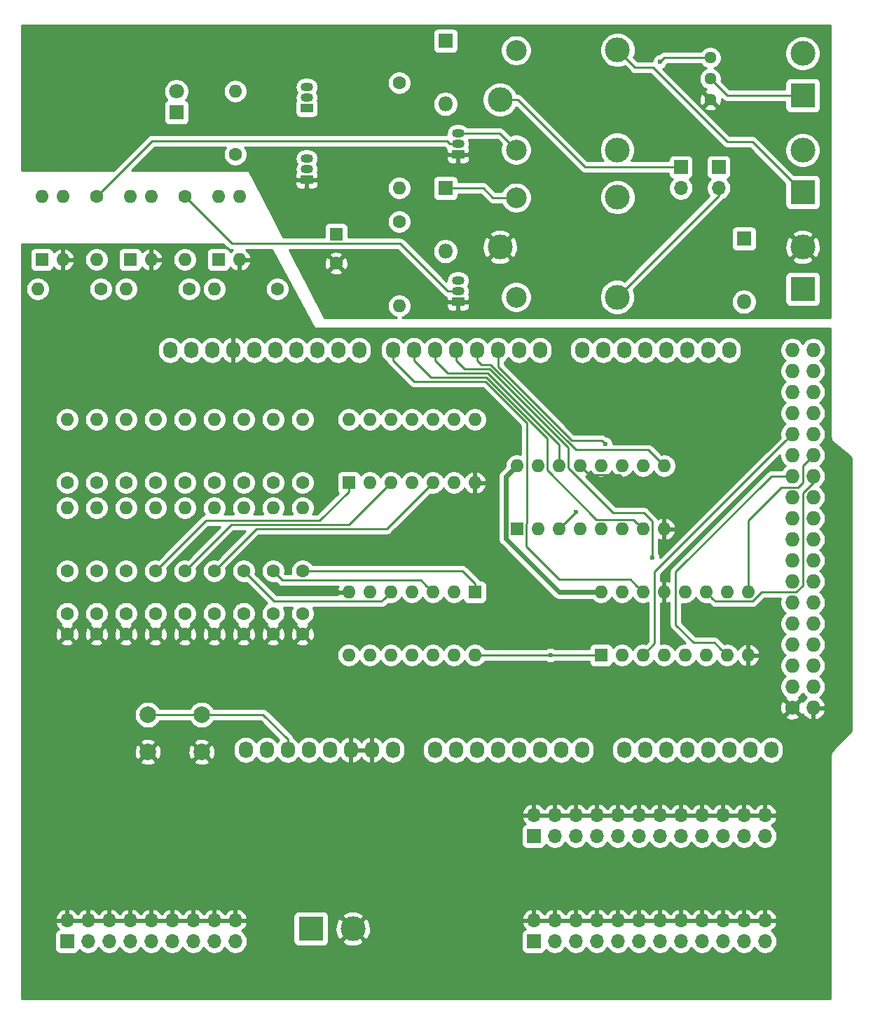
<source format=gbr>
G04 #@! TF.GenerationSoftware,KiCad,Pcbnew,5.1.5+dfsg1-2*
G04 #@! TF.CreationDate,2019-12-30T01:08:29+00:00*
G04 #@! TF.ProjectId,arduino_duo_shield,61726475-696e-46f5-9f64-756f5f736869,rev?*
G04 #@! TF.SameCoordinates,PX6258c20PY7445a00*
G04 #@! TF.FileFunction,Copper,L2,Bot*
G04 #@! TF.FilePolarity,Positive*
%FSLAX46Y46*%
G04 Gerber Fmt 4.6, Leading zero omitted, Abs format (unit mm)*
G04 Created by KiCad (PCBNEW 5.1.5+dfsg1-2) date 2019-12-30 01:08:29*
%MOMM*%
%LPD*%
G04 APERTURE LIST*
%ADD10C,1.800000*%
%ADD11R,1.800000X1.800000*%
%ADD12C,3.000000*%
%ADD13C,2.500000*%
%ADD14C,1.600000*%
%ADD15R,1.600000X1.600000*%
%ADD16O,1.600000X1.600000*%
%ADD17C,1.440000*%
%ADD18R,1.500000X1.050000*%
%ADD19O,1.500000X1.050000*%
%ADD20O,1.700000X1.700000*%
%ADD21R,1.700000X1.700000*%
%ADD22R,3.000000X3.000000*%
%ADD23O,1.800000X1.800000*%
%ADD24C,2.000000*%
%ADD25C,1.727200*%
%ADD26O,1.727200X1.727200*%
%ADD27O,1.727200X2.032000*%
%ADD28C,0.600000*%
%ADD29C,0.250000*%
%ADD30C,0.600000*%
%ADD31C,0.254000*%
G04 APERTURE END LIST*
D10*
X19812000Y82296000D03*
D11*
X19812000Y79756000D03*
D12*
X58928000Y63500000D03*
D13*
X60878000Y69450000D03*
D12*
X73128000Y69500000D03*
X73078000Y57450000D03*
D13*
X60878000Y57450000D03*
D14*
X39116000Y61524000D03*
D15*
X39116000Y65024000D03*
D16*
X14224000Y69596000D03*
X16764000Y61976000D03*
X16764000Y69596000D03*
D15*
X14224000Y61976000D03*
D16*
X3556000Y69596000D03*
X6096000Y61976000D03*
X6096000Y69596000D03*
D15*
X3556000Y61976000D03*
D16*
X24892000Y69596000D03*
X27432000Y61976000D03*
X27432000Y69596000D03*
D15*
X24892000Y61976000D03*
D17*
X84328000Y81280000D03*
X84328000Y83820000D03*
X84328000Y86360000D03*
D16*
X27940000Y32004000D03*
D14*
X27940000Y24384000D03*
D16*
X27940000Y42672000D03*
D14*
X27940000Y35052000D03*
D16*
X31496000Y32004000D03*
D14*
X31496000Y24384000D03*
D16*
X31496000Y42672000D03*
D14*
X31496000Y35052000D03*
D16*
X20828000Y61976000D03*
D14*
X20828000Y69596000D03*
D16*
X10160000Y61976000D03*
D14*
X10160000Y69596000D03*
D16*
X13716000Y58420000D03*
D14*
X21336000Y58420000D03*
D16*
X46736000Y70612000D03*
D14*
X46736000Y83312000D03*
D16*
X3048000Y58420000D03*
D14*
X10668000Y58420000D03*
D16*
X26924000Y82296000D03*
D14*
X26924000Y74676000D03*
D16*
X35052000Y32004000D03*
D14*
X35052000Y24384000D03*
D16*
X35052000Y42672000D03*
D14*
X35052000Y35052000D03*
D16*
X24384000Y58420000D03*
D14*
X32004000Y58420000D03*
D16*
X6604000Y32004000D03*
D14*
X6604000Y24384000D03*
D16*
X6604000Y42672000D03*
D14*
X6604000Y35052000D03*
D16*
X10160000Y32004000D03*
D14*
X10160000Y24384000D03*
D16*
X10160000Y42672000D03*
D14*
X10160000Y35052000D03*
D16*
X13716000Y32004000D03*
D14*
X13716000Y24384000D03*
D16*
X13716000Y42672000D03*
D14*
X13716000Y35052000D03*
D16*
X17272000Y32004000D03*
D14*
X17272000Y24384000D03*
D16*
X17272000Y42672000D03*
D14*
X17272000Y35052000D03*
D16*
X20828000Y32004000D03*
D14*
X20828000Y24384000D03*
D16*
X20828000Y42672000D03*
D14*
X20828000Y35052000D03*
D16*
X24384000Y32004000D03*
D14*
X24384000Y24384000D03*
D16*
X24384000Y42672000D03*
D14*
X24384000Y35052000D03*
D18*
X53848000Y56896000D03*
D19*
X53848000Y59436000D03*
X53848000Y58166000D03*
D18*
X53848000Y74676000D03*
D19*
X53848000Y77216000D03*
X53848000Y75946000D03*
D18*
X35560000Y80264000D03*
D19*
X35560000Y82804000D03*
X35560000Y81534000D03*
D18*
X35560000Y71628000D03*
D19*
X35560000Y74168000D03*
X35560000Y72898000D03*
D16*
X46736000Y56388000D03*
D14*
X46736000Y66548000D03*
D12*
X58928000Y81280000D03*
D13*
X60878000Y87230000D03*
D12*
X73128000Y87280000D03*
X73078000Y75230000D03*
D13*
X60878000Y75230000D03*
D20*
X80772000Y70612000D03*
D21*
X80772000Y73152000D03*
D20*
X85344000Y70612000D03*
D21*
X85344000Y73152000D03*
D20*
X90932000Y-17780000D03*
X90932000Y-20320000D03*
X88392000Y-17780000D03*
X88392000Y-20320000D03*
X85852000Y-17780000D03*
X85852000Y-20320000D03*
X83312000Y-17780000D03*
X83312000Y-20320000D03*
X80772000Y-17780000D03*
X80772000Y-20320000D03*
X78232000Y-17780000D03*
X78232000Y-20320000D03*
X75692000Y-17780000D03*
X75692000Y-20320000D03*
X73152000Y-17780000D03*
X73152000Y-20320000D03*
X70612000Y-17780000D03*
X70612000Y-20320000D03*
X68072000Y-17780000D03*
X68072000Y-20320000D03*
X65532000Y-17780000D03*
X65532000Y-20320000D03*
X62992000Y-17780000D03*
D21*
X62992000Y-20320000D03*
D12*
X95504000Y63500000D03*
D22*
X95504000Y58420000D03*
D12*
X95504000Y75184000D03*
D22*
X95504000Y70104000D03*
D12*
X95504000Y86868000D03*
D22*
X95504000Y81788000D03*
D20*
X26924000Y-17780000D03*
X26924000Y-20320000D03*
X24384000Y-17780000D03*
X24384000Y-20320000D03*
X21844000Y-17780000D03*
X21844000Y-20320000D03*
X19304000Y-17780000D03*
X19304000Y-20320000D03*
X16764000Y-17780000D03*
X16764000Y-20320000D03*
X14224000Y-17780000D03*
X14224000Y-20320000D03*
X11684000Y-17780000D03*
X11684000Y-20320000D03*
X9144000Y-17780000D03*
X9144000Y-20320000D03*
X6604000Y-17780000D03*
D21*
X6604000Y-20320000D03*
D12*
X41148000Y-18796000D03*
D22*
X36068000Y-18796000D03*
D23*
X88392000Y56896000D03*
D11*
X88392000Y64516000D03*
D23*
X52324000Y62992000D03*
D11*
X52324000Y70612000D03*
D23*
X52324000Y80772000D03*
D11*
X52324000Y88392000D03*
D14*
X27940000Y19264000D03*
X27940000Y16764000D03*
X31496000Y19264000D03*
X31496000Y16764000D03*
X35052000Y19264000D03*
X35052000Y16764000D03*
X6604000Y19264000D03*
X6604000Y16764000D03*
X10160000Y19264000D03*
X10160000Y16764000D03*
X13716000Y19264000D03*
X13716000Y16764000D03*
X17272000Y19264000D03*
X17272000Y16764000D03*
X20828000Y19264000D03*
X20828000Y16764000D03*
X24384000Y19264000D03*
X24384000Y16764000D03*
D24*
X16360000Y2540000D03*
X16360000Y7040000D03*
X22860000Y2540000D03*
X22860000Y7040000D03*
D16*
X60960000Y37084000D03*
X78740000Y29464000D03*
X63500000Y37084000D03*
X76200000Y29464000D03*
X66040000Y37084000D03*
X73660000Y29464000D03*
X68580000Y37084000D03*
X71120000Y29464000D03*
X71120000Y37084000D03*
X68580000Y29464000D03*
X73660000Y37084000D03*
X66040000Y29464000D03*
X76200000Y37084000D03*
X63500000Y29464000D03*
X78740000Y37084000D03*
D15*
X60960000Y29464000D03*
D16*
X71120000Y21844000D03*
X88900000Y14224000D03*
X73660000Y21844000D03*
X86360000Y14224000D03*
X76200000Y21844000D03*
X83820000Y14224000D03*
X78740000Y21844000D03*
X81280000Y14224000D03*
X81280000Y21844000D03*
X78740000Y14224000D03*
X83820000Y21844000D03*
X76200000Y14224000D03*
X86360000Y21844000D03*
X73660000Y14224000D03*
X88900000Y21844000D03*
D15*
X71120000Y14224000D03*
D16*
X40640000Y42672000D03*
X55880000Y35052000D03*
X43180000Y42672000D03*
X53340000Y35052000D03*
X45720000Y42672000D03*
X50800000Y35052000D03*
X48260000Y42672000D03*
X48260000Y35052000D03*
X50800000Y42672000D03*
X45720000Y35052000D03*
X53340000Y42672000D03*
X43180000Y35052000D03*
X55880000Y42672000D03*
D15*
X40640000Y35052000D03*
D16*
X55880000Y14224000D03*
X40640000Y21844000D03*
X53340000Y14224000D03*
X43180000Y21844000D03*
X50800000Y14224000D03*
X45720000Y21844000D03*
X48260000Y14224000D03*
X48260000Y21844000D03*
X45720000Y14224000D03*
X50800000Y21844000D03*
X43180000Y14224000D03*
X53340000Y21844000D03*
X40640000Y14224000D03*
D15*
X55880000Y21844000D03*
D20*
X90932000Y-5080000D03*
X90932000Y-7620000D03*
X88392000Y-5080000D03*
X88392000Y-7620000D03*
X85852000Y-5080000D03*
X85852000Y-7620000D03*
X83312000Y-5080000D03*
X83312000Y-7620000D03*
X80772000Y-5080000D03*
X80772000Y-7620000D03*
X78232000Y-5080000D03*
X78232000Y-7620000D03*
X75692000Y-5080000D03*
X75692000Y-7620000D03*
X73152000Y-5080000D03*
X73152000Y-7620000D03*
X70612000Y-5080000D03*
X70612000Y-7620000D03*
X68072000Y-5080000D03*
X68072000Y-7620000D03*
X65532000Y-5080000D03*
X65532000Y-7620000D03*
X62992000Y-5080000D03*
D21*
X62992000Y-7620000D03*
D25*
X94234000Y7874000D03*
D26*
X96774000Y7874000D03*
X94234000Y10414000D03*
X96774000Y10414000D03*
X94234000Y12954000D03*
X96774000Y12954000D03*
X94234000Y15494000D03*
X96774000Y15494000D03*
X94234000Y18034000D03*
X96774000Y18034000D03*
X94234000Y20574000D03*
X96774000Y20574000D03*
X94234000Y23114000D03*
X96774000Y23114000D03*
X94234000Y25654000D03*
X96774000Y25654000D03*
X94234000Y28194000D03*
X96774000Y28194000D03*
X94234000Y30734000D03*
X96774000Y30734000D03*
X94234000Y33274000D03*
X96774000Y33274000D03*
X94234000Y35814000D03*
X96774000Y35814000D03*
X94234000Y38354000D03*
X96774000Y38354000D03*
X94234000Y40894000D03*
X96774000Y40894000D03*
X94234000Y43434000D03*
X96774000Y43434000D03*
X94234000Y45974000D03*
X96774000Y45974000D03*
X94234000Y48514000D03*
X96774000Y48514000D03*
X94234000Y51054000D03*
X96774000Y51054000D03*
D27*
X28194000Y2794000D03*
X30734000Y2794000D03*
X33274000Y2794000D03*
X35814000Y2794000D03*
X38354000Y2794000D03*
X40894000Y2794000D03*
X43434000Y2794000D03*
X45974000Y2794000D03*
X51054000Y2794000D03*
X53594000Y2794000D03*
X56134000Y2794000D03*
X58674000Y2794000D03*
X61214000Y2794000D03*
X63754000Y2794000D03*
X66294000Y2794000D03*
X68834000Y2794000D03*
X73914000Y2794000D03*
X76454000Y2794000D03*
X78994000Y2794000D03*
X81534000Y2794000D03*
X84074000Y2794000D03*
X86614000Y2794000D03*
X89154000Y2794000D03*
X91694000Y2794000D03*
X19050000Y51054000D03*
X21590000Y51054000D03*
X24130000Y51054000D03*
X26670000Y51054000D03*
X29210000Y51054000D03*
X31750000Y51054000D03*
X34290000Y51054000D03*
X36830000Y51054000D03*
X39370000Y51054000D03*
X41910000Y51054000D03*
X45974000Y51054000D03*
X48514000Y51054000D03*
X51054000Y51054000D03*
X53594000Y51054000D03*
X56134000Y51054000D03*
X58674000Y51054000D03*
X61214000Y51054000D03*
X63754000Y51054000D03*
X68834000Y51054000D03*
X71374000Y51054000D03*
X73914000Y51054000D03*
X76454000Y51054000D03*
X78994000Y51054000D03*
X81534000Y51054000D03*
X84074000Y51054000D03*
X86614000Y51054000D03*
D28*
X65024000Y14224000D03*
X68079999Y31496000D03*
X77325001Y26017001D03*
X71628000Y39740976D03*
X78232000Y85851988D03*
D29*
X78740000Y30595370D02*
X78740000Y29464000D01*
X73376371Y35958999D02*
X78740000Y30595370D01*
X68580000Y37084000D02*
X69705001Y35958999D01*
X69705001Y35958999D02*
X73376371Y35958999D01*
D30*
X69988630Y21844000D02*
X71120000Y21844000D01*
X59659999Y28263999D02*
X66079998Y21844000D01*
X59659999Y35783999D02*
X59659999Y28263999D01*
X66079998Y21844000D02*
X69988630Y21844000D01*
X60960000Y37084000D02*
X59659999Y35783999D01*
D29*
X24274213Y7040000D02*
X22860000Y7040000D01*
X30294000Y7040000D02*
X24274213Y7040000D01*
X33274000Y4060000D02*
X30294000Y7040000D01*
X33274000Y2794000D02*
X33274000Y4060000D01*
X22860000Y7040000D02*
X16360000Y7040000D01*
X60878000Y69450000D02*
X58058000Y69450000D01*
X56896000Y70612000D02*
X52324000Y70612000D01*
X58058000Y69450000D02*
X56896000Y70612000D01*
X71120000Y14224000D02*
X65532000Y14224000D01*
X65532000Y14224000D02*
X65024000Y14224000D01*
X55880000Y14224000D02*
X65024000Y14224000D01*
X85560001Y15023999D02*
X86360000Y14224000D01*
X84836000Y15748000D02*
X85560001Y15023999D01*
X82296000Y15748000D02*
X84836000Y15748000D01*
X80154999Y17889001D02*
X82296000Y15748000D01*
X80154999Y24274999D02*
X80154999Y17889001D01*
X91694000Y35814000D02*
X80154999Y24274999D01*
X94234000Y35814000D02*
X91694000Y35814000D01*
X84945001Y20718999D02*
X84619999Y21044001D01*
X89440001Y20718999D02*
X84945001Y20718999D01*
X90565002Y21844000D02*
X89440001Y20718999D01*
X84619999Y21044001D02*
X83820000Y21844000D01*
X96774000Y35814000D02*
X96774000Y35033130D01*
X96774000Y35033130D02*
X95504000Y33763130D01*
X94723130Y21844000D02*
X90565002Y21844000D01*
X95504000Y33763130D02*
X95504000Y22624870D01*
X95504000Y22624870D02*
X94723130Y21844000D01*
X88900000Y22975370D02*
X88900000Y21844000D01*
X95504000Y37084000D02*
X95504000Y35052000D01*
X88900000Y30480000D02*
X88900000Y22975370D01*
X96774000Y38354000D02*
X95504000Y37084000D01*
X95504000Y35052000D02*
X94914601Y34462601D01*
X94914601Y34462601D02*
X92882601Y34462601D01*
X92882601Y34462601D02*
X88900000Y30480000D01*
X77614999Y15638999D02*
X77614999Y24274999D01*
X93370401Y40030401D02*
X94234000Y40894000D01*
X77614999Y24274999D02*
X93370401Y40030401D01*
X76200000Y14224000D02*
X77614999Y15638999D01*
X66040000Y29464000D02*
X68072000Y31496000D01*
X68072000Y31496000D02*
X68079999Y31496000D01*
X48518000Y47244000D02*
X57147180Y47244000D01*
X57147180Y47244000D02*
X62165795Y42225385D01*
X74676000Y23368000D02*
X75400001Y22643999D01*
X75400001Y22643999D02*
X76200000Y21844000D01*
X62085001Y27322999D02*
X66040000Y23368000D01*
X45974000Y51054000D02*
X45974000Y49788000D01*
X62165795Y30161795D02*
X62085001Y30081001D01*
X62085001Y30081001D02*
X62085001Y27322999D01*
X45974000Y49788000D02*
X48518000Y47244000D01*
X62165795Y42225385D02*
X62165795Y30161795D01*
X66040000Y23368000D02*
X74676000Y23368000D01*
X50550000Y47752000D02*
X57275590Y47752000D01*
X64625001Y36543999D02*
X70579999Y30589001D01*
X75400001Y30263999D02*
X76200000Y29464000D01*
X70579999Y30589001D02*
X75074999Y30589001D01*
X48514000Y49788000D02*
X50550000Y47752000D01*
X48514000Y51054000D02*
X48514000Y49788000D01*
X57275590Y47752000D02*
X64625001Y40402589D01*
X64625001Y40402589D02*
X64625001Y36543999D01*
X75074999Y30589001D02*
X75400001Y30263999D01*
X52582000Y48260000D02*
X51054000Y49788000D01*
X51054000Y49788000D02*
X51054000Y51054000D01*
X57404000Y48260000D02*
X52582000Y48260000D01*
X66040000Y37084000D02*
X66040000Y39624000D01*
X66040000Y39624000D02*
X57404000Y48260000D01*
X53594000Y49788000D02*
X54614000Y48768000D01*
X72573499Y31425499D02*
X76270501Y31425499D01*
X76270501Y31425499D02*
X77325001Y30370999D01*
X53594000Y51054000D02*
X53594000Y49788000D01*
X77325001Y30370999D02*
X77325001Y26441265D01*
X67165001Y39258177D02*
X67165001Y36833997D01*
X54614000Y48768000D02*
X57655178Y48768000D01*
X67165001Y36833997D02*
X72573499Y31425499D01*
X77325001Y26441265D02*
X77325001Y26017001D01*
X57655178Y48768000D02*
X67165001Y39258177D01*
X56134000Y51054000D02*
X56134000Y50901600D01*
X76825005Y38998995D02*
X68060594Y38998995D01*
X78740000Y37084000D02*
X76825005Y38998995D01*
X56134000Y49788000D02*
X56134000Y51054000D01*
X68060594Y38998995D02*
X57783589Y49276000D01*
X56646000Y49276000D02*
X56134000Y49788000D01*
X57783589Y49276000D02*
X56646000Y49276000D01*
X71236976Y40132000D02*
X71628000Y39740976D01*
X67564000Y40132000D02*
X71236976Y40132000D01*
X58674000Y51054000D02*
X58674000Y49022000D01*
X58674000Y49022000D02*
X67564000Y40132000D01*
X25183999Y25183999D02*
X24384000Y24384000D01*
X29464000Y29464000D02*
X25183999Y25183999D01*
X50800000Y35052000D02*
X45212000Y29464000D01*
X45212000Y29464000D02*
X29464000Y29464000D01*
X21627999Y25183999D02*
X20828000Y24384000D01*
X26416000Y29972000D02*
X21627999Y25183999D01*
X45720000Y35052000D02*
X40640000Y29972000D01*
X40640000Y29972000D02*
X26416000Y29972000D01*
X18071999Y25183999D02*
X17272000Y24384000D01*
X23368000Y30480000D02*
X18071999Y25183999D01*
X37118000Y30480000D02*
X23368000Y30480000D01*
X40640000Y35052000D02*
X40640000Y34002000D01*
X40640000Y34002000D02*
X37118000Y30480000D01*
X54390000Y24384000D02*
X55880000Y22894000D01*
X55880000Y22894000D02*
X55880000Y21844000D01*
X35052000Y24384000D02*
X54390000Y24384000D01*
X78740012Y86360000D02*
X78232000Y85851988D01*
X84328000Y86360000D02*
X78740012Y86360000D01*
X50000001Y22643999D02*
X50800000Y21844000D01*
X49385001Y23258999D02*
X50000001Y22643999D01*
X32621001Y23258999D02*
X49385001Y23258999D01*
X31496000Y24384000D02*
X32621001Y23258999D01*
X44920001Y21044001D02*
X45720000Y21844000D01*
X44594999Y20718999D02*
X44920001Y21044001D01*
X31605001Y20718999D02*
X44594999Y20718999D01*
X27940000Y24384000D02*
X31605001Y20718999D01*
X58892000Y77216000D02*
X60878000Y75230000D01*
X53848000Y77216000D02*
X58892000Y77216000D01*
X86360000Y81788000D02*
X95504000Y81788000D01*
X84328000Y83820000D02*
X86360000Y81788000D01*
X77401320Y85158680D02*
X75249320Y85158680D01*
X75249320Y85158680D02*
X73128000Y87280000D01*
X86360000Y76200000D02*
X77401320Y85158680D01*
X95504000Y70104000D02*
X89408000Y76200000D01*
X89408000Y76200000D02*
X86360000Y76200000D01*
X85344000Y69716000D02*
X85344000Y70612000D01*
X73078000Y57450000D02*
X85344000Y69716000D01*
X80772000Y73152000D02*
X69177320Y73152000D01*
X69177320Y73152000D02*
X61049320Y81280000D01*
X61049320Y81280000D02*
X58928000Y81280000D01*
X16873001Y76309001D02*
X10959999Y70395999D01*
X52848000Y75946000D02*
X52484999Y76309001D01*
X10959999Y70395999D02*
X10160000Y69596000D01*
X52484999Y76309001D02*
X16873001Y76309001D01*
X53848000Y75946000D02*
X52848000Y75946000D01*
X20828000Y69596000D02*
X26525001Y63898999D01*
X52848000Y58166000D02*
X53848000Y58166000D01*
X46845001Y63898999D02*
X52578000Y58166000D01*
X52578000Y58166000D02*
X52848000Y58166000D01*
X35958999Y63898999D02*
X46845001Y63898999D01*
X35958999Y63898999D02*
X36177001Y63898999D01*
X26525001Y63898999D02*
X35958999Y63898999D01*
D31*
G36*
X25961201Y63387997D02*
G01*
X25985000Y63358998D01*
X26013998Y63335200D01*
X26100724Y63264025D01*
X26207340Y63207037D01*
X26232754Y63193453D01*
X26376015Y63149996D01*
X26487668Y63138999D01*
X26487677Y63138999D01*
X26525000Y63135323D01*
X26562323Y63138999D01*
X26602792Y63138999D01*
X26468586Y63039519D01*
X26320231Y62875920D01*
X26317812Y62900482D01*
X26281502Y63020180D01*
X26222537Y63130494D01*
X26143185Y63227185D01*
X26046494Y63306537D01*
X25936180Y63365502D01*
X25816482Y63401812D01*
X25692000Y63414072D01*
X24092000Y63414072D01*
X23967518Y63401812D01*
X23847820Y63365502D01*
X23737506Y63306537D01*
X23640815Y63227185D01*
X23561463Y63130494D01*
X23502498Y63020180D01*
X23466188Y62900482D01*
X23453928Y62776000D01*
X23453928Y61176000D01*
X23466188Y61051518D01*
X23502498Y60931820D01*
X23561463Y60821506D01*
X23640815Y60724815D01*
X23737506Y60645463D01*
X23847820Y60586498D01*
X23967518Y60550188D01*
X24092000Y60537928D01*
X25692000Y60537928D01*
X25816482Y60550188D01*
X25936180Y60586498D01*
X26046494Y60645463D01*
X26143185Y60724815D01*
X26222537Y60821506D01*
X26281502Y60931820D01*
X26317812Y61051518D01*
X26320231Y61076080D01*
X26468586Y60912481D01*
X26694580Y60744963D01*
X26948913Y60624754D01*
X27082961Y60584096D01*
X27305000Y60706085D01*
X27305000Y61849000D01*
X27559000Y61849000D01*
X27559000Y60706085D01*
X27781039Y60584096D01*
X27915087Y60624754D01*
X28169420Y60744963D01*
X28395414Y60912481D01*
X28584385Y61120869D01*
X28729070Y61362119D01*
X28823909Y61626960D01*
X28702624Y61849000D01*
X27559000Y61849000D01*
X27305000Y61849000D01*
X27285000Y61849000D01*
X27285000Y62103000D01*
X27305000Y62103000D01*
X27305000Y62123000D01*
X27559000Y62123000D01*
X27559000Y62103000D01*
X28702624Y62103000D01*
X28823909Y62325040D01*
X28729070Y62589881D01*
X28584385Y62831131D01*
X28395414Y63039519D01*
X28261208Y63138999D01*
X31321010Y63138999D01*
X36464721Y53786796D01*
X36478799Y53766263D01*
X36496613Y53748870D01*
X36517477Y53735287D01*
X36540591Y53726036D01*
X36576000Y53721000D01*
X98858001Y53721000D01*
X98858001Y40656196D01*
X98855551Y40602503D01*
X98863251Y40551812D01*
X98868274Y40500816D01*
X98873731Y40482826D01*
X98876556Y40464231D01*
X98893997Y40416019D01*
X98908873Y40366980D01*
X98917736Y40350399D01*
X98924133Y40332715D01*
X98933000Y40318038D01*
X98933000Y40132000D01*
X98935440Y40107224D01*
X98942667Y40083399D01*
X98954403Y40061443D01*
X98970197Y40042197D01*
X98980664Y40032830D01*
X100786322Y38588303D01*
X101398000Y38037793D01*
X101398001Y5057607D01*
X98970197Y2629803D01*
X98954403Y2610557D01*
X98942667Y2588601D01*
X98935440Y2564776D01*
X98933000Y2540000D01*
X98933000Y2350159D01*
X98908872Y2305019D01*
X98868273Y2171183D01*
X98860125Y2088454D01*
X98854565Y2032000D01*
X98858000Y1997125D01*
X98858001Y-27230000D01*
X1143000Y-27230000D01*
X1143000Y-19470000D01*
X5115928Y-19470000D01*
X5115928Y-21170000D01*
X5128188Y-21294482D01*
X5164498Y-21414180D01*
X5223463Y-21524494D01*
X5302815Y-21621185D01*
X5399506Y-21700537D01*
X5509820Y-21759502D01*
X5629518Y-21795812D01*
X5754000Y-21808072D01*
X7454000Y-21808072D01*
X7578482Y-21795812D01*
X7698180Y-21759502D01*
X7808494Y-21700537D01*
X7905185Y-21621185D01*
X7984537Y-21524494D01*
X8043502Y-21414180D01*
X8065513Y-21341620D01*
X8197368Y-21473475D01*
X8440589Y-21635990D01*
X8710842Y-21747932D01*
X8997740Y-21805000D01*
X9290260Y-21805000D01*
X9577158Y-21747932D01*
X9847411Y-21635990D01*
X10090632Y-21473475D01*
X10297475Y-21266632D01*
X10414000Y-21092240D01*
X10530525Y-21266632D01*
X10737368Y-21473475D01*
X10980589Y-21635990D01*
X11250842Y-21747932D01*
X11537740Y-21805000D01*
X11830260Y-21805000D01*
X12117158Y-21747932D01*
X12387411Y-21635990D01*
X12630632Y-21473475D01*
X12837475Y-21266632D01*
X12954000Y-21092240D01*
X13070525Y-21266632D01*
X13277368Y-21473475D01*
X13520589Y-21635990D01*
X13790842Y-21747932D01*
X14077740Y-21805000D01*
X14370260Y-21805000D01*
X14657158Y-21747932D01*
X14927411Y-21635990D01*
X15170632Y-21473475D01*
X15377475Y-21266632D01*
X15494000Y-21092240D01*
X15610525Y-21266632D01*
X15817368Y-21473475D01*
X16060589Y-21635990D01*
X16330842Y-21747932D01*
X16617740Y-21805000D01*
X16910260Y-21805000D01*
X17197158Y-21747932D01*
X17467411Y-21635990D01*
X17710632Y-21473475D01*
X17917475Y-21266632D01*
X18034000Y-21092240D01*
X18150525Y-21266632D01*
X18357368Y-21473475D01*
X18600589Y-21635990D01*
X18870842Y-21747932D01*
X19157740Y-21805000D01*
X19450260Y-21805000D01*
X19737158Y-21747932D01*
X20007411Y-21635990D01*
X20250632Y-21473475D01*
X20457475Y-21266632D01*
X20574000Y-21092240D01*
X20690525Y-21266632D01*
X20897368Y-21473475D01*
X21140589Y-21635990D01*
X21410842Y-21747932D01*
X21697740Y-21805000D01*
X21990260Y-21805000D01*
X22277158Y-21747932D01*
X22547411Y-21635990D01*
X22790632Y-21473475D01*
X22997475Y-21266632D01*
X23114000Y-21092240D01*
X23230525Y-21266632D01*
X23437368Y-21473475D01*
X23680589Y-21635990D01*
X23950842Y-21747932D01*
X24237740Y-21805000D01*
X24530260Y-21805000D01*
X24817158Y-21747932D01*
X25087411Y-21635990D01*
X25330632Y-21473475D01*
X25537475Y-21266632D01*
X25654000Y-21092240D01*
X25770525Y-21266632D01*
X25977368Y-21473475D01*
X26220589Y-21635990D01*
X26490842Y-21747932D01*
X26777740Y-21805000D01*
X27070260Y-21805000D01*
X27357158Y-21747932D01*
X27627411Y-21635990D01*
X27870632Y-21473475D01*
X28077475Y-21266632D01*
X28239990Y-21023411D01*
X28351932Y-20753158D01*
X28409000Y-20466260D01*
X28409000Y-20173740D01*
X28351932Y-19886842D01*
X28239990Y-19616589D01*
X28077475Y-19373368D01*
X27870632Y-19166525D01*
X27694594Y-19048900D01*
X27924269Y-18877588D01*
X28119178Y-18661355D01*
X28268157Y-18411252D01*
X28365481Y-18136891D01*
X28244814Y-17907000D01*
X27051000Y-17907000D01*
X27051000Y-17927000D01*
X26797000Y-17927000D01*
X26797000Y-17907000D01*
X24511000Y-17907000D01*
X24511000Y-17927000D01*
X24257000Y-17927000D01*
X24257000Y-17907000D01*
X21971000Y-17907000D01*
X21971000Y-17927000D01*
X21717000Y-17927000D01*
X21717000Y-17907000D01*
X19431000Y-17907000D01*
X19431000Y-17927000D01*
X19177000Y-17927000D01*
X19177000Y-17907000D01*
X16891000Y-17907000D01*
X16891000Y-17927000D01*
X16637000Y-17927000D01*
X16637000Y-17907000D01*
X14351000Y-17907000D01*
X14351000Y-17927000D01*
X14097000Y-17927000D01*
X14097000Y-17907000D01*
X11811000Y-17907000D01*
X11811000Y-17927000D01*
X11557000Y-17927000D01*
X11557000Y-17907000D01*
X9271000Y-17907000D01*
X9271000Y-17927000D01*
X9017000Y-17927000D01*
X9017000Y-17907000D01*
X6731000Y-17907000D01*
X6731000Y-17927000D01*
X6477000Y-17927000D01*
X6477000Y-17907000D01*
X5283186Y-17907000D01*
X5162519Y-18136891D01*
X5259843Y-18411252D01*
X5408822Y-18661355D01*
X5585626Y-18857502D01*
X5509820Y-18880498D01*
X5399506Y-18939463D01*
X5302815Y-19018815D01*
X5223463Y-19115506D01*
X5164498Y-19225820D01*
X5128188Y-19345518D01*
X5115928Y-19470000D01*
X1143000Y-19470000D01*
X1143000Y-17423109D01*
X5162519Y-17423109D01*
X5283186Y-17653000D01*
X6477000Y-17653000D01*
X6477000Y-16459845D01*
X6731000Y-16459845D01*
X6731000Y-17653000D01*
X9017000Y-17653000D01*
X9017000Y-16459845D01*
X9271000Y-16459845D01*
X9271000Y-17653000D01*
X11557000Y-17653000D01*
X11557000Y-16459845D01*
X11811000Y-16459845D01*
X11811000Y-17653000D01*
X14097000Y-17653000D01*
X14097000Y-16459845D01*
X14351000Y-16459845D01*
X14351000Y-17653000D01*
X16637000Y-17653000D01*
X16637000Y-16459845D01*
X16891000Y-16459845D01*
X16891000Y-17653000D01*
X19177000Y-17653000D01*
X19177000Y-16459845D01*
X19431000Y-16459845D01*
X19431000Y-17653000D01*
X21717000Y-17653000D01*
X21717000Y-16459845D01*
X21971000Y-16459845D01*
X21971000Y-17653000D01*
X24257000Y-17653000D01*
X24257000Y-16459845D01*
X24511000Y-16459845D01*
X24511000Y-17653000D01*
X26797000Y-17653000D01*
X26797000Y-16459845D01*
X27051000Y-16459845D01*
X27051000Y-17653000D01*
X28244814Y-17653000D01*
X28365481Y-17423109D01*
X28320392Y-17296000D01*
X33929928Y-17296000D01*
X33929928Y-20296000D01*
X33942188Y-20420482D01*
X33978498Y-20540180D01*
X34037463Y-20650494D01*
X34116815Y-20747185D01*
X34213506Y-20826537D01*
X34323820Y-20885502D01*
X34443518Y-20921812D01*
X34568000Y-20934072D01*
X37568000Y-20934072D01*
X37692482Y-20921812D01*
X37812180Y-20885502D01*
X37922494Y-20826537D01*
X38019185Y-20747185D01*
X38098537Y-20650494D01*
X38157502Y-20540180D01*
X38193812Y-20420482D01*
X38206072Y-20296000D01*
X38206072Y-20287653D01*
X39835952Y-20287653D01*
X39991962Y-20603214D01*
X40366745Y-20794020D01*
X40771551Y-20908044D01*
X41190824Y-20940902D01*
X41608451Y-20891334D01*
X42008383Y-20761243D01*
X42304038Y-20603214D01*
X42460048Y-20287653D01*
X41148000Y-18975605D01*
X39835952Y-20287653D01*
X38206072Y-20287653D01*
X38206072Y-18838824D01*
X39003098Y-18838824D01*
X39052666Y-19256451D01*
X39182757Y-19656383D01*
X39340786Y-19952038D01*
X39656347Y-20108048D01*
X40968395Y-18796000D01*
X41327605Y-18796000D01*
X42639653Y-20108048D01*
X42955214Y-19952038D01*
X43146020Y-19577255D01*
X43176231Y-19470000D01*
X61503928Y-19470000D01*
X61503928Y-21170000D01*
X61516188Y-21294482D01*
X61552498Y-21414180D01*
X61611463Y-21524494D01*
X61690815Y-21621185D01*
X61787506Y-21700537D01*
X61897820Y-21759502D01*
X62017518Y-21795812D01*
X62142000Y-21808072D01*
X63842000Y-21808072D01*
X63966482Y-21795812D01*
X64086180Y-21759502D01*
X64196494Y-21700537D01*
X64293185Y-21621185D01*
X64372537Y-21524494D01*
X64431502Y-21414180D01*
X64453513Y-21341620D01*
X64585368Y-21473475D01*
X64828589Y-21635990D01*
X65098842Y-21747932D01*
X65385740Y-21805000D01*
X65678260Y-21805000D01*
X65965158Y-21747932D01*
X66235411Y-21635990D01*
X66478632Y-21473475D01*
X66685475Y-21266632D01*
X66802000Y-21092240D01*
X66918525Y-21266632D01*
X67125368Y-21473475D01*
X67368589Y-21635990D01*
X67638842Y-21747932D01*
X67925740Y-21805000D01*
X68218260Y-21805000D01*
X68505158Y-21747932D01*
X68775411Y-21635990D01*
X69018632Y-21473475D01*
X69225475Y-21266632D01*
X69342000Y-21092240D01*
X69458525Y-21266632D01*
X69665368Y-21473475D01*
X69908589Y-21635990D01*
X70178842Y-21747932D01*
X70465740Y-21805000D01*
X70758260Y-21805000D01*
X71045158Y-21747932D01*
X71315411Y-21635990D01*
X71558632Y-21473475D01*
X71765475Y-21266632D01*
X71882000Y-21092240D01*
X71998525Y-21266632D01*
X72205368Y-21473475D01*
X72448589Y-21635990D01*
X72718842Y-21747932D01*
X73005740Y-21805000D01*
X73298260Y-21805000D01*
X73585158Y-21747932D01*
X73855411Y-21635990D01*
X74098632Y-21473475D01*
X74305475Y-21266632D01*
X74422000Y-21092240D01*
X74538525Y-21266632D01*
X74745368Y-21473475D01*
X74988589Y-21635990D01*
X75258842Y-21747932D01*
X75545740Y-21805000D01*
X75838260Y-21805000D01*
X76125158Y-21747932D01*
X76395411Y-21635990D01*
X76638632Y-21473475D01*
X76845475Y-21266632D01*
X76962000Y-21092240D01*
X77078525Y-21266632D01*
X77285368Y-21473475D01*
X77528589Y-21635990D01*
X77798842Y-21747932D01*
X78085740Y-21805000D01*
X78378260Y-21805000D01*
X78665158Y-21747932D01*
X78935411Y-21635990D01*
X79178632Y-21473475D01*
X79385475Y-21266632D01*
X79502000Y-21092240D01*
X79618525Y-21266632D01*
X79825368Y-21473475D01*
X80068589Y-21635990D01*
X80338842Y-21747932D01*
X80625740Y-21805000D01*
X80918260Y-21805000D01*
X81205158Y-21747932D01*
X81475411Y-21635990D01*
X81718632Y-21473475D01*
X81925475Y-21266632D01*
X82042000Y-21092240D01*
X82158525Y-21266632D01*
X82365368Y-21473475D01*
X82608589Y-21635990D01*
X82878842Y-21747932D01*
X83165740Y-21805000D01*
X83458260Y-21805000D01*
X83745158Y-21747932D01*
X84015411Y-21635990D01*
X84258632Y-21473475D01*
X84465475Y-21266632D01*
X84582000Y-21092240D01*
X84698525Y-21266632D01*
X84905368Y-21473475D01*
X85148589Y-21635990D01*
X85418842Y-21747932D01*
X85705740Y-21805000D01*
X85998260Y-21805000D01*
X86285158Y-21747932D01*
X86555411Y-21635990D01*
X86798632Y-21473475D01*
X87005475Y-21266632D01*
X87122000Y-21092240D01*
X87238525Y-21266632D01*
X87445368Y-21473475D01*
X87688589Y-21635990D01*
X87958842Y-21747932D01*
X88245740Y-21805000D01*
X88538260Y-21805000D01*
X88825158Y-21747932D01*
X89095411Y-21635990D01*
X89338632Y-21473475D01*
X89545475Y-21266632D01*
X89662000Y-21092240D01*
X89778525Y-21266632D01*
X89985368Y-21473475D01*
X90228589Y-21635990D01*
X90498842Y-21747932D01*
X90785740Y-21805000D01*
X91078260Y-21805000D01*
X91365158Y-21747932D01*
X91635411Y-21635990D01*
X91878632Y-21473475D01*
X92085475Y-21266632D01*
X92247990Y-21023411D01*
X92359932Y-20753158D01*
X92417000Y-20466260D01*
X92417000Y-20173740D01*
X92359932Y-19886842D01*
X92247990Y-19616589D01*
X92085475Y-19373368D01*
X91878632Y-19166525D01*
X91702594Y-19048900D01*
X91932269Y-18877588D01*
X92127178Y-18661355D01*
X92276157Y-18411252D01*
X92373481Y-18136891D01*
X92252814Y-17907000D01*
X91059000Y-17907000D01*
X91059000Y-17927000D01*
X90805000Y-17927000D01*
X90805000Y-17907000D01*
X88519000Y-17907000D01*
X88519000Y-17927000D01*
X88265000Y-17927000D01*
X88265000Y-17907000D01*
X85979000Y-17907000D01*
X85979000Y-17927000D01*
X85725000Y-17927000D01*
X85725000Y-17907000D01*
X83439000Y-17907000D01*
X83439000Y-17927000D01*
X83185000Y-17927000D01*
X83185000Y-17907000D01*
X80899000Y-17907000D01*
X80899000Y-17927000D01*
X80645000Y-17927000D01*
X80645000Y-17907000D01*
X78359000Y-17907000D01*
X78359000Y-17927000D01*
X78105000Y-17927000D01*
X78105000Y-17907000D01*
X75819000Y-17907000D01*
X75819000Y-17927000D01*
X75565000Y-17927000D01*
X75565000Y-17907000D01*
X73279000Y-17907000D01*
X73279000Y-17927000D01*
X73025000Y-17927000D01*
X73025000Y-17907000D01*
X70739000Y-17907000D01*
X70739000Y-17927000D01*
X70485000Y-17927000D01*
X70485000Y-17907000D01*
X68199000Y-17907000D01*
X68199000Y-17927000D01*
X67945000Y-17927000D01*
X67945000Y-17907000D01*
X65659000Y-17907000D01*
X65659000Y-17927000D01*
X65405000Y-17927000D01*
X65405000Y-17907000D01*
X63119000Y-17907000D01*
X63119000Y-17927000D01*
X62865000Y-17927000D01*
X62865000Y-17907000D01*
X61671186Y-17907000D01*
X61550519Y-18136891D01*
X61647843Y-18411252D01*
X61796822Y-18661355D01*
X61973626Y-18857502D01*
X61897820Y-18880498D01*
X61787506Y-18939463D01*
X61690815Y-19018815D01*
X61611463Y-19115506D01*
X61552498Y-19225820D01*
X61516188Y-19345518D01*
X61503928Y-19470000D01*
X43176231Y-19470000D01*
X43260044Y-19172449D01*
X43292902Y-18753176D01*
X43243334Y-18335549D01*
X43113243Y-17935617D01*
X42955214Y-17639962D01*
X42639653Y-17483952D01*
X41327605Y-18796000D01*
X40968395Y-18796000D01*
X39656347Y-17483952D01*
X39340786Y-17639962D01*
X39149980Y-18014745D01*
X39035956Y-18419551D01*
X39003098Y-18838824D01*
X38206072Y-18838824D01*
X38206072Y-17304347D01*
X39835952Y-17304347D01*
X41148000Y-18616395D01*
X42341286Y-17423109D01*
X61550519Y-17423109D01*
X61671186Y-17653000D01*
X62865000Y-17653000D01*
X62865000Y-16459845D01*
X63119000Y-16459845D01*
X63119000Y-17653000D01*
X65405000Y-17653000D01*
X65405000Y-16459845D01*
X65659000Y-16459845D01*
X65659000Y-17653000D01*
X67945000Y-17653000D01*
X67945000Y-16459845D01*
X68199000Y-16459845D01*
X68199000Y-17653000D01*
X70485000Y-17653000D01*
X70485000Y-16459845D01*
X70739000Y-16459845D01*
X70739000Y-17653000D01*
X73025000Y-17653000D01*
X73025000Y-16459845D01*
X73279000Y-16459845D01*
X73279000Y-17653000D01*
X75565000Y-17653000D01*
X75565000Y-16459845D01*
X75819000Y-16459845D01*
X75819000Y-17653000D01*
X78105000Y-17653000D01*
X78105000Y-16459845D01*
X78359000Y-16459845D01*
X78359000Y-17653000D01*
X80645000Y-17653000D01*
X80645000Y-16459845D01*
X80899000Y-16459845D01*
X80899000Y-17653000D01*
X83185000Y-17653000D01*
X83185000Y-16459845D01*
X83439000Y-16459845D01*
X83439000Y-17653000D01*
X85725000Y-17653000D01*
X85725000Y-16459845D01*
X85979000Y-16459845D01*
X85979000Y-17653000D01*
X88265000Y-17653000D01*
X88265000Y-16459845D01*
X88519000Y-16459845D01*
X88519000Y-17653000D01*
X90805000Y-17653000D01*
X90805000Y-16459845D01*
X91059000Y-16459845D01*
X91059000Y-17653000D01*
X92252814Y-17653000D01*
X92373481Y-17423109D01*
X92276157Y-17148748D01*
X92127178Y-16898645D01*
X91932269Y-16682412D01*
X91698920Y-16508359D01*
X91436099Y-16383175D01*
X91288890Y-16338524D01*
X91059000Y-16459845D01*
X90805000Y-16459845D01*
X90575110Y-16338524D01*
X90427901Y-16383175D01*
X90165080Y-16508359D01*
X89931731Y-16682412D01*
X89736822Y-16898645D01*
X89662000Y-17024255D01*
X89587178Y-16898645D01*
X89392269Y-16682412D01*
X89158920Y-16508359D01*
X88896099Y-16383175D01*
X88748890Y-16338524D01*
X88519000Y-16459845D01*
X88265000Y-16459845D01*
X88035110Y-16338524D01*
X87887901Y-16383175D01*
X87625080Y-16508359D01*
X87391731Y-16682412D01*
X87196822Y-16898645D01*
X87122000Y-17024255D01*
X87047178Y-16898645D01*
X86852269Y-16682412D01*
X86618920Y-16508359D01*
X86356099Y-16383175D01*
X86208890Y-16338524D01*
X85979000Y-16459845D01*
X85725000Y-16459845D01*
X85495110Y-16338524D01*
X85347901Y-16383175D01*
X85085080Y-16508359D01*
X84851731Y-16682412D01*
X84656822Y-16898645D01*
X84582000Y-17024255D01*
X84507178Y-16898645D01*
X84312269Y-16682412D01*
X84078920Y-16508359D01*
X83816099Y-16383175D01*
X83668890Y-16338524D01*
X83439000Y-16459845D01*
X83185000Y-16459845D01*
X82955110Y-16338524D01*
X82807901Y-16383175D01*
X82545080Y-16508359D01*
X82311731Y-16682412D01*
X82116822Y-16898645D01*
X82042000Y-17024255D01*
X81967178Y-16898645D01*
X81772269Y-16682412D01*
X81538920Y-16508359D01*
X81276099Y-16383175D01*
X81128890Y-16338524D01*
X80899000Y-16459845D01*
X80645000Y-16459845D01*
X80415110Y-16338524D01*
X80267901Y-16383175D01*
X80005080Y-16508359D01*
X79771731Y-16682412D01*
X79576822Y-16898645D01*
X79502000Y-17024255D01*
X79427178Y-16898645D01*
X79232269Y-16682412D01*
X78998920Y-16508359D01*
X78736099Y-16383175D01*
X78588890Y-16338524D01*
X78359000Y-16459845D01*
X78105000Y-16459845D01*
X77875110Y-16338524D01*
X77727901Y-16383175D01*
X77465080Y-16508359D01*
X77231731Y-16682412D01*
X77036822Y-16898645D01*
X76962000Y-17024255D01*
X76887178Y-16898645D01*
X76692269Y-16682412D01*
X76458920Y-16508359D01*
X76196099Y-16383175D01*
X76048890Y-16338524D01*
X75819000Y-16459845D01*
X75565000Y-16459845D01*
X75335110Y-16338524D01*
X75187901Y-16383175D01*
X74925080Y-16508359D01*
X74691731Y-16682412D01*
X74496822Y-16898645D01*
X74422000Y-17024255D01*
X74347178Y-16898645D01*
X74152269Y-16682412D01*
X73918920Y-16508359D01*
X73656099Y-16383175D01*
X73508890Y-16338524D01*
X73279000Y-16459845D01*
X73025000Y-16459845D01*
X72795110Y-16338524D01*
X72647901Y-16383175D01*
X72385080Y-16508359D01*
X72151731Y-16682412D01*
X71956822Y-16898645D01*
X71882000Y-17024255D01*
X71807178Y-16898645D01*
X71612269Y-16682412D01*
X71378920Y-16508359D01*
X71116099Y-16383175D01*
X70968890Y-16338524D01*
X70739000Y-16459845D01*
X70485000Y-16459845D01*
X70255110Y-16338524D01*
X70107901Y-16383175D01*
X69845080Y-16508359D01*
X69611731Y-16682412D01*
X69416822Y-16898645D01*
X69342000Y-17024255D01*
X69267178Y-16898645D01*
X69072269Y-16682412D01*
X68838920Y-16508359D01*
X68576099Y-16383175D01*
X68428890Y-16338524D01*
X68199000Y-16459845D01*
X67945000Y-16459845D01*
X67715110Y-16338524D01*
X67567901Y-16383175D01*
X67305080Y-16508359D01*
X67071731Y-16682412D01*
X66876822Y-16898645D01*
X66802000Y-17024255D01*
X66727178Y-16898645D01*
X66532269Y-16682412D01*
X66298920Y-16508359D01*
X66036099Y-16383175D01*
X65888890Y-16338524D01*
X65659000Y-16459845D01*
X65405000Y-16459845D01*
X65175110Y-16338524D01*
X65027901Y-16383175D01*
X64765080Y-16508359D01*
X64531731Y-16682412D01*
X64336822Y-16898645D01*
X64262000Y-17024255D01*
X64187178Y-16898645D01*
X63992269Y-16682412D01*
X63758920Y-16508359D01*
X63496099Y-16383175D01*
X63348890Y-16338524D01*
X63119000Y-16459845D01*
X62865000Y-16459845D01*
X62635110Y-16338524D01*
X62487901Y-16383175D01*
X62225080Y-16508359D01*
X61991731Y-16682412D01*
X61796822Y-16898645D01*
X61647843Y-17148748D01*
X61550519Y-17423109D01*
X42341286Y-17423109D01*
X42460048Y-17304347D01*
X42304038Y-16988786D01*
X41929255Y-16797980D01*
X41524449Y-16683956D01*
X41105176Y-16651098D01*
X40687549Y-16700666D01*
X40287617Y-16830757D01*
X39991962Y-16988786D01*
X39835952Y-17304347D01*
X38206072Y-17304347D01*
X38206072Y-17296000D01*
X38193812Y-17171518D01*
X38157502Y-17051820D01*
X38098537Y-16941506D01*
X38019185Y-16844815D01*
X37922494Y-16765463D01*
X37812180Y-16706498D01*
X37692482Y-16670188D01*
X37568000Y-16657928D01*
X34568000Y-16657928D01*
X34443518Y-16670188D01*
X34323820Y-16706498D01*
X34213506Y-16765463D01*
X34116815Y-16844815D01*
X34037463Y-16941506D01*
X33978498Y-17051820D01*
X33942188Y-17171518D01*
X33929928Y-17296000D01*
X28320392Y-17296000D01*
X28268157Y-17148748D01*
X28119178Y-16898645D01*
X27924269Y-16682412D01*
X27690920Y-16508359D01*
X27428099Y-16383175D01*
X27280890Y-16338524D01*
X27051000Y-16459845D01*
X26797000Y-16459845D01*
X26567110Y-16338524D01*
X26419901Y-16383175D01*
X26157080Y-16508359D01*
X25923731Y-16682412D01*
X25728822Y-16898645D01*
X25654000Y-17024255D01*
X25579178Y-16898645D01*
X25384269Y-16682412D01*
X25150920Y-16508359D01*
X24888099Y-16383175D01*
X24740890Y-16338524D01*
X24511000Y-16459845D01*
X24257000Y-16459845D01*
X24027110Y-16338524D01*
X23879901Y-16383175D01*
X23617080Y-16508359D01*
X23383731Y-16682412D01*
X23188822Y-16898645D01*
X23114000Y-17024255D01*
X23039178Y-16898645D01*
X22844269Y-16682412D01*
X22610920Y-16508359D01*
X22348099Y-16383175D01*
X22200890Y-16338524D01*
X21971000Y-16459845D01*
X21717000Y-16459845D01*
X21487110Y-16338524D01*
X21339901Y-16383175D01*
X21077080Y-16508359D01*
X20843731Y-16682412D01*
X20648822Y-16898645D01*
X20574000Y-17024255D01*
X20499178Y-16898645D01*
X20304269Y-16682412D01*
X20070920Y-16508359D01*
X19808099Y-16383175D01*
X19660890Y-16338524D01*
X19431000Y-16459845D01*
X19177000Y-16459845D01*
X18947110Y-16338524D01*
X18799901Y-16383175D01*
X18537080Y-16508359D01*
X18303731Y-16682412D01*
X18108822Y-16898645D01*
X18034000Y-17024255D01*
X17959178Y-16898645D01*
X17764269Y-16682412D01*
X17530920Y-16508359D01*
X17268099Y-16383175D01*
X17120890Y-16338524D01*
X16891000Y-16459845D01*
X16637000Y-16459845D01*
X16407110Y-16338524D01*
X16259901Y-16383175D01*
X15997080Y-16508359D01*
X15763731Y-16682412D01*
X15568822Y-16898645D01*
X15494000Y-17024255D01*
X15419178Y-16898645D01*
X15224269Y-16682412D01*
X14990920Y-16508359D01*
X14728099Y-16383175D01*
X14580890Y-16338524D01*
X14351000Y-16459845D01*
X14097000Y-16459845D01*
X13867110Y-16338524D01*
X13719901Y-16383175D01*
X13457080Y-16508359D01*
X13223731Y-16682412D01*
X13028822Y-16898645D01*
X12954000Y-17024255D01*
X12879178Y-16898645D01*
X12684269Y-16682412D01*
X12450920Y-16508359D01*
X12188099Y-16383175D01*
X12040890Y-16338524D01*
X11811000Y-16459845D01*
X11557000Y-16459845D01*
X11327110Y-16338524D01*
X11179901Y-16383175D01*
X10917080Y-16508359D01*
X10683731Y-16682412D01*
X10488822Y-16898645D01*
X10414000Y-17024255D01*
X10339178Y-16898645D01*
X10144269Y-16682412D01*
X9910920Y-16508359D01*
X9648099Y-16383175D01*
X9500890Y-16338524D01*
X9271000Y-16459845D01*
X9017000Y-16459845D01*
X8787110Y-16338524D01*
X8639901Y-16383175D01*
X8377080Y-16508359D01*
X8143731Y-16682412D01*
X7948822Y-16898645D01*
X7874000Y-17024255D01*
X7799178Y-16898645D01*
X7604269Y-16682412D01*
X7370920Y-16508359D01*
X7108099Y-16383175D01*
X6960890Y-16338524D01*
X6731000Y-16459845D01*
X6477000Y-16459845D01*
X6247110Y-16338524D01*
X6099901Y-16383175D01*
X5837080Y-16508359D01*
X5603731Y-16682412D01*
X5408822Y-16898645D01*
X5259843Y-17148748D01*
X5162519Y-17423109D01*
X1143000Y-17423109D01*
X1143000Y-6770000D01*
X61503928Y-6770000D01*
X61503928Y-8470000D01*
X61516188Y-8594482D01*
X61552498Y-8714180D01*
X61611463Y-8824494D01*
X61690815Y-8921185D01*
X61787506Y-9000537D01*
X61897820Y-9059502D01*
X62017518Y-9095812D01*
X62142000Y-9108072D01*
X63842000Y-9108072D01*
X63966482Y-9095812D01*
X64086180Y-9059502D01*
X64196494Y-9000537D01*
X64293185Y-8921185D01*
X64372537Y-8824494D01*
X64431502Y-8714180D01*
X64453513Y-8641620D01*
X64585368Y-8773475D01*
X64828589Y-8935990D01*
X65098842Y-9047932D01*
X65385740Y-9105000D01*
X65678260Y-9105000D01*
X65965158Y-9047932D01*
X66235411Y-8935990D01*
X66478632Y-8773475D01*
X66685475Y-8566632D01*
X66802000Y-8392240D01*
X66918525Y-8566632D01*
X67125368Y-8773475D01*
X67368589Y-8935990D01*
X67638842Y-9047932D01*
X67925740Y-9105000D01*
X68218260Y-9105000D01*
X68505158Y-9047932D01*
X68775411Y-8935990D01*
X69018632Y-8773475D01*
X69225475Y-8566632D01*
X69342000Y-8392240D01*
X69458525Y-8566632D01*
X69665368Y-8773475D01*
X69908589Y-8935990D01*
X70178842Y-9047932D01*
X70465740Y-9105000D01*
X70758260Y-9105000D01*
X71045158Y-9047932D01*
X71315411Y-8935990D01*
X71558632Y-8773475D01*
X71765475Y-8566632D01*
X71882000Y-8392240D01*
X71998525Y-8566632D01*
X72205368Y-8773475D01*
X72448589Y-8935990D01*
X72718842Y-9047932D01*
X73005740Y-9105000D01*
X73298260Y-9105000D01*
X73585158Y-9047932D01*
X73855411Y-8935990D01*
X74098632Y-8773475D01*
X74305475Y-8566632D01*
X74422000Y-8392240D01*
X74538525Y-8566632D01*
X74745368Y-8773475D01*
X74988589Y-8935990D01*
X75258842Y-9047932D01*
X75545740Y-9105000D01*
X75838260Y-9105000D01*
X76125158Y-9047932D01*
X76395411Y-8935990D01*
X76638632Y-8773475D01*
X76845475Y-8566632D01*
X76962000Y-8392240D01*
X77078525Y-8566632D01*
X77285368Y-8773475D01*
X77528589Y-8935990D01*
X77798842Y-9047932D01*
X78085740Y-9105000D01*
X78378260Y-9105000D01*
X78665158Y-9047932D01*
X78935411Y-8935990D01*
X79178632Y-8773475D01*
X79385475Y-8566632D01*
X79502000Y-8392240D01*
X79618525Y-8566632D01*
X79825368Y-8773475D01*
X80068589Y-8935990D01*
X80338842Y-9047932D01*
X80625740Y-9105000D01*
X80918260Y-9105000D01*
X81205158Y-9047932D01*
X81475411Y-8935990D01*
X81718632Y-8773475D01*
X81925475Y-8566632D01*
X82042000Y-8392240D01*
X82158525Y-8566632D01*
X82365368Y-8773475D01*
X82608589Y-8935990D01*
X82878842Y-9047932D01*
X83165740Y-9105000D01*
X83458260Y-9105000D01*
X83745158Y-9047932D01*
X84015411Y-8935990D01*
X84258632Y-8773475D01*
X84465475Y-8566632D01*
X84582000Y-8392240D01*
X84698525Y-8566632D01*
X84905368Y-8773475D01*
X85148589Y-8935990D01*
X85418842Y-9047932D01*
X85705740Y-9105000D01*
X85998260Y-9105000D01*
X86285158Y-9047932D01*
X86555411Y-8935990D01*
X86798632Y-8773475D01*
X87005475Y-8566632D01*
X87122000Y-8392240D01*
X87238525Y-8566632D01*
X87445368Y-8773475D01*
X87688589Y-8935990D01*
X87958842Y-9047932D01*
X88245740Y-9105000D01*
X88538260Y-9105000D01*
X88825158Y-9047932D01*
X89095411Y-8935990D01*
X89338632Y-8773475D01*
X89545475Y-8566632D01*
X89662000Y-8392240D01*
X89778525Y-8566632D01*
X89985368Y-8773475D01*
X90228589Y-8935990D01*
X90498842Y-9047932D01*
X90785740Y-9105000D01*
X91078260Y-9105000D01*
X91365158Y-9047932D01*
X91635411Y-8935990D01*
X91878632Y-8773475D01*
X92085475Y-8566632D01*
X92247990Y-8323411D01*
X92359932Y-8053158D01*
X92417000Y-7766260D01*
X92417000Y-7473740D01*
X92359932Y-7186842D01*
X92247990Y-6916589D01*
X92085475Y-6673368D01*
X91878632Y-6466525D01*
X91702594Y-6348900D01*
X91932269Y-6177588D01*
X92127178Y-5961355D01*
X92276157Y-5711252D01*
X92373481Y-5436891D01*
X92252814Y-5207000D01*
X91059000Y-5207000D01*
X91059000Y-5227000D01*
X90805000Y-5227000D01*
X90805000Y-5207000D01*
X88519000Y-5207000D01*
X88519000Y-5227000D01*
X88265000Y-5227000D01*
X88265000Y-5207000D01*
X85979000Y-5207000D01*
X85979000Y-5227000D01*
X85725000Y-5227000D01*
X85725000Y-5207000D01*
X83439000Y-5207000D01*
X83439000Y-5227000D01*
X83185000Y-5227000D01*
X83185000Y-5207000D01*
X80899000Y-5207000D01*
X80899000Y-5227000D01*
X80645000Y-5227000D01*
X80645000Y-5207000D01*
X78359000Y-5207000D01*
X78359000Y-5227000D01*
X78105000Y-5227000D01*
X78105000Y-5207000D01*
X75819000Y-5207000D01*
X75819000Y-5227000D01*
X75565000Y-5227000D01*
X75565000Y-5207000D01*
X73279000Y-5207000D01*
X73279000Y-5227000D01*
X73025000Y-5227000D01*
X73025000Y-5207000D01*
X70739000Y-5207000D01*
X70739000Y-5227000D01*
X70485000Y-5227000D01*
X70485000Y-5207000D01*
X68199000Y-5207000D01*
X68199000Y-5227000D01*
X67945000Y-5227000D01*
X67945000Y-5207000D01*
X65659000Y-5207000D01*
X65659000Y-5227000D01*
X65405000Y-5227000D01*
X65405000Y-5207000D01*
X63119000Y-5207000D01*
X63119000Y-5227000D01*
X62865000Y-5227000D01*
X62865000Y-5207000D01*
X61671186Y-5207000D01*
X61550519Y-5436891D01*
X61647843Y-5711252D01*
X61796822Y-5961355D01*
X61973626Y-6157502D01*
X61897820Y-6180498D01*
X61787506Y-6239463D01*
X61690815Y-6318815D01*
X61611463Y-6415506D01*
X61552498Y-6525820D01*
X61516188Y-6645518D01*
X61503928Y-6770000D01*
X1143000Y-6770000D01*
X1143000Y-4723109D01*
X61550519Y-4723109D01*
X61671186Y-4953000D01*
X62865000Y-4953000D01*
X62865000Y-3759845D01*
X63119000Y-3759845D01*
X63119000Y-4953000D01*
X65405000Y-4953000D01*
X65405000Y-3759845D01*
X65659000Y-3759845D01*
X65659000Y-4953000D01*
X67945000Y-4953000D01*
X67945000Y-3759845D01*
X68199000Y-3759845D01*
X68199000Y-4953000D01*
X70485000Y-4953000D01*
X70485000Y-3759845D01*
X70739000Y-3759845D01*
X70739000Y-4953000D01*
X73025000Y-4953000D01*
X73025000Y-3759845D01*
X73279000Y-3759845D01*
X73279000Y-4953000D01*
X75565000Y-4953000D01*
X75565000Y-3759845D01*
X75819000Y-3759845D01*
X75819000Y-4953000D01*
X78105000Y-4953000D01*
X78105000Y-3759845D01*
X78359000Y-3759845D01*
X78359000Y-4953000D01*
X80645000Y-4953000D01*
X80645000Y-3759845D01*
X80899000Y-3759845D01*
X80899000Y-4953000D01*
X83185000Y-4953000D01*
X83185000Y-3759845D01*
X83439000Y-3759845D01*
X83439000Y-4953000D01*
X85725000Y-4953000D01*
X85725000Y-3759845D01*
X85979000Y-3759845D01*
X85979000Y-4953000D01*
X88265000Y-4953000D01*
X88265000Y-3759845D01*
X88519000Y-3759845D01*
X88519000Y-4953000D01*
X90805000Y-4953000D01*
X90805000Y-3759845D01*
X91059000Y-3759845D01*
X91059000Y-4953000D01*
X92252814Y-4953000D01*
X92373481Y-4723109D01*
X92276157Y-4448748D01*
X92127178Y-4198645D01*
X91932269Y-3982412D01*
X91698920Y-3808359D01*
X91436099Y-3683175D01*
X91288890Y-3638524D01*
X91059000Y-3759845D01*
X90805000Y-3759845D01*
X90575110Y-3638524D01*
X90427901Y-3683175D01*
X90165080Y-3808359D01*
X89931731Y-3982412D01*
X89736822Y-4198645D01*
X89662000Y-4324255D01*
X89587178Y-4198645D01*
X89392269Y-3982412D01*
X89158920Y-3808359D01*
X88896099Y-3683175D01*
X88748890Y-3638524D01*
X88519000Y-3759845D01*
X88265000Y-3759845D01*
X88035110Y-3638524D01*
X87887901Y-3683175D01*
X87625080Y-3808359D01*
X87391731Y-3982412D01*
X87196822Y-4198645D01*
X87122000Y-4324255D01*
X87047178Y-4198645D01*
X86852269Y-3982412D01*
X86618920Y-3808359D01*
X86356099Y-3683175D01*
X86208890Y-3638524D01*
X85979000Y-3759845D01*
X85725000Y-3759845D01*
X85495110Y-3638524D01*
X85347901Y-3683175D01*
X85085080Y-3808359D01*
X84851731Y-3982412D01*
X84656822Y-4198645D01*
X84582000Y-4324255D01*
X84507178Y-4198645D01*
X84312269Y-3982412D01*
X84078920Y-3808359D01*
X83816099Y-3683175D01*
X83668890Y-3638524D01*
X83439000Y-3759845D01*
X83185000Y-3759845D01*
X82955110Y-3638524D01*
X82807901Y-3683175D01*
X82545080Y-3808359D01*
X82311731Y-3982412D01*
X82116822Y-4198645D01*
X82042000Y-4324255D01*
X81967178Y-4198645D01*
X81772269Y-3982412D01*
X81538920Y-3808359D01*
X81276099Y-3683175D01*
X81128890Y-3638524D01*
X80899000Y-3759845D01*
X80645000Y-3759845D01*
X80415110Y-3638524D01*
X80267901Y-3683175D01*
X80005080Y-3808359D01*
X79771731Y-3982412D01*
X79576822Y-4198645D01*
X79502000Y-4324255D01*
X79427178Y-4198645D01*
X79232269Y-3982412D01*
X78998920Y-3808359D01*
X78736099Y-3683175D01*
X78588890Y-3638524D01*
X78359000Y-3759845D01*
X78105000Y-3759845D01*
X77875110Y-3638524D01*
X77727901Y-3683175D01*
X77465080Y-3808359D01*
X77231731Y-3982412D01*
X77036822Y-4198645D01*
X76962000Y-4324255D01*
X76887178Y-4198645D01*
X76692269Y-3982412D01*
X76458920Y-3808359D01*
X76196099Y-3683175D01*
X76048890Y-3638524D01*
X75819000Y-3759845D01*
X75565000Y-3759845D01*
X75335110Y-3638524D01*
X75187901Y-3683175D01*
X74925080Y-3808359D01*
X74691731Y-3982412D01*
X74496822Y-4198645D01*
X74422000Y-4324255D01*
X74347178Y-4198645D01*
X74152269Y-3982412D01*
X73918920Y-3808359D01*
X73656099Y-3683175D01*
X73508890Y-3638524D01*
X73279000Y-3759845D01*
X73025000Y-3759845D01*
X72795110Y-3638524D01*
X72647901Y-3683175D01*
X72385080Y-3808359D01*
X72151731Y-3982412D01*
X71956822Y-4198645D01*
X71882000Y-4324255D01*
X71807178Y-4198645D01*
X71612269Y-3982412D01*
X71378920Y-3808359D01*
X71116099Y-3683175D01*
X70968890Y-3638524D01*
X70739000Y-3759845D01*
X70485000Y-3759845D01*
X70255110Y-3638524D01*
X70107901Y-3683175D01*
X69845080Y-3808359D01*
X69611731Y-3982412D01*
X69416822Y-4198645D01*
X69342000Y-4324255D01*
X69267178Y-4198645D01*
X69072269Y-3982412D01*
X68838920Y-3808359D01*
X68576099Y-3683175D01*
X68428890Y-3638524D01*
X68199000Y-3759845D01*
X67945000Y-3759845D01*
X67715110Y-3638524D01*
X67567901Y-3683175D01*
X67305080Y-3808359D01*
X67071731Y-3982412D01*
X66876822Y-4198645D01*
X66802000Y-4324255D01*
X66727178Y-4198645D01*
X66532269Y-3982412D01*
X66298920Y-3808359D01*
X66036099Y-3683175D01*
X65888890Y-3638524D01*
X65659000Y-3759845D01*
X65405000Y-3759845D01*
X65175110Y-3638524D01*
X65027901Y-3683175D01*
X64765080Y-3808359D01*
X64531731Y-3982412D01*
X64336822Y-4198645D01*
X64262000Y-4324255D01*
X64187178Y-4198645D01*
X63992269Y-3982412D01*
X63758920Y-3808359D01*
X63496099Y-3683175D01*
X63348890Y-3638524D01*
X63119000Y-3759845D01*
X62865000Y-3759845D01*
X62635110Y-3638524D01*
X62487901Y-3683175D01*
X62225080Y-3808359D01*
X61991731Y-3982412D01*
X61796822Y-4198645D01*
X61647843Y-4448748D01*
X61550519Y-4723109D01*
X1143000Y-4723109D01*
X1143000Y1404587D01*
X15404192Y1404587D01*
X15499956Y1140186D01*
X15789571Y999296D01*
X16101108Y917616D01*
X16422595Y898282D01*
X16741675Y942039D01*
X17046088Y1047205D01*
X17220044Y1140186D01*
X17315808Y1404587D01*
X21904192Y1404587D01*
X21999956Y1140186D01*
X22289571Y999296D01*
X22601108Y917616D01*
X22922595Y898282D01*
X23241675Y942039D01*
X23546088Y1047205D01*
X23720044Y1140186D01*
X23815808Y1404587D01*
X22860000Y2360395D01*
X21904192Y1404587D01*
X17315808Y1404587D01*
X16360000Y2360395D01*
X15404192Y1404587D01*
X1143000Y1404587D01*
X1143000Y2477405D01*
X14718282Y2477405D01*
X14762039Y2158325D01*
X14867205Y1853912D01*
X14960186Y1679956D01*
X15224587Y1584192D01*
X16180395Y2540000D01*
X16539605Y2540000D01*
X17495413Y1584192D01*
X17759814Y1679956D01*
X17900704Y1969571D01*
X17982384Y2281108D01*
X17994189Y2477405D01*
X21218282Y2477405D01*
X21262039Y2158325D01*
X21367205Y1853912D01*
X21460186Y1679956D01*
X21724587Y1584192D01*
X22680395Y2540000D01*
X23039605Y2540000D01*
X23995413Y1584192D01*
X24259814Y1679956D01*
X24400704Y1969571D01*
X24482384Y2281108D01*
X24501718Y2602595D01*
X24457961Y2921675D01*
X24352795Y3226088D01*
X24259814Y3400044D01*
X23995413Y3495808D01*
X23039605Y2540000D01*
X22680395Y2540000D01*
X21724587Y3495808D01*
X21460186Y3400044D01*
X21319296Y3110429D01*
X21237616Y2798892D01*
X21218282Y2477405D01*
X17994189Y2477405D01*
X18001718Y2602595D01*
X17957961Y2921675D01*
X17852795Y3226088D01*
X17759814Y3400044D01*
X17495413Y3495808D01*
X16539605Y2540000D01*
X16180395Y2540000D01*
X15224587Y3495808D01*
X14960186Y3400044D01*
X14819296Y3110429D01*
X14737616Y2798892D01*
X14718282Y2477405D01*
X1143000Y2477405D01*
X1143000Y3675413D01*
X15404192Y3675413D01*
X16360000Y2719605D01*
X17315808Y3675413D01*
X21904192Y3675413D01*
X22860000Y2719605D01*
X23815808Y3675413D01*
X23720044Y3939814D01*
X23430429Y4080704D01*
X23118892Y4162384D01*
X22797405Y4181718D01*
X22478325Y4137961D01*
X22173912Y4032795D01*
X21999956Y3939814D01*
X21904192Y3675413D01*
X17315808Y3675413D01*
X17220044Y3939814D01*
X16930429Y4080704D01*
X16618892Y4162384D01*
X16297405Y4181718D01*
X15978325Y4137961D01*
X15673912Y4032795D01*
X15499956Y3939814D01*
X15404192Y3675413D01*
X1143000Y3675413D01*
X1143000Y7201033D01*
X14725000Y7201033D01*
X14725000Y6878967D01*
X14787832Y6563088D01*
X14911082Y6265537D01*
X15090013Y5997748D01*
X15317748Y5770013D01*
X15585537Y5591082D01*
X15883088Y5467832D01*
X16198967Y5405000D01*
X16521033Y5405000D01*
X16836912Y5467832D01*
X17134463Y5591082D01*
X17402252Y5770013D01*
X17629987Y5997748D01*
X17808918Y6265537D01*
X17814909Y6280000D01*
X21405091Y6280000D01*
X21411082Y6265537D01*
X21590013Y5997748D01*
X21817748Y5770013D01*
X22085537Y5591082D01*
X22383088Y5467832D01*
X22698967Y5405000D01*
X23021033Y5405000D01*
X23336912Y5467832D01*
X23634463Y5591082D01*
X23902252Y5770013D01*
X24129987Y5997748D01*
X24308918Y6265537D01*
X24314909Y6280000D01*
X29979199Y6280000D01*
X32230512Y4028685D01*
X32209203Y4011197D01*
X32021931Y3783005D01*
X32004000Y3749459D01*
X31986069Y3783006D01*
X31798797Y4011197D01*
X31570605Y4198469D01*
X31310263Y4337625D01*
X31027776Y4423316D01*
X30734000Y4452251D01*
X30440223Y4423316D01*
X30157736Y4337625D01*
X29897394Y4198469D01*
X29669203Y4011197D01*
X29481931Y3783005D01*
X29464000Y3749459D01*
X29446069Y3783006D01*
X29258797Y4011197D01*
X29030605Y4198469D01*
X28770263Y4337625D01*
X28487776Y4423316D01*
X28194000Y4452251D01*
X27900223Y4423316D01*
X27617736Y4337625D01*
X27357394Y4198469D01*
X27129203Y4011197D01*
X26941931Y3783005D01*
X26802775Y3522663D01*
X26717084Y3240176D01*
X26695400Y3020018D01*
X26695400Y2567981D01*
X26717084Y2347823D01*
X26802775Y2065336D01*
X26941931Y1804994D01*
X27129203Y1576803D01*
X27357395Y1389531D01*
X27617737Y1250375D01*
X27900224Y1164684D01*
X28194000Y1135749D01*
X28487777Y1164684D01*
X28770264Y1250375D01*
X29030606Y1389531D01*
X29258797Y1576803D01*
X29446069Y1804994D01*
X29464000Y1838541D01*
X29481931Y1804994D01*
X29669203Y1576803D01*
X29897395Y1389531D01*
X30157737Y1250375D01*
X30440224Y1164684D01*
X30734000Y1135749D01*
X31027777Y1164684D01*
X31310264Y1250375D01*
X31570606Y1389531D01*
X31798797Y1576803D01*
X31986069Y1804994D01*
X32004000Y1838541D01*
X32021931Y1804994D01*
X32209203Y1576803D01*
X32437395Y1389531D01*
X32697737Y1250375D01*
X32980224Y1164684D01*
X33274000Y1135749D01*
X33567777Y1164684D01*
X33850264Y1250375D01*
X34110606Y1389531D01*
X34338797Y1576803D01*
X34526069Y1804994D01*
X34544000Y1838541D01*
X34561931Y1804994D01*
X34749203Y1576803D01*
X34977395Y1389531D01*
X35237737Y1250375D01*
X35520224Y1164684D01*
X35814000Y1135749D01*
X36107777Y1164684D01*
X36390264Y1250375D01*
X36650606Y1389531D01*
X36878797Y1576803D01*
X37066069Y1804994D01*
X37084000Y1838541D01*
X37101931Y1804994D01*
X37289203Y1576803D01*
X37517395Y1389531D01*
X37777737Y1250375D01*
X38060224Y1164684D01*
X38354000Y1135749D01*
X38647777Y1164684D01*
X38930264Y1250375D01*
X39190606Y1389531D01*
X39418797Y1576803D01*
X39606069Y1804994D01*
X39627424Y1844947D01*
X39775514Y1642271D01*
X39991965Y1443267D01*
X40243081Y1290314D01*
X40519211Y1189291D01*
X40534974Y1186642D01*
X40767000Y1307783D01*
X40767000Y2667000D01*
X41021000Y2667000D01*
X41021000Y1307783D01*
X41253026Y1186642D01*
X41268789Y1189291D01*
X41544919Y1290314D01*
X41796035Y1443267D01*
X42012486Y1642271D01*
X42164000Y1849633D01*
X42315514Y1642271D01*
X42531965Y1443267D01*
X42783081Y1290314D01*
X43059211Y1189291D01*
X43074974Y1186642D01*
X43307000Y1307783D01*
X43307000Y2667000D01*
X41021000Y2667000D01*
X40767000Y2667000D01*
X40747000Y2667000D01*
X40747000Y2921000D01*
X40767000Y2921000D01*
X40767000Y4280217D01*
X41021000Y4280217D01*
X41021000Y2921000D01*
X43307000Y2921000D01*
X43307000Y4280217D01*
X43561000Y4280217D01*
X43561000Y2921000D01*
X43581000Y2921000D01*
X43581000Y2667000D01*
X43561000Y2667000D01*
X43561000Y1307783D01*
X43793026Y1186642D01*
X43808789Y1189291D01*
X44084919Y1290314D01*
X44336035Y1443267D01*
X44552486Y1642271D01*
X44700576Y1844947D01*
X44721931Y1804994D01*
X44909203Y1576803D01*
X45137395Y1389531D01*
X45397737Y1250375D01*
X45680224Y1164684D01*
X45974000Y1135749D01*
X46267777Y1164684D01*
X46550264Y1250375D01*
X46810606Y1389531D01*
X47038797Y1576803D01*
X47226069Y1804994D01*
X47365225Y2065337D01*
X47450916Y2347824D01*
X47472600Y2567982D01*
X47472600Y3020018D01*
X49555400Y3020018D01*
X49555400Y2567981D01*
X49577084Y2347823D01*
X49662775Y2065336D01*
X49801931Y1804994D01*
X49989203Y1576803D01*
X50217395Y1389531D01*
X50477737Y1250375D01*
X50760224Y1164684D01*
X51054000Y1135749D01*
X51347777Y1164684D01*
X51630264Y1250375D01*
X51890606Y1389531D01*
X52118797Y1576803D01*
X52306069Y1804994D01*
X52324000Y1838541D01*
X52341931Y1804994D01*
X52529203Y1576803D01*
X52757395Y1389531D01*
X53017737Y1250375D01*
X53300224Y1164684D01*
X53594000Y1135749D01*
X53887777Y1164684D01*
X54170264Y1250375D01*
X54430606Y1389531D01*
X54658797Y1576803D01*
X54846069Y1804994D01*
X54864000Y1838541D01*
X54881931Y1804994D01*
X55069203Y1576803D01*
X55297395Y1389531D01*
X55557737Y1250375D01*
X55840224Y1164684D01*
X56134000Y1135749D01*
X56427777Y1164684D01*
X56710264Y1250375D01*
X56970606Y1389531D01*
X57198797Y1576803D01*
X57386069Y1804994D01*
X57404000Y1838541D01*
X57421931Y1804994D01*
X57609203Y1576803D01*
X57837395Y1389531D01*
X58097737Y1250375D01*
X58380224Y1164684D01*
X58674000Y1135749D01*
X58967777Y1164684D01*
X59250264Y1250375D01*
X59510606Y1389531D01*
X59738797Y1576803D01*
X59926069Y1804994D01*
X59944000Y1838541D01*
X59961931Y1804994D01*
X60149203Y1576803D01*
X60377395Y1389531D01*
X60637737Y1250375D01*
X60920224Y1164684D01*
X61214000Y1135749D01*
X61507777Y1164684D01*
X61790264Y1250375D01*
X62050606Y1389531D01*
X62278797Y1576803D01*
X62466069Y1804994D01*
X62484000Y1838541D01*
X62501931Y1804994D01*
X62689203Y1576803D01*
X62917395Y1389531D01*
X63177737Y1250375D01*
X63460224Y1164684D01*
X63754000Y1135749D01*
X64047777Y1164684D01*
X64330264Y1250375D01*
X64590606Y1389531D01*
X64818797Y1576803D01*
X65006069Y1804994D01*
X65024000Y1838541D01*
X65041931Y1804994D01*
X65229203Y1576803D01*
X65457395Y1389531D01*
X65717737Y1250375D01*
X66000224Y1164684D01*
X66294000Y1135749D01*
X66587777Y1164684D01*
X66870264Y1250375D01*
X67130606Y1389531D01*
X67358797Y1576803D01*
X67546069Y1804994D01*
X67564000Y1838541D01*
X67581931Y1804994D01*
X67769203Y1576803D01*
X67997395Y1389531D01*
X68257737Y1250375D01*
X68540224Y1164684D01*
X68834000Y1135749D01*
X69127777Y1164684D01*
X69410264Y1250375D01*
X69670606Y1389531D01*
X69898797Y1576803D01*
X70086069Y1804994D01*
X70225225Y2065337D01*
X70310916Y2347824D01*
X70332600Y2567982D01*
X70332600Y3020018D01*
X72415400Y3020018D01*
X72415400Y2567981D01*
X72437084Y2347823D01*
X72522775Y2065336D01*
X72661931Y1804994D01*
X72849203Y1576803D01*
X73077395Y1389531D01*
X73337737Y1250375D01*
X73620224Y1164684D01*
X73914000Y1135749D01*
X74207777Y1164684D01*
X74490264Y1250375D01*
X74750606Y1389531D01*
X74978797Y1576803D01*
X75166069Y1804994D01*
X75184000Y1838541D01*
X75201931Y1804994D01*
X75389203Y1576803D01*
X75617395Y1389531D01*
X75877737Y1250375D01*
X76160224Y1164684D01*
X76454000Y1135749D01*
X76747777Y1164684D01*
X77030264Y1250375D01*
X77290606Y1389531D01*
X77518797Y1576803D01*
X77706069Y1804994D01*
X77724000Y1838541D01*
X77741931Y1804994D01*
X77929203Y1576803D01*
X78157395Y1389531D01*
X78417737Y1250375D01*
X78700224Y1164684D01*
X78994000Y1135749D01*
X79287777Y1164684D01*
X79570264Y1250375D01*
X79830606Y1389531D01*
X80058797Y1576803D01*
X80246069Y1804994D01*
X80264000Y1838541D01*
X80281931Y1804994D01*
X80469203Y1576803D01*
X80697395Y1389531D01*
X80957737Y1250375D01*
X81240224Y1164684D01*
X81534000Y1135749D01*
X81827777Y1164684D01*
X82110264Y1250375D01*
X82370606Y1389531D01*
X82598797Y1576803D01*
X82786069Y1804994D01*
X82804000Y1838541D01*
X82821931Y1804994D01*
X83009203Y1576803D01*
X83237395Y1389531D01*
X83497737Y1250375D01*
X83780224Y1164684D01*
X84074000Y1135749D01*
X84367777Y1164684D01*
X84650264Y1250375D01*
X84910606Y1389531D01*
X85138797Y1576803D01*
X85326069Y1804994D01*
X85344000Y1838541D01*
X85361931Y1804994D01*
X85549203Y1576803D01*
X85777395Y1389531D01*
X86037737Y1250375D01*
X86320224Y1164684D01*
X86614000Y1135749D01*
X86907777Y1164684D01*
X87190264Y1250375D01*
X87450606Y1389531D01*
X87678797Y1576803D01*
X87866069Y1804994D01*
X87884000Y1838541D01*
X87901931Y1804994D01*
X88089203Y1576803D01*
X88317395Y1389531D01*
X88577737Y1250375D01*
X88860224Y1164684D01*
X89154000Y1135749D01*
X89447777Y1164684D01*
X89730264Y1250375D01*
X89990606Y1389531D01*
X90218797Y1576803D01*
X90406069Y1804994D01*
X90424000Y1838541D01*
X90441931Y1804994D01*
X90629203Y1576803D01*
X90857395Y1389531D01*
X91117737Y1250375D01*
X91400224Y1164684D01*
X91694000Y1135749D01*
X91987777Y1164684D01*
X92270264Y1250375D01*
X92530606Y1389531D01*
X92758797Y1576803D01*
X92946069Y1804994D01*
X93085225Y2065337D01*
X93170916Y2347824D01*
X93192600Y2567982D01*
X93192600Y3020019D01*
X93170916Y3240177D01*
X93085225Y3522664D01*
X92946069Y3783006D01*
X92758797Y4011197D01*
X92530605Y4198469D01*
X92270263Y4337625D01*
X91987776Y4423316D01*
X91694000Y4452251D01*
X91400223Y4423316D01*
X91117736Y4337625D01*
X90857394Y4198469D01*
X90629203Y4011197D01*
X90441931Y3783005D01*
X90424000Y3749459D01*
X90406069Y3783006D01*
X90218797Y4011197D01*
X89990605Y4198469D01*
X89730263Y4337625D01*
X89447776Y4423316D01*
X89154000Y4452251D01*
X88860223Y4423316D01*
X88577736Y4337625D01*
X88317394Y4198469D01*
X88089203Y4011197D01*
X87901931Y3783005D01*
X87884000Y3749459D01*
X87866069Y3783006D01*
X87678797Y4011197D01*
X87450605Y4198469D01*
X87190263Y4337625D01*
X86907776Y4423316D01*
X86614000Y4452251D01*
X86320223Y4423316D01*
X86037736Y4337625D01*
X85777394Y4198469D01*
X85549203Y4011197D01*
X85361931Y3783005D01*
X85344000Y3749459D01*
X85326069Y3783006D01*
X85138797Y4011197D01*
X84910605Y4198469D01*
X84650263Y4337625D01*
X84367776Y4423316D01*
X84074000Y4452251D01*
X83780223Y4423316D01*
X83497736Y4337625D01*
X83237394Y4198469D01*
X83009203Y4011197D01*
X82821931Y3783005D01*
X82804000Y3749459D01*
X82786069Y3783006D01*
X82598797Y4011197D01*
X82370605Y4198469D01*
X82110263Y4337625D01*
X81827776Y4423316D01*
X81534000Y4452251D01*
X81240223Y4423316D01*
X80957736Y4337625D01*
X80697394Y4198469D01*
X80469203Y4011197D01*
X80281931Y3783005D01*
X80264000Y3749459D01*
X80246069Y3783006D01*
X80058797Y4011197D01*
X79830605Y4198469D01*
X79570263Y4337625D01*
X79287776Y4423316D01*
X78994000Y4452251D01*
X78700223Y4423316D01*
X78417736Y4337625D01*
X78157394Y4198469D01*
X77929203Y4011197D01*
X77741931Y3783005D01*
X77724000Y3749459D01*
X77706069Y3783006D01*
X77518797Y4011197D01*
X77290605Y4198469D01*
X77030263Y4337625D01*
X76747776Y4423316D01*
X76454000Y4452251D01*
X76160223Y4423316D01*
X75877736Y4337625D01*
X75617394Y4198469D01*
X75389203Y4011197D01*
X75201931Y3783005D01*
X75184000Y3749459D01*
X75166069Y3783006D01*
X74978797Y4011197D01*
X74750605Y4198469D01*
X74490263Y4337625D01*
X74207776Y4423316D01*
X73914000Y4452251D01*
X73620223Y4423316D01*
X73337736Y4337625D01*
X73077394Y4198469D01*
X72849203Y4011197D01*
X72661931Y3783005D01*
X72522775Y3522663D01*
X72437084Y3240176D01*
X72415400Y3020018D01*
X70332600Y3020018D01*
X70332600Y3020019D01*
X70310916Y3240177D01*
X70225225Y3522664D01*
X70086069Y3783006D01*
X69898797Y4011197D01*
X69670605Y4198469D01*
X69410263Y4337625D01*
X69127776Y4423316D01*
X68834000Y4452251D01*
X68540223Y4423316D01*
X68257736Y4337625D01*
X67997394Y4198469D01*
X67769203Y4011197D01*
X67581931Y3783005D01*
X67564000Y3749459D01*
X67546069Y3783006D01*
X67358797Y4011197D01*
X67130605Y4198469D01*
X66870263Y4337625D01*
X66587776Y4423316D01*
X66294000Y4452251D01*
X66000223Y4423316D01*
X65717736Y4337625D01*
X65457394Y4198469D01*
X65229203Y4011197D01*
X65041931Y3783005D01*
X65024000Y3749459D01*
X65006069Y3783006D01*
X64818797Y4011197D01*
X64590605Y4198469D01*
X64330263Y4337625D01*
X64047776Y4423316D01*
X63754000Y4452251D01*
X63460223Y4423316D01*
X63177736Y4337625D01*
X62917394Y4198469D01*
X62689203Y4011197D01*
X62501931Y3783005D01*
X62484000Y3749459D01*
X62466069Y3783006D01*
X62278797Y4011197D01*
X62050605Y4198469D01*
X61790263Y4337625D01*
X61507776Y4423316D01*
X61214000Y4452251D01*
X60920223Y4423316D01*
X60637736Y4337625D01*
X60377394Y4198469D01*
X60149203Y4011197D01*
X59961931Y3783005D01*
X59944000Y3749459D01*
X59926069Y3783006D01*
X59738797Y4011197D01*
X59510605Y4198469D01*
X59250263Y4337625D01*
X58967776Y4423316D01*
X58674000Y4452251D01*
X58380223Y4423316D01*
X58097736Y4337625D01*
X57837394Y4198469D01*
X57609203Y4011197D01*
X57421931Y3783005D01*
X57404000Y3749459D01*
X57386069Y3783006D01*
X57198797Y4011197D01*
X56970605Y4198469D01*
X56710263Y4337625D01*
X56427776Y4423316D01*
X56134000Y4452251D01*
X55840223Y4423316D01*
X55557736Y4337625D01*
X55297394Y4198469D01*
X55069203Y4011197D01*
X54881931Y3783005D01*
X54864000Y3749459D01*
X54846069Y3783006D01*
X54658797Y4011197D01*
X54430605Y4198469D01*
X54170263Y4337625D01*
X53887776Y4423316D01*
X53594000Y4452251D01*
X53300223Y4423316D01*
X53017736Y4337625D01*
X52757394Y4198469D01*
X52529203Y4011197D01*
X52341931Y3783005D01*
X52324000Y3749459D01*
X52306069Y3783006D01*
X52118797Y4011197D01*
X51890605Y4198469D01*
X51630263Y4337625D01*
X51347776Y4423316D01*
X51054000Y4452251D01*
X50760223Y4423316D01*
X50477736Y4337625D01*
X50217394Y4198469D01*
X49989203Y4011197D01*
X49801931Y3783005D01*
X49662775Y3522663D01*
X49577084Y3240176D01*
X49555400Y3020018D01*
X47472600Y3020018D01*
X47472600Y3020019D01*
X47450916Y3240177D01*
X47365225Y3522664D01*
X47226069Y3783006D01*
X47038797Y4011197D01*
X46810605Y4198469D01*
X46550263Y4337625D01*
X46267776Y4423316D01*
X45974000Y4452251D01*
X45680223Y4423316D01*
X45397736Y4337625D01*
X45137394Y4198469D01*
X44909203Y4011197D01*
X44721931Y3783005D01*
X44700576Y3743053D01*
X44552486Y3945729D01*
X44336035Y4144733D01*
X44084919Y4297686D01*
X43808789Y4398709D01*
X43793026Y4401358D01*
X43561000Y4280217D01*
X43307000Y4280217D01*
X43074974Y4401358D01*
X43059211Y4398709D01*
X42783081Y4297686D01*
X42531965Y4144733D01*
X42315514Y3945729D01*
X42164000Y3738367D01*
X42012486Y3945729D01*
X41796035Y4144733D01*
X41544919Y4297686D01*
X41268789Y4398709D01*
X41253026Y4401358D01*
X41021000Y4280217D01*
X40767000Y4280217D01*
X40534974Y4401358D01*
X40519211Y4398709D01*
X40243081Y4297686D01*
X39991965Y4144733D01*
X39775514Y3945729D01*
X39627424Y3743053D01*
X39606069Y3783006D01*
X39418797Y4011197D01*
X39190605Y4198469D01*
X38930263Y4337625D01*
X38647776Y4423316D01*
X38354000Y4452251D01*
X38060223Y4423316D01*
X37777736Y4337625D01*
X37517394Y4198469D01*
X37289203Y4011197D01*
X37101931Y3783005D01*
X37084000Y3749459D01*
X37066069Y3783006D01*
X36878797Y4011197D01*
X36650605Y4198469D01*
X36390263Y4337625D01*
X36107776Y4423316D01*
X35814000Y4452251D01*
X35520223Y4423316D01*
X35237736Y4337625D01*
X34977394Y4198469D01*
X34749203Y4011197D01*
X34561931Y3783005D01*
X34544000Y3749459D01*
X34526069Y3783006D01*
X34338797Y4011197D01*
X34110605Y4198469D01*
X34009858Y4252319D01*
X33979546Y4352247D01*
X33908974Y4484276D01*
X33865604Y4537123D01*
X33837799Y4571004D01*
X33837795Y4571008D01*
X33814001Y4600001D01*
X33785008Y4623795D01*
X31572906Y6835896D01*
X93375501Y6835896D01*
X93454782Y6585433D01*
X93721141Y6458174D01*
X94007210Y6385325D01*
X94301993Y6369685D01*
X94594164Y6411855D01*
X94872493Y6510214D01*
X95013218Y6585433D01*
X95092499Y6835896D01*
X94234000Y7694395D01*
X93375501Y6835896D01*
X31572906Y6835896D01*
X30857804Y7550997D01*
X30834001Y7580001D01*
X30718276Y7674974D01*
X30586247Y7745546D01*
X30442986Y7789003D01*
X30331333Y7800000D01*
X30331322Y7800000D01*
X30294000Y7803676D01*
X30256678Y7800000D01*
X24314909Y7800000D01*
X24312421Y7806007D01*
X92729685Y7806007D01*
X92771855Y7513836D01*
X92870214Y7235507D01*
X92945433Y7094782D01*
X93195896Y7015501D01*
X94054395Y7874000D01*
X93195896Y8732499D01*
X92945433Y8653218D01*
X92818174Y8386859D01*
X92745325Y8100790D01*
X92729685Y7806007D01*
X24312421Y7806007D01*
X24308918Y7814463D01*
X24129987Y8082252D01*
X23902252Y8309987D01*
X23634463Y8488918D01*
X23336912Y8612168D01*
X23021033Y8675000D01*
X22698967Y8675000D01*
X22383088Y8612168D01*
X22085537Y8488918D01*
X21817748Y8309987D01*
X21590013Y8082252D01*
X21411082Y7814463D01*
X21405091Y7800000D01*
X17814909Y7800000D01*
X17808918Y7814463D01*
X17629987Y8082252D01*
X17402252Y8309987D01*
X17134463Y8488918D01*
X16836912Y8612168D01*
X16521033Y8675000D01*
X16198967Y8675000D01*
X15883088Y8612168D01*
X15585537Y8488918D01*
X15317748Y8309987D01*
X15090013Y8082252D01*
X14911082Y7814463D01*
X14787832Y7516912D01*
X14725000Y7201033D01*
X1143000Y7201033D01*
X1143000Y14365335D01*
X39205000Y14365335D01*
X39205000Y14082665D01*
X39260147Y13805426D01*
X39368320Y13544273D01*
X39525363Y13309241D01*
X39725241Y13109363D01*
X39960273Y12952320D01*
X40221426Y12844147D01*
X40498665Y12789000D01*
X40781335Y12789000D01*
X41058574Y12844147D01*
X41319727Y12952320D01*
X41554759Y13109363D01*
X41754637Y13309241D01*
X41910000Y13541759D01*
X42065363Y13309241D01*
X42265241Y13109363D01*
X42500273Y12952320D01*
X42761426Y12844147D01*
X43038665Y12789000D01*
X43321335Y12789000D01*
X43598574Y12844147D01*
X43859727Y12952320D01*
X44094759Y13109363D01*
X44294637Y13309241D01*
X44450000Y13541759D01*
X44605363Y13309241D01*
X44805241Y13109363D01*
X45040273Y12952320D01*
X45301426Y12844147D01*
X45578665Y12789000D01*
X45861335Y12789000D01*
X46138574Y12844147D01*
X46399727Y12952320D01*
X46634759Y13109363D01*
X46834637Y13309241D01*
X46990000Y13541759D01*
X47145363Y13309241D01*
X47345241Y13109363D01*
X47580273Y12952320D01*
X47841426Y12844147D01*
X48118665Y12789000D01*
X48401335Y12789000D01*
X48678574Y12844147D01*
X48939727Y12952320D01*
X49174759Y13109363D01*
X49374637Y13309241D01*
X49530000Y13541759D01*
X49685363Y13309241D01*
X49885241Y13109363D01*
X50120273Y12952320D01*
X50381426Y12844147D01*
X50658665Y12789000D01*
X50941335Y12789000D01*
X51218574Y12844147D01*
X51479727Y12952320D01*
X51714759Y13109363D01*
X51914637Y13309241D01*
X52070000Y13541759D01*
X52225363Y13309241D01*
X52425241Y13109363D01*
X52660273Y12952320D01*
X52921426Y12844147D01*
X53198665Y12789000D01*
X53481335Y12789000D01*
X53758574Y12844147D01*
X54019727Y12952320D01*
X54254759Y13109363D01*
X54454637Y13309241D01*
X54610000Y13541759D01*
X54765363Y13309241D01*
X54965241Y13109363D01*
X55200273Y12952320D01*
X55461426Y12844147D01*
X55738665Y12789000D01*
X56021335Y12789000D01*
X56298574Y12844147D01*
X56559727Y12952320D01*
X56794759Y13109363D01*
X56994637Y13309241D01*
X57098043Y13464000D01*
X64478465Y13464000D01*
X64581111Y13395414D01*
X64751271Y13324932D01*
X64931911Y13289000D01*
X65116089Y13289000D01*
X65296729Y13324932D01*
X65466889Y13395414D01*
X65569535Y13464000D01*
X69681928Y13464000D01*
X69681928Y13424000D01*
X69694188Y13299518D01*
X69730498Y13179820D01*
X69789463Y13069506D01*
X69868815Y12972815D01*
X69965506Y12893463D01*
X70075820Y12834498D01*
X70195518Y12798188D01*
X70320000Y12785928D01*
X71920000Y12785928D01*
X72044482Y12798188D01*
X72164180Y12834498D01*
X72274494Y12893463D01*
X72371185Y12972815D01*
X72450537Y13069506D01*
X72509502Y13179820D01*
X72545812Y13299518D01*
X72546643Y13307961D01*
X72745241Y13109363D01*
X72980273Y12952320D01*
X73241426Y12844147D01*
X73518665Y12789000D01*
X73801335Y12789000D01*
X74078574Y12844147D01*
X74339727Y12952320D01*
X74574759Y13109363D01*
X74774637Y13309241D01*
X74930000Y13541759D01*
X75085363Y13309241D01*
X75285241Y13109363D01*
X75520273Y12952320D01*
X75781426Y12844147D01*
X76058665Y12789000D01*
X76341335Y12789000D01*
X76618574Y12844147D01*
X76879727Y12952320D01*
X77114759Y13109363D01*
X77314637Y13309241D01*
X77470000Y13541759D01*
X77625363Y13309241D01*
X77825241Y13109363D01*
X78060273Y12952320D01*
X78321426Y12844147D01*
X78598665Y12789000D01*
X78881335Y12789000D01*
X79158574Y12844147D01*
X79419727Y12952320D01*
X79654759Y13109363D01*
X79854637Y13309241D01*
X80010000Y13541759D01*
X80165363Y13309241D01*
X80365241Y13109363D01*
X80600273Y12952320D01*
X80861426Y12844147D01*
X81138665Y12789000D01*
X81421335Y12789000D01*
X81698574Y12844147D01*
X81959727Y12952320D01*
X82194759Y13109363D01*
X82394637Y13309241D01*
X82550000Y13541759D01*
X82705363Y13309241D01*
X82905241Y13109363D01*
X83140273Y12952320D01*
X83401426Y12844147D01*
X83678665Y12789000D01*
X83961335Y12789000D01*
X84238574Y12844147D01*
X84499727Y12952320D01*
X84734759Y13109363D01*
X84934637Y13309241D01*
X85090000Y13541759D01*
X85245363Y13309241D01*
X85445241Y13109363D01*
X85680273Y12952320D01*
X85941426Y12844147D01*
X86218665Y12789000D01*
X86501335Y12789000D01*
X86778574Y12844147D01*
X87039727Y12952320D01*
X87274759Y13109363D01*
X87474637Y13309241D01*
X87631680Y13544273D01*
X87636067Y13554865D01*
X87747615Y13368869D01*
X87936586Y13160481D01*
X88162580Y12992963D01*
X88416913Y12872754D01*
X88550961Y12832096D01*
X88773000Y12954085D01*
X88773000Y14097000D01*
X89027000Y14097000D01*
X89027000Y12954085D01*
X89249039Y12832096D01*
X89383087Y12872754D01*
X89637420Y12992963D01*
X89863414Y13160481D01*
X90052385Y13368869D01*
X90197070Y13610119D01*
X90291909Y13874960D01*
X90170624Y14097000D01*
X89027000Y14097000D01*
X88773000Y14097000D01*
X88753000Y14097000D01*
X88753000Y14351000D01*
X88773000Y14351000D01*
X88773000Y15493915D01*
X89027000Y15493915D01*
X89027000Y14351000D01*
X90170624Y14351000D01*
X90291909Y14573040D01*
X90197070Y14837881D01*
X90052385Y15079131D01*
X89863414Y15287519D01*
X89637420Y15455037D01*
X89383087Y15575246D01*
X89249039Y15615904D01*
X89027000Y15493915D01*
X88773000Y15493915D01*
X88550961Y15615904D01*
X88416913Y15575246D01*
X88162580Y15455037D01*
X87936586Y15287519D01*
X87747615Y15079131D01*
X87636067Y14893135D01*
X87631680Y14903727D01*
X87474637Y15138759D01*
X87274759Y15338637D01*
X87039727Y15495680D01*
X86778574Y15603853D01*
X86501335Y15659000D01*
X86218665Y15659000D01*
X86036114Y15622688D01*
X85399803Y16258998D01*
X85376001Y16288001D01*
X85260276Y16382974D01*
X85128247Y16453546D01*
X84984986Y16497003D01*
X84873333Y16508000D01*
X84873322Y16508000D01*
X84836000Y16511676D01*
X84798678Y16508000D01*
X82610802Y16508000D01*
X80914999Y18203802D01*
X80914999Y20453491D01*
X81138665Y20409000D01*
X81421335Y20409000D01*
X81698574Y20464147D01*
X81959727Y20572320D01*
X82194759Y20729363D01*
X82394637Y20929241D01*
X82550000Y21161759D01*
X82705363Y20929241D01*
X82905241Y20729363D01*
X83140273Y20572320D01*
X83401426Y20464147D01*
X83678665Y20409000D01*
X83961335Y20409000D01*
X84143887Y20445312D01*
X84381197Y20208002D01*
X84405000Y20178998D01*
X84520725Y20084025D01*
X84652754Y20013453D01*
X84796015Y19969996D01*
X84907668Y19958999D01*
X84907677Y19958999D01*
X84945000Y19955323D01*
X84982323Y19958999D01*
X89402679Y19958999D01*
X89440001Y19955323D01*
X89477323Y19958999D01*
X89477334Y19958999D01*
X89588987Y19969996D01*
X89732248Y20013453D01*
X89864277Y20084025D01*
X89980002Y20178998D01*
X90003805Y20208001D01*
X90879804Y21084000D01*
X92823176Y21084000D01*
X92792990Y21011125D01*
X92735400Y20721599D01*
X92735400Y20426401D01*
X92792990Y20136875D01*
X92905958Y19864147D01*
X93069961Y19618698D01*
X93278698Y19409961D01*
X93437281Y19304000D01*
X93278698Y19198039D01*
X93069961Y18989302D01*
X92905958Y18743853D01*
X92792990Y18471125D01*
X92735400Y18181599D01*
X92735400Y17886401D01*
X92792990Y17596875D01*
X92905958Y17324147D01*
X93069961Y17078698D01*
X93278698Y16869961D01*
X93437281Y16764000D01*
X93278698Y16658039D01*
X93069961Y16449302D01*
X92905958Y16203853D01*
X92792990Y15931125D01*
X92735400Y15641599D01*
X92735400Y15346401D01*
X92792990Y15056875D01*
X92905958Y14784147D01*
X93069961Y14538698D01*
X93278698Y14329961D01*
X93437281Y14224000D01*
X93278698Y14118039D01*
X93069961Y13909302D01*
X92905958Y13663853D01*
X92792990Y13391125D01*
X92735400Y13101599D01*
X92735400Y12806401D01*
X92792990Y12516875D01*
X92905958Y12244147D01*
X93069961Y11998698D01*
X93278698Y11789961D01*
X93437281Y11684000D01*
X93278698Y11578039D01*
X93069961Y11369302D01*
X92905958Y11123853D01*
X92792990Y10851125D01*
X92735400Y10561599D01*
X92735400Y10266401D01*
X92792990Y9976875D01*
X92905958Y9704147D01*
X93069961Y9458698D01*
X93278698Y9249961D01*
X93446875Y9137589D01*
X93375501Y8912104D01*
X94234000Y8053605D01*
X95092499Y8912104D01*
X95021125Y9137589D01*
X95189302Y9249961D01*
X95398039Y9458698D01*
X95504000Y9617281D01*
X95609961Y9458698D01*
X95818698Y9249961D01*
X95979813Y9142308D01*
X95763707Y8980854D01*
X95567183Y8762488D01*
X95505434Y8658641D01*
X95272104Y8732499D01*
X94413605Y7874000D01*
X95272104Y7015501D01*
X95505434Y7089359D01*
X95567183Y6985512D01*
X95763707Y6767146D01*
X95999056Y6591316D01*
X96264186Y6464778D01*
X96414974Y6419042D01*
X96647000Y6540183D01*
X96647000Y7747000D01*
X96901000Y7747000D01*
X96901000Y6540183D01*
X97133026Y6419042D01*
X97283814Y6464778D01*
X97548944Y6591316D01*
X97784293Y6767146D01*
X97980817Y6985512D01*
X98130964Y7238022D01*
X98228963Y7514973D01*
X98108464Y7747000D01*
X96901000Y7747000D01*
X96647000Y7747000D01*
X96627000Y7747000D01*
X96627000Y8001000D01*
X96647000Y8001000D01*
X96647000Y8021000D01*
X96901000Y8021000D01*
X96901000Y8001000D01*
X98108464Y8001000D01*
X98228963Y8233027D01*
X98130964Y8509978D01*
X97980817Y8762488D01*
X97784293Y8980854D01*
X97568187Y9142308D01*
X97729302Y9249961D01*
X97938039Y9458698D01*
X98102042Y9704147D01*
X98215010Y9976875D01*
X98272600Y10266401D01*
X98272600Y10561599D01*
X98215010Y10851125D01*
X98102042Y11123853D01*
X97938039Y11369302D01*
X97729302Y11578039D01*
X97570719Y11684000D01*
X97729302Y11789961D01*
X97938039Y11998698D01*
X98102042Y12244147D01*
X98215010Y12516875D01*
X98272600Y12806401D01*
X98272600Y13101599D01*
X98215010Y13391125D01*
X98102042Y13663853D01*
X97938039Y13909302D01*
X97729302Y14118039D01*
X97570719Y14224000D01*
X97729302Y14329961D01*
X97938039Y14538698D01*
X98102042Y14784147D01*
X98215010Y15056875D01*
X98272600Y15346401D01*
X98272600Y15641599D01*
X98215010Y15931125D01*
X98102042Y16203853D01*
X97938039Y16449302D01*
X97729302Y16658039D01*
X97570719Y16764000D01*
X97729302Y16869961D01*
X97938039Y17078698D01*
X98102042Y17324147D01*
X98215010Y17596875D01*
X98272600Y17886401D01*
X98272600Y18181599D01*
X98215010Y18471125D01*
X98102042Y18743853D01*
X97938039Y18989302D01*
X97729302Y19198039D01*
X97570719Y19304000D01*
X97729302Y19409961D01*
X97938039Y19618698D01*
X98102042Y19864147D01*
X98215010Y20136875D01*
X98272600Y20426401D01*
X98272600Y20721599D01*
X98215010Y21011125D01*
X98102042Y21283853D01*
X97938039Y21529302D01*
X97729302Y21738039D01*
X97570719Y21844000D01*
X97729302Y21949961D01*
X97938039Y22158698D01*
X98102042Y22404147D01*
X98215010Y22676875D01*
X98272600Y22966401D01*
X98272600Y23261599D01*
X98215010Y23551125D01*
X98102042Y23823853D01*
X97938039Y24069302D01*
X97729302Y24278039D01*
X97570719Y24384000D01*
X97729302Y24489961D01*
X97938039Y24698698D01*
X98102042Y24944147D01*
X98215010Y25216875D01*
X98272600Y25506401D01*
X98272600Y25801599D01*
X98215010Y26091125D01*
X98102042Y26363853D01*
X97938039Y26609302D01*
X97729302Y26818039D01*
X97570719Y26924000D01*
X97729302Y27029961D01*
X97938039Y27238698D01*
X98102042Y27484147D01*
X98215010Y27756875D01*
X98272600Y28046401D01*
X98272600Y28341599D01*
X98215010Y28631125D01*
X98102042Y28903853D01*
X97938039Y29149302D01*
X97729302Y29358039D01*
X97570719Y29464000D01*
X97729302Y29569961D01*
X97938039Y29778698D01*
X98102042Y30024147D01*
X98215010Y30296875D01*
X98272600Y30586401D01*
X98272600Y30881599D01*
X98215010Y31171125D01*
X98102042Y31443853D01*
X97938039Y31689302D01*
X97729302Y31898039D01*
X97570719Y32004000D01*
X97729302Y32109961D01*
X97938039Y32318698D01*
X98102042Y32564147D01*
X98215010Y32836875D01*
X98272600Y33126401D01*
X98272600Y33421599D01*
X98215010Y33711125D01*
X98102042Y33983853D01*
X97938039Y34229302D01*
X97729302Y34438039D01*
X97570719Y34544000D01*
X97729302Y34649961D01*
X97938039Y34858698D01*
X98102042Y35104147D01*
X98215010Y35376875D01*
X98272600Y35666401D01*
X98272600Y35961599D01*
X98215010Y36251125D01*
X98102042Y36523853D01*
X97938039Y36769302D01*
X97729302Y36978039D01*
X97570719Y37084000D01*
X97729302Y37189961D01*
X97938039Y37398698D01*
X98102042Y37644147D01*
X98215010Y37916875D01*
X98272600Y38206401D01*
X98272600Y38501599D01*
X98215010Y38791125D01*
X98102042Y39063853D01*
X97938039Y39309302D01*
X97729302Y39518039D01*
X97570719Y39624000D01*
X97729302Y39729961D01*
X97938039Y39938698D01*
X98102042Y40184147D01*
X98215010Y40456875D01*
X98272600Y40746401D01*
X98272600Y41041599D01*
X98215010Y41331125D01*
X98102042Y41603853D01*
X97938039Y41849302D01*
X97729302Y42058039D01*
X97570719Y42164000D01*
X97729302Y42269961D01*
X97938039Y42478698D01*
X98102042Y42724147D01*
X98215010Y42996875D01*
X98272600Y43286401D01*
X98272600Y43581599D01*
X98215010Y43871125D01*
X98102042Y44143853D01*
X97938039Y44389302D01*
X97729302Y44598039D01*
X97570719Y44704000D01*
X97729302Y44809961D01*
X97938039Y45018698D01*
X98102042Y45264147D01*
X98215010Y45536875D01*
X98272600Y45826401D01*
X98272600Y46121599D01*
X98215010Y46411125D01*
X98102042Y46683853D01*
X97938039Y46929302D01*
X97729302Y47138039D01*
X97570719Y47244000D01*
X97729302Y47349961D01*
X97938039Y47558698D01*
X98102042Y47804147D01*
X98215010Y48076875D01*
X98272600Y48366401D01*
X98272600Y48661599D01*
X98215010Y48951125D01*
X98102042Y49223853D01*
X97938039Y49469302D01*
X97729302Y49678039D01*
X97570719Y49784000D01*
X97729302Y49889961D01*
X97938039Y50098698D01*
X98102042Y50344147D01*
X98215010Y50616875D01*
X98272600Y50906401D01*
X98272600Y51201599D01*
X98215010Y51491125D01*
X98102042Y51763853D01*
X97938039Y52009302D01*
X97729302Y52218039D01*
X97483853Y52382042D01*
X97211125Y52495010D01*
X96921599Y52552600D01*
X96626401Y52552600D01*
X96336875Y52495010D01*
X96064147Y52382042D01*
X95818698Y52218039D01*
X95609961Y52009302D01*
X95504000Y51850719D01*
X95398039Y52009302D01*
X95189302Y52218039D01*
X94943853Y52382042D01*
X94671125Y52495010D01*
X94381599Y52552600D01*
X94086401Y52552600D01*
X93796875Y52495010D01*
X93524147Y52382042D01*
X93278698Y52218039D01*
X93069961Y52009302D01*
X92905958Y51763853D01*
X92792990Y51491125D01*
X92735400Y51201599D01*
X92735400Y50906401D01*
X92792990Y50616875D01*
X92905958Y50344147D01*
X93069961Y50098698D01*
X93278698Y49889961D01*
X93437281Y49784000D01*
X93278698Y49678039D01*
X93069961Y49469302D01*
X92905958Y49223853D01*
X92792990Y48951125D01*
X92735400Y48661599D01*
X92735400Y48366401D01*
X92792990Y48076875D01*
X92905958Y47804147D01*
X93069961Y47558698D01*
X93278698Y47349961D01*
X93437281Y47244000D01*
X93278698Y47138039D01*
X93069961Y46929302D01*
X92905958Y46683853D01*
X92792990Y46411125D01*
X92735400Y46121599D01*
X92735400Y45826401D01*
X92792990Y45536875D01*
X92905958Y45264147D01*
X93069961Y45018698D01*
X93278698Y44809961D01*
X93437281Y44704000D01*
X93278698Y44598039D01*
X93069961Y44389302D01*
X92905958Y44143853D01*
X92792990Y43871125D01*
X92735400Y43581599D01*
X92735400Y43286401D01*
X92792990Y42996875D01*
X92905958Y42724147D01*
X93069961Y42478698D01*
X93278698Y42269961D01*
X93437281Y42164000D01*
X93278698Y42058039D01*
X93069961Y41849302D01*
X92905958Y41603853D01*
X92792990Y41331125D01*
X92735400Y41041599D01*
X92735400Y40746401D01*
X92781224Y40516026D01*
X78260001Y25994802D01*
X78260001Y26109090D01*
X78224069Y26289730D01*
X78153587Y26459890D01*
X78085001Y26562536D01*
X78085001Y28194007D01*
X78256913Y28112754D01*
X78390961Y28072096D01*
X78613000Y28194085D01*
X78613000Y29337000D01*
X78867000Y29337000D01*
X78867000Y28194085D01*
X79089039Y28072096D01*
X79223087Y28112754D01*
X79477420Y28232963D01*
X79703414Y28400481D01*
X79892385Y28608869D01*
X80037070Y28850119D01*
X80131909Y29114960D01*
X80010624Y29337000D01*
X78867000Y29337000D01*
X78613000Y29337000D01*
X78593000Y29337000D01*
X78593000Y29591000D01*
X78613000Y29591000D01*
X78613000Y30733915D01*
X78867000Y30733915D01*
X78867000Y29591000D01*
X80010624Y29591000D01*
X80131909Y29813040D01*
X80037070Y30077881D01*
X79892385Y30319131D01*
X79703414Y30527519D01*
X79477420Y30695037D01*
X79223087Y30815246D01*
X79089039Y30855904D01*
X78867000Y30733915D01*
X78613000Y30733915D01*
X78390961Y30855904D01*
X78256913Y30815246D01*
X78011341Y30699178D01*
X77959975Y30795275D01*
X77865002Y30911000D01*
X77836005Y30934797D01*
X76834305Y31936497D01*
X76810502Y31965500D01*
X76694777Y32060473D01*
X76562748Y32131045D01*
X76419487Y32174502D01*
X76307834Y32185499D01*
X76307823Y32185499D01*
X76270501Y32189175D01*
X76233179Y32185499D01*
X72888301Y32185499D01*
X69251835Y35821965D01*
X69317420Y35852963D01*
X69543414Y36020481D01*
X69732385Y36228869D01*
X69843933Y36414865D01*
X69848320Y36404273D01*
X70005363Y36169241D01*
X70205241Y35969363D01*
X70440273Y35812320D01*
X70701426Y35704147D01*
X70978665Y35649000D01*
X71261335Y35649000D01*
X71538574Y35704147D01*
X71799727Y35812320D01*
X72034759Y35969363D01*
X72234637Y36169241D01*
X72390000Y36401759D01*
X72545363Y36169241D01*
X72745241Y35969363D01*
X72980273Y35812320D01*
X73241426Y35704147D01*
X73518665Y35649000D01*
X73801335Y35649000D01*
X74078574Y35704147D01*
X74339727Y35812320D01*
X74574759Y35969363D01*
X74774637Y36169241D01*
X74930000Y36401759D01*
X75085363Y36169241D01*
X75285241Y35969363D01*
X75520273Y35812320D01*
X75781426Y35704147D01*
X76058665Y35649000D01*
X76341335Y35649000D01*
X76618574Y35704147D01*
X76879727Y35812320D01*
X77114759Y35969363D01*
X77314637Y36169241D01*
X77470000Y36401759D01*
X77625363Y36169241D01*
X77825241Y35969363D01*
X78060273Y35812320D01*
X78321426Y35704147D01*
X78598665Y35649000D01*
X78881335Y35649000D01*
X79158574Y35704147D01*
X79419727Y35812320D01*
X79654759Y35969363D01*
X79854637Y36169241D01*
X80011680Y36404273D01*
X80119853Y36665426D01*
X80175000Y36942665D01*
X80175000Y37225335D01*
X80119853Y37502574D01*
X80011680Y37763727D01*
X79854637Y37998759D01*
X79654759Y38198637D01*
X79419727Y38355680D01*
X79158574Y38463853D01*
X78881335Y38519000D01*
X78598665Y38519000D01*
X78416114Y38482688D01*
X77388809Y39509992D01*
X77365006Y39538996D01*
X77249281Y39633969D01*
X77117252Y39704541D01*
X76973991Y39747998D01*
X76862338Y39758995D01*
X76862327Y39758995D01*
X76825005Y39762671D01*
X76787683Y39758995D01*
X72563000Y39758995D01*
X72563000Y39833065D01*
X72527068Y40013705D01*
X72456586Y40183865D01*
X72354262Y40337004D01*
X72224028Y40467238D01*
X72070889Y40569562D01*
X71900729Y40640044D01*
X71784177Y40663228D01*
X71776977Y40672001D01*
X71661252Y40766974D01*
X71529223Y40837546D01*
X71385962Y40881003D01*
X71274309Y40892000D01*
X71274298Y40892000D01*
X71236976Y40895676D01*
X71199654Y40892000D01*
X67878802Y40892000D01*
X59434000Y49336801D01*
X59434000Y49608584D01*
X59510606Y49649531D01*
X59738797Y49836803D01*
X59926069Y50064994D01*
X59944000Y50098541D01*
X59961931Y50064994D01*
X60149203Y49836803D01*
X60377395Y49649531D01*
X60637737Y49510375D01*
X60920224Y49424684D01*
X61214000Y49395749D01*
X61507777Y49424684D01*
X61790264Y49510375D01*
X62050606Y49649531D01*
X62278797Y49836803D01*
X62466069Y50064994D01*
X62484000Y50098541D01*
X62501931Y50064994D01*
X62689203Y49836803D01*
X62917395Y49649531D01*
X63177737Y49510375D01*
X63460224Y49424684D01*
X63754000Y49395749D01*
X64047777Y49424684D01*
X64330264Y49510375D01*
X64590606Y49649531D01*
X64818797Y49836803D01*
X65006069Y50064994D01*
X65145225Y50325337D01*
X65230916Y50607824D01*
X65252600Y50827982D01*
X65252600Y51280018D01*
X67335400Y51280018D01*
X67335400Y50827981D01*
X67357084Y50607823D01*
X67442775Y50325336D01*
X67581931Y50064994D01*
X67769203Y49836803D01*
X67997395Y49649531D01*
X68257737Y49510375D01*
X68540224Y49424684D01*
X68834000Y49395749D01*
X69127777Y49424684D01*
X69410264Y49510375D01*
X69670606Y49649531D01*
X69898797Y49836803D01*
X70086069Y50064994D01*
X70104000Y50098541D01*
X70121931Y50064994D01*
X70309203Y49836803D01*
X70537395Y49649531D01*
X70797737Y49510375D01*
X71080224Y49424684D01*
X71374000Y49395749D01*
X71667777Y49424684D01*
X71950264Y49510375D01*
X72210606Y49649531D01*
X72438797Y49836803D01*
X72626069Y50064994D01*
X72644000Y50098541D01*
X72661931Y50064994D01*
X72849203Y49836803D01*
X73077395Y49649531D01*
X73337737Y49510375D01*
X73620224Y49424684D01*
X73914000Y49395749D01*
X74207777Y49424684D01*
X74490264Y49510375D01*
X74750606Y49649531D01*
X74978797Y49836803D01*
X75166069Y50064994D01*
X75184000Y50098541D01*
X75201931Y50064994D01*
X75389203Y49836803D01*
X75617395Y49649531D01*
X75877737Y49510375D01*
X76160224Y49424684D01*
X76454000Y49395749D01*
X76747777Y49424684D01*
X77030264Y49510375D01*
X77290606Y49649531D01*
X77518797Y49836803D01*
X77706069Y50064994D01*
X77724000Y50098541D01*
X77741931Y50064994D01*
X77929203Y49836803D01*
X78157395Y49649531D01*
X78417737Y49510375D01*
X78700224Y49424684D01*
X78994000Y49395749D01*
X79287777Y49424684D01*
X79570264Y49510375D01*
X79830606Y49649531D01*
X80058797Y49836803D01*
X80246069Y50064994D01*
X80264000Y50098541D01*
X80281931Y50064994D01*
X80469203Y49836803D01*
X80697395Y49649531D01*
X80957737Y49510375D01*
X81240224Y49424684D01*
X81534000Y49395749D01*
X81827777Y49424684D01*
X82110264Y49510375D01*
X82370606Y49649531D01*
X82598797Y49836803D01*
X82786069Y50064994D01*
X82804000Y50098541D01*
X82821931Y50064994D01*
X83009203Y49836803D01*
X83237395Y49649531D01*
X83497737Y49510375D01*
X83780224Y49424684D01*
X84074000Y49395749D01*
X84367777Y49424684D01*
X84650264Y49510375D01*
X84910606Y49649531D01*
X85138797Y49836803D01*
X85326069Y50064994D01*
X85344000Y50098541D01*
X85361931Y50064994D01*
X85549203Y49836803D01*
X85777395Y49649531D01*
X86037737Y49510375D01*
X86320224Y49424684D01*
X86614000Y49395749D01*
X86907777Y49424684D01*
X87190264Y49510375D01*
X87450606Y49649531D01*
X87678797Y49836803D01*
X87866069Y50064994D01*
X88005225Y50325337D01*
X88090916Y50607824D01*
X88112600Y50827982D01*
X88112600Y51280019D01*
X88090916Y51500177D01*
X88005225Y51782664D01*
X87866069Y52043006D01*
X87678797Y52271197D01*
X87450605Y52458469D01*
X87190263Y52597625D01*
X86907776Y52683316D01*
X86614000Y52712251D01*
X86320223Y52683316D01*
X86037736Y52597625D01*
X85777394Y52458469D01*
X85549203Y52271197D01*
X85361931Y52043005D01*
X85344000Y52009459D01*
X85326069Y52043006D01*
X85138797Y52271197D01*
X84910605Y52458469D01*
X84650263Y52597625D01*
X84367776Y52683316D01*
X84074000Y52712251D01*
X83780223Y52683316D01*
X83497736Y52597625D01*
X83237394Y52458469D01*
X83009203Y52271197D01*
X82821931Y52043005D01*
X82804000Y52009459D01*
X82786069Y52043006D01*
X82598797Y52271197D01*
X82370605Y52458469D01*
X82110263Y52597625D01*
X81827776Y52683316D01*
X81534000Y52712251D01*
X81240223Y52683316D01*
X80957736Y52597625D01*
X80697394Y52458469D01*
X80469203Y52271197D01*
X80281931Y52043005D01*
X80264000Y52009459D01*
X80246069Y52043006D01*
X80058797Y52271197D01*
X79830605Y52458469D01*
X79570263Y52597625D01*
X79287776Y52683316D01*
X78994000Y52712251D01*
X78700223Y52683316D01*
X78417736Y52597625D01*
X78157394Y52458469D01*
X77929203Y52271197D01*
X77741931Y52043005D01*
X77724000Y52009459D01*
X77706069Y52043006D01*
X77518797Y52271197D01*
X77290605Y52458469D01*
X77030263Y52597625D01*
X76747776Y52683316D01*
X76454000Y52712251D01*
X76160223Y52683316D01*
X75877736Y52597625D01*
X75617394Y52458469D01*
X75389203Y52271197D01*
X75201931Y52043005D01*
X75184000Y52009459D01*
X75166069Y52043006D01*
X74978797Y52271197D01*
X74750605Y52458469D01*
X74490263Y52597625D01*
X74207776Y52683316D01*
X73914000Y52712251D01*
X73620223Y52683316D01*
X73337736Y52597625D01*
X73077394Y52458469D01*
X72849203Y52271197D01*
X72661931Y52043005D01*
X72644000Y52009459D01*
X72626069Y52043006D01*
X72438797Y52271197D01*
X72210605Y52458469D01*
X71950263Y52597625D01*
X71667776Y52683316D01*
X71374000Y52712251D01*
X71080223Y52683316D01*
X70797736Y52597625D01*
X70537394Y52458469D01*
X70309203Y52271197D01*
X70121931Y52043005D01*
X70104000Y52009459D01*
X70086069Y52043006D01*
X69898797Y52271197D01*
X69670605Y52458469D01*
X69410263Y52597625D01*
X69127776Y52683316D01*
X68834000Y52712251D01*
X68540223Y52683316D01*
X68257736Y52597625D01*
X67997394Y52458469D01*
X67769203Y52271197D01*
X67581931Y52043005D01*
X67442775Y51782663D01*
X67357084Y51500176D01*
X67335400Y51280018D01*
X65252600Y51280018D01*
X65252600Y51280019D01*
X65230916Y51500177D01*
X65145225Y51782664D01*
X65006069Y52043006D01*
X64818797Y52271197D01*
X64590605Y52458469D01*
X64330263Y52597625D01*
X64047776Y52683316D01*
X63754000Y52712251D01*
X63460223Y52683316D01*
X63177736Y52597625D01*
X62917394Y52458469D01*
X62689203Y52271197D01*
X62501931Y52043005D01*
X62484000Y52009459D01*
X62466069Y52043006D01*
X62278797Y52271197D01*
X62050605Y52458469D01*
X61790263Y52597625D01*
X61507776Y52683316D01*
X61214000Y52712251D01*
X60920223Y52683316D01*
X60637736Y52597625D01*
X60377394Y52458469D01*
X60149203Y52271197D01*
X59961931Y52043005D01*
X59944000Y52009459D01*
X59926069Y52043006D01*
X59738797Y52271197D01*
X59510605Y52458469D01*
X59250263Y52597625D01*
X58967776Y52683316D01*
X58674000Y52712251D01*
X58380223Y52683316D01*
X58097736Y52597625D01*
X57837394Y52458469D01*
X57609203Y52271197D01*
X57421931Y52043005D01*
X57404000Y52009459D01*
X57386069Y52043006D01*
X57198797Y52271197D01*
X56970605Y52458469D01*
X56710263Y52597625D01*
X56427776Y52683316D01*
X56134000Y52712251D01*
X55840223Y52683316D01*
X55557736Y52597625D01*
X55297394Y52458469D01*
X55069203Y52271197D01*
X54881931Y52043005D01*
X54864000Y52009459D01*
X54846069Y52043006D01*
X54658797Y52271197D01*
X54430605Y52458469D01*
X54170263Y52597625D01*
X53887776Y52683316D01*
X53594000Y52712251D01*
X53300223Y52683316D01*
X53017736Y52597625D01*
X52757394Y52458469D01*
X52529203Y52271197D01*
X52341931Y52043005D01*
X52324000Y52009459D01*
X52306069Y52043006D01*
X52118797Y52271197D01*
X51890605Y52458469D01*
X51630263Y52597625D01*
X51347776Y52683316D01*
X51054000Y52712251D01*
X50760223Y52683316D01*
X50477736Y52597625D01*
X50217394Y52458469D01*
X49989203Y52271197D01*
X49801931Y52043005D01*
X49784000Y52009459D01*
X49766069Y52043006D01*
X49578797Y52271197D01*
X49350605Y52458469D01*
X49090263Y52597625D01*
X48807776Y52683316D01*
X48514000Y52712251D01*
X48220223Y52683316D01*
X47937736Y52597625D01*
X47677394Y52458469D01*
X47449203Y52271197D01*
X47261931Y52043005D01*
X47244000Y52009459D01*
X47226069Y52043006D01*
X47038797Y52271197D01*
X46810605Y52458469D01*
X46550263Y52597625D01*
X46267776Y52683316D01*
X45974000Y52712251D01*
X45680223Y52683316D01*
X45397736Y52597625D01*
X45137394Y52458469D01*
X44909203Y52271197D01*
X44721931Y52043005D01*
X44582775Y51782663D01*
X44497084Y51500176D01*
X44475400Y51280018D01*
X44475400Y50827981D01*
X44497084Y50607823D01*
X44582775Y50325336D01*
X44721931Y50064994D01*
X44909203Y49836803D01*
X45137395Y49649531D01*
X45238143Y49595680D01*
X45268454Y49495754D01*
X45339026Y49363724D01*
X45408556Y49279003D01*
X45434000Y49247999D01*
X45462998Y49224201D01*
X47954200Y46732998D01*
X47977999Y46703999D01*
X48093724Y46609026D01*
X48225753Y46538454D01*
X48369014Y46494997D01*
X48480667Y46484000D01*
X48480676Y46484000D01*
X48517999Y46480324D01*
X48555322Y46484000D01*
X56832379Y46484000D01*
X61405795Y41910582D01*
X61405795Y38452578D01*
X61378574Y38463853D01*
X61101335Y38519000D01*
X60818665Y38519000D01*
X60541426Y38463853D01*
X60280273Y38355680D01*
X60045241Y38198637D01*
X59845363Y37998759D01*
X59688320Y37763727D01*
X59580147Y37502574D01*
X59525000Y37225335D01*
X59525000Y36971289D01*
X59031340Y36477629D01*
X58995655Y36448343D01*
X58878813Y36305970D01*
X58791992Y36143538D01*
X58774233Y36084994D01*
X58738528Y35967290D01*
X58720475Y35783999D01*
X58724999Y35738067D01*
X58725000Y28309941D01*
X58720475Y28263999D01*
X58738528Y28080708D01*
X58775760Y27957973D01*
X58791993Y27904459D01*
X58878814Y27742027D01*
X58995656Y27599655D01*
X59031335Y27570374D01*
X65386368Y21215341D01*
X65415654Y21179656D01*
X65558026Y21062814D01*
X65654504Y21011246D01*
X65720457Y20975993D01*
X65896706Y20922528D01*
X66079998Y20904476D01*
X66125933Y20909000D01*
X70025604Y20909000D01*
X70205241Y20729363D01*
X70440273Y20572320D01*
X70701426Y20464147D01*
X70978665Y20409000D01*
X71261335Y20409000D01*
X71538574Y20464147D01*
X71799727Y20572320D01*
X72034759Y20729363D01*
X72234637Y20929241D01*
X72390000Y21161759D01*
X72545363Y20929241D01*
X72745241Y20729363D01*
X72980273Y20572320D01*
X73241426Y20464147D01*
X73518665Y20409000D01*
X73801335Y20409000D01*
X74078574Y20464147D01*
X74339727Y20572320D01*
X74574759Y20729363D01*
X74774637Y20929241D01*
X74930000Y21161759D01*
X75085363Y20929241D01*
X75285241Y20729363D01*
X75520273Y20572320D01*
X75781426Y20464147D01*
X76058665Y20409000D01*
X76341335Y20409000D01*
X76618574Y20464147D01*
X76855000Y20562078D01*
X76854999Y15953801D01*
X76523886Y15622688D01*
X76341335Y15659000D01*
X76058665Y15659000D01*
X75781426Y15603853D01*
X75520273Y15495680D01*
X75285241Y15338637D01*
X75085363Y15138759D01*
X74930000Y14906241D01*
X74774637Y15138759D01*
X74574759Y15338637D01*
X74339727Y15495680D01*
X74078574Y15603853D01*
X73801335Y15659000D01*
X73518665Y15659000D01*
X73241426Y15603853D01*
X72980273Y15495680D01*
X72745241Y15338637D01*
X72546643Y15140039D01*
X72545812Y15148482D01*
X72509502Y15268180D01*
X72450537Y15378494D01*
X72371185Y15475185D01*
X72274494Y15554537D01*
X72164180Y15613502D01*
X72044482Y15649812D01*
X71920000Y15662072D01*
X70320000Y15662072D01*
X70195518Y15649812D01*
X70075820Y15613502D01*
X69965506Y15554537D01*
X69868815Y15475185D01*
X69789463Y15378494D01*
X69730498Y15268180D01*
X69694188Y15148482D01*
X69681928Y15024000D01*
X69681928Y14984000D01*
X65569535Y14984000D01*
X65466889Y15052586D01*
X65296729Y15123068D01*
X65116089Y15159000D01*
X64931911Y15159000D01*
X64751271Y15123068D01*
X64581111Y15052586D01*
X64478465Y14984000D01*
X57098043Y14984000D01*
X56994637Y15138759D01*
X56794759Y15338637D01*
X56559727Y15495680D01*
X56298574Y15603853D01*
X56021335Y15659000D01*
X55738665Y15659000D01*
X55461426Y15603853D01*
X55200273Y15495680D01*
X54965241Y15338637D01*
X54765363Y15138759D01*
X54610000Y14906241D01*
X54454637Y15138759D01*
X54254759Y15338637D01*
X54019727Y15495680D01*
X53758574Y15603853D01*
X53481335Y15659000D01*
X53198665Y15659000D01*
X52921426Y15603853D01*
X52660273Y15495680D01*
X52425241Y15338637D01*
X52225363Y15138759D01*
X52070000Y14906241D01*
X51914637Y15138759D01*
X51714759Y15338637D01*
X51479727Y15495680D01*
X51218574Y15603853D01*
X50941335Y15659000D01*
X50658665Y15659000D01*
X50381426Y15603853D01*
X50120273Y15495680D01*
X49885241Y15338637D01*
X49685363Y15138759D01*
X49530000Y14906241D01*
X49374637Y15138759D01*
X49174759Y15338637D01*
X48939727Y15495680D01*
X48678574Y15603853D01*
X48401335Y15659000D01*
X48118665Y15659000D01*
X47841426Y15603853D01*
X47580273Y15495680D01*
X47345241Y15338637D01*
X47145363Y15138759D01*
X46990000Y14906241D01*
X46834637Y15138759D01*
X46634759Y15338637D01*
X46399727Y15495680D01*
X46138574Y15603853D01*
X45861335Y15659000D01*
X45578665Y15659000D01*
X45301426Y15603853D01*
X45040273Y15495680D01*
X44805241Y15338637D01*
X44605363Y15138759D01*
X44450000Y14906241D01*
X44294637Y15138759D01*
X44094759Y15338637D01*
X43859727Y15495680D01*
X43598574Y15603853D01*
X43321335Y15659000D01*
X43038665Y15659000D01*
X42761426Y15603853D01*
X42500273Y15495680D01*
X42265241Y15338637D01*
X42065363Y15138759D01*
X41910000Y14906241D01*
X41754637Y15138759D01*
X41554759Y15338637D01*
X41319727Y15495680D01*
X41058574Y15603853D01*
X40781335Y15659000D01*
X40498665Y15659000D01*
X40221426Y15603853D01*
X39960273Y15495680D01*
X39725241Y15338637D01*
X39525363Y15138759D01*
X39368320Y14903727D01*
X39260147Y14642574D01*
X39205000Y14365335D01*
X1143000Y14365335D01*
X1143000Y15771298D01*
X5790903Y15771298D01*
X5862486Y15527329D01*
X6117996Y15406429D01*
X6392184Y15337700D01*
X6674512Y15323783D01*
X6954130Y15365213D01*
X7220292Y15460397D01*
X7345514Y15527329D01*
X7417097Y15771298D01*
X9346903Y15771298D01*
X9418486Y15527329D01*
X9673996Y15406429D01*
X9948184Y15337700D01*
X10230512Y15323783D01*
X10510130Y15365213D01*
X10776292Y15460397D01*
X10901514Y15527329D01*
X10973097Y15771298D01*
X12902903Y15771298D01*
X12974486Y15527329D01*
X13229996Y15406429D01*
X13504184Y15337700D01*
X13786512Y15323783D01*
X14066130Y15365213D01*
X14332292Y15460397D01*
X14457514Y15527329D01*
X14529097Y15771298D01*
X16458903Y15771298D01*
X16530486Y15527329D01*
X16785996Y15406429D01*
X17060184Y15337700D01*
X17342512Y15323783D01*
X17622130Y15365213D01*
X17888292Y15460397D01*
X18013514Y15527329D01*
X18085097Y15771298D01*
X20014903Y15771298D01*
X20086486Y15527329D01*
X20341996Y15406429D01*
X20616184Y15337700D01*
X20898512Y15323783D01*
X21178130Y15365213D01*
X21444292Y15460397D01*
X21569514Y15527329D01*
X21641097Y15771298D01*
X23570903Y15771298D01*
X23642486Y15527329D01*
X23897996Y15406429D01*
X24172184Y15337700D01*
X24454512Y15323783D01*
X24734130Y15365213D01*
X25000292Y15460397D01*
X25125514Y15527329D01*
X25197097Y15771298D01*
X27126903Y15771298D01*
X27198486Y15527329D01*
X27453996Y15406429D01*
X27728184Y15337700D01*
X28010512Y15323783D01*
X28290130Y15365213D01*
X28556292Y15460397D01*
X28681514Y15527329D01*
X28753097Y15771298D01*
X30682903Y15771298D01*
X30754486Y15527329D01*
X31009996Y15406429D01*
X31284184Y15337700D01*
X31566512Y15323783D01*
X31846130Y15365213D01*
X32112292Y15460397D01*
X32237514Y15527329D01*
X32309097Y15771298D01*
X34238903Y15771298D01*
X34310486Y15527329D01*
X34565996Y15406429D01*
X34840184Y15337700D01*
X35122512Y15323783D01*
X35402130Y15365213D01*
X35668292Y15460397D01*
X35793514Y15527329D01*
X35865097Y15771298D01*
X35052000Y16584395D01*
X34238903Y15771298D01*
X32309097Y15771298D01*
X31496000Y16584395D01*
X30682903Y15771298D01*
X28753097Y15771298D01*
X27940000Y16584395D01*
X27126903Y15771298D01*
X25197097Y15771298D01*
X24384000Y16584395D01*
X23570903Y15771298D01*
X21641097Y15771298D01*
X20828000Y16584395D01*
X20014903Y15771298D01*
X18085097Y15771298D01*
X17272000Y16584395D01*
X16458903Y15771298D01*
X14529097Y15771298D01*
X13716000Y16584395D01*
X12902903Y15771298D01*
X10973097Y15771298D01*
X10160000Y16584395D01*
X9346903Y15771298D01*
X7417097Y15771298D01*
X6604000Y16584395D01*
X5790903Y15771298D01*
X1143000Y15771298D01*
X1143000Y16693488D01*
X5163783Y16693488D01*
X5205213Y16413870D01*
X5300397Y16147708D01*
X5367329Y16022486D01*
X5611298Y15950903D01*
X6424395Y16764000D01*
X6783605Y16764000D01*
X7596702Y15950903D01*
X7840671Y16022486D01*
X7961571Y16277996D01*
X8030300Y16552184D01*
X8037265Y16693488D01*
X8719783Y16693488D01*
X8761213Y16413870D01*
X8856397Y16147708D01*
X8923329Y16022486D01*
X9167298Y15950903D01*
X9980395Y16764000D01*
X10339605Y16764000D01*
X11152702Y15950903D01*
X11396671Y16022486D01*
X11517571Y16277996D01*
X11586300Y16552184D01*
X11593265Y16693488D01*
X12275783Y16693488D01*
X12317213Y16413870D01*
X12412397Y16147708D01*
X12479329Y16022486D01*
X12723298Y15950903D01*
X13536395Y16764000D01*
X13895605Y16764000D01*
X14708702Y15950903D01*
X14952671Y16022486D01*
X15073571Y16277996D01*
X15142300Y16552184D01*
X15149265Y16693488D01*
X15831783Y16693488D01*
X15873213Y16413870D01*
X15968397Y16147708D01*
X16035329Y16022486D01*
X16279298Y15950903D01*
X17092395Y16764000D01*
X17451605Y16764000D01*
X18264702Y15950903D01*
X18508671Y16022486D01*
X18629571Y16277996D01*
X18698300Y16552184D01*
X18705265Y16693488D01*
X19387783Y16693488D01*
X19429213Y16413870D01*
X19524397Y16147708D01*
X19591329Y16022486D01*
X19835298Y15950903D01*
X20648395Y16764000D01*
X21007605Y16764000D01*
X21820702Y15950903D01*
X22064671Y16022486D01*
X22185571Y16277996D01*
X22254300Y16552184D01*
X22261265Y16693488D01*
X22943783Y16693488D01*
X22985213Y16413870D01*
X23080397Y16147708D01*
X23147329Y16022486D01*
X23391298Y15950903D01*
X24204395Y16764000D01*
X24563605Y16764000D01*
X25376702Y15950903D01*
X25620671Y16022486D01*
X25741571Y16277996D01*
X25810300Y16552184D01*
X25817265Y16693488D01*
X26499783Y16693488D01*
X26541213Y16413870D01*
X26636397Y16147708D01*
X26703329Y16022486D01*
X26947298Y15950903D01*
X27760395Y16764000D01*
X28119605Y16764000D01*
X28932702Y15950903D01*
X29176671Y16022486D01*
X29297571Y16277996D01*
X29366300Y16552184D01*
X29373265Y16693488D01*
X30055783Y16693488D01*
X30097213Y16413870D01*
X30192397Y16147708D01*
X30259329Y16022486D01*
X30503298Y15950903D01*
X31316395Y16764000D01*
X31675605Y16764000D01*
X32488702Y15950903D01*
X32732671Y16022486D01*
X32853571Y16277996D01*
X32922300Y16552184D01*
X32929265Y16693488D01*
X33611783Y16693488D01*
X33653213Y16413870D01*
X33748397Y16147708D01*
X33815329Y16022486D01*
X34059298Y15950903D01*
X34872395Y16764000D01*
X35231605Y16764000D01*
X36044702Y15950903D01*
X36288671Y16022486D01*
X36409571Y16277996D01*
X36478300Y16552184D01*
X36492217Y16834512D01*
X36450787Y17114130D01*
X36355603Y17380292D01*
X36288671Y17505514D01*
X36044702Y17577097D01*
X35231605Y16764000D01*
X34872395Y16764000D01*
X34059298Y17577097D01*
X33815329Y17505514D01*
X33694429Y17250004D01*
X33625700Y16975816D01*
X33611783Y16693488D01*
X32929265Y16693488D01*
X32936217Y16834512D01*
X32894787Y17114130D01*
X32799603Y17380292D01*
X32732671Y17505514D01*
X32488702Y17577097D01*
X31675605Y16764000D01*
X31316395Y16764000D01*
X30503298Y17577097D01*
X30259329Y17505514D01*
X30138429Y17250004D01*
X30069700Y16975816D01*
X30055783Y16693488D01*
X29373265Y16693488D01*
X29380217Y16834512D01*
X29338787Y17114130D01*
X29243603Y17380292D01*
X29176671Y17505514D01*
X28932702Y17577097D01*
X28119605Y16764000D01*
X27760395Y16764000D01*
X26947298Y17577097D01*
X26703329Y17505514D01*
X26582429Y17250004D01*
X26513700Y16975816D01*
X26499783Y16693488D01*
X25817265Y16693488D01*
X25824217Y16834512D01*
X25782787Y17114130D01*
X25687603Y17380292D01*
X25620671Y17505514D01*
X25376702Y17577097D01*
X24563605Y16764000D01*
X24204395Y16764000D01*
X23391298Y17577097D01*
X23147329Y17505514D01*
X23026429Y17250004D01*
X22957700Y16975816D01*
X22943783Y16693488D01*
X22261265Y16693488D01*
X22268217Y16834512D01*
X22226787Y17114130D01*
X22131603Y17380292D01*
X22064671Y17505514D01*
X21820702Y17577097D01*
X21007605Y16764000D01*
X20648395Y16764000D01*
X19835298Y17577097D01*
X19591329Y17505514D01*
X19470429Y17250004D01*
X19401700Y16975816D01*
X19387783Y16693488D01*
X18705265Y16693488D01*
X18712217Y16834512D01*
X18670787Y17114130D01*
X18575603Y17380292D01*
X18508671Y17505514D01*
X18264702Y17577097D01*
X17451605Y16764000D01*
X17092395Y16764000D01*
X16279298Y17577097D01*
X16035329Y17505514D01*
X15914429Y17250004D01*
X15845700Y16975816D01*
X15831783Y16693488D01*
X15149265Y16693488D01*
X15156217Y16834512D01*
X15114787Y17114130D01*
X15019603Y17380292D01*
X14952671Y17505514D01*
X14708702Y17577097D01*
X13895605Y16764000D01*
X13536395Y16764000D01*
X12723298Y17577097D01*
X12479329Y17505514D01*
X12358429Y17250004D01*
X12289700Y16975816D01*
X12275783Y16693488D01*
X11593265Y16693488D01*
X11600217Y16834512D01*
X11558787Y17114130D01*
X11463603Y17380292D01*
X11396671Y17505514D01*
X11152702Y17577097D01*
X10339605Y16764000D01*
X9980395Y16764000D01*
X9167298Y17577097D01*
X8923329Y17505514D01*
X8802429Y17250004D01*
X8733700Y16975816D01*
X8719783Y16693488D01*
X8037265Y16693488D01*
X8044217Y16834512D01*
X8002787Y17114130D01*
X7907603Y17380292D01*
X7840671Y17505514D01*
X7596702Y17577097D01*
X6783605Y16764000D01*
X6424395Y16764000D01*
X5611298Y17577097D01*
X5367329Y17505514D01*
X5246429Y17250004D01*
X5177700Y16975816D01*
X5163783Y16693488D01*
X1143000Y16693488D01*
X1143000Y19405335D01*
X5169000Y19405335D01*
X5169000Y19122665D01*
X5224147Y18845426D01*
X5332320Y18584273D01*
X5489363Y18349241D01*
X5689241Y18149363D01*
X5889869Y18015308D01*
X5862486Y18000671D01*
X5790903Y17756702D01*
X6604000Y16943605D01*
X7417097Y17756702D01*
X7345514Y18000671D01*
X7316659Y18014324D01*
X7518759Y18149363D01*
X7718637Y18349241D01*
X7875680Y18584273D01*
X7983853Y18845426D01*
X8039000Y19122665D01*
X8039000Y19405335D01*
X8725000Y19405335D01*
X8725000Y19122665D01*
X8780147Y18845426D01*
X8888320Y18584273D01*
X9045363Y18349241D01*
X9245241Y18149363D01*
X9445869Y18015308D01*
X9418486Y18000671D01*
X9346903Y17756702D01*
X10160000Y16943605D01*
X10973097Y17756702D01*
X10901514Y18000671D01*
X10872659Y18014324D01*
X11074759Y18149363D01*
X11274637Y18349241D01*
X11431680Y18584273D01*
X11539853Y18845426D01*
X11595000Y19122665D01*
X11595000Y19405335D01*
X12281000Y19405335D01*
X12281000Y19122665D01*
X12336147Y18845426D01*
X12444320Y18584273D01*
X12601363Y18349241D01*
X12801241Y18149363D01*
X13001869Y18015308D01*
X12974486Y18000671D01*
X12902903Y17756702D01*
X13716000Y16943605D01*
X14529097Y17756702D01*
X14457514Y18000671D01*
X14428659Y18014324D01*
X14630759Y18149363D01*
X14830637Y18349241D01*
X14987680Y18584273D01*
X15095853Y18845426D01*
X15151000Y19122665D01*
X15151000Y19405335D01*
X15837000Y19405335D01*
X15837000Y19122665D01*
X15892147Y18845426D01*
X16000320Y18584273D01*
X16157363Y18349241D01*
X16357241Y18149363D01*
X16557869Y18015308D01*
X16530486Y18000671D01*
X16458903Y17756702D01*
X17272000Y16943605D01*
X18085097Y17756702D01*
X18013514Y18000671D01*
X17984659Y18014324D01*
X18186759Y18149363D01*
X18386637Y18349241D01*
X18543680Y18584273D01*
X18651853Y18845426D01*
X18707000Y19122665D01*
X18707000Y19405335D01*
X19393000Y19405335D01*
X19393000Y19122665D01*
X19448147Y18845426D01*
X19556320Y18584273D01*
X19713363Y18349241D01*
X19913241Y18149363D01*
X20113869Y18015308D01*
X20086486Y18000671D01*
X20014903Y17756702D01*
X20828000Y16943605D01*
X21641097Y17756702D01*
X21569514Y18000671D01*
X21540659Y18014324D01*
X21742759Y18149363D01*
X21942637Y18349241D01*
X22099680Y18584273D01*
X22207853Y18845426D01*
X22263000Y19122665D01*
X22263000Y19405335D01*
X22949000Y19405335D01*
X22949000Y19122665D01*
X23004147Y18845426D01*
X23112320Y18584273D01*
X23269363Y18349241D01*
X23469241Y18149363D01*
X23669869Y18015308D01*
X23642486Y18000671D01*
X23570903Y17756702D01*
X24384000Y16943605D01*
X25197097Y17756702D01*
X25125514Y18000671D01*
X25096659Y18014324D01*
X25298759Y18149363D01*
X25498637Y18349241D01*
X25655680Y18584273D01*
X25763853Y18845426D01*
X25819000Y19122665D01*
X25819000Y19405335D01*
X26505000Y19405335D01*
X26505000Y19122665D01*
X26560147Y18845426D01*
X26668320Y18584273D01*
X26825363Y18349241D01*
X27025241Y18149363D01*
X27225869Y18015308D01*
X27198486Y18000671D01*
X27126903Y17756702D01*
X27940000Y16943605D01*
X28753097Y17756702D01*
X28681514Y18000671D01*
X28652659Y18014324D01*
X28854759Y18149363D01*
X29054637Y18349241D01*
X29211680Y18584273D01*
X29319853Y18845426D01*
X29375000Y19122665D01*
X29375000Y19405335D01*
X29319853Y19682574D01*
X29211680Y19943727D01*
X29054637Y20178759D01*
X28854759Y20378637D01*
X28619727Y20535680D01*
X28358574Y20643853D01*
X28081335Y20699000D01*
X27798665Y20699000D01*
X27521426Y20643853D01*
X27260273Y20535680D01*
X27025241Y20378637D01*
X26825363Y20178759D01*
X26668320Y19943727D01*
X26560147Y19682574D01*
X26505000Y19405335D01*
X25819000Y19405335D01*
X25763853Y19682574D01*
X25655680Y19943727D01*
X25498637Y20178759D01*
X25298759Y20378637D01*
X25063727Y20535680D01*
X24802574Y20643853D01*
X24525335Y20699000D01*
X24242665Y20699000D01*
X23965426Y20643853D01*
X23704273Y20535680D01*
X23469241Y20378637D01*
X23269363Y20178759D01*
X23112320Y19943727D01*
X23004147Y19682574D01*
X22949000Y19405335D01*
X22263000Y19405335D01*
X22207853Y19682574D01*
X22099680Y19943727D01*
X21942637Y20178759D01*
X21742759Y20378637D01*
X21507727Y20535680D01*
X21246574Y20643853D01*
X20969335Y20699000D01*
X20686665Y20699000D01*
X20409426Y20643853D01*
X20148273Y20535680D01*
X19913241Y20378637D01*
X19713363Y20178759D01*
X19556320Y19943727D01*
X19448147Y19682574D01*
X19393000Y19405335D01*
X18707000Y19405335D01*
X18651853Y19682574D01*
X18543680Y19943727D01*
X18386637Y20178759D01*
X18186759Y20378637D01*
X17951727Y20535680D01*
X17690574Y20643853D01*
X17413335Y20699000D01*
X17130665Y20699000D01*
X16853426Y20643853D01*
X16592273Y20535680D01*
X16357241Y20378637D01*
X16157363Y20178759D01*
X16000320Y19943727D01*
X15892147Y19682574D01*
X15837000Y19405335D01*
X15151000Y19405335D01*
X15095853Y19682574D01*
X14987680Y19943727D01*
X14830637Y20178759D01*
X14630759Y20378637D01*
X14395727Y20535680D01*
X14134574Y20643853D01*
X13857335Y20699000D01*
X13574665Y20699000D01*
X13297426Y20643853D01*
X13036273Y20535680D01*
X12801241Y20378637D01*
X12601363Y20178759D01*
X12444320Y19943727D01*
X12336147Y19682574D01*
X12281000Y19405335D01*
X11595000Y19405335D01*
X11539853Y19682574D01*
X11431680Y19943727D01*
X11274637Y20178759D01*
X11074759Y20378637D01*
X10839727Y20535680D01*
X10578574Y20643853D01*
X10301335Y20699000D01*
X10018665Y20699000D01*
X9741426Y20643853D01*
X9480273Y20535680D01*
X9245241Y20378637D01*
X9045363Y20178759D01*
X8888320Y19943727D01*
X8780147Y19682574D01*
X8725000Y19405335D01*
X8039000Y19405335D01*
X7983853Y19682574D01*
X7875680Y19943727D01*
X7718637Y20178759D01*
X7518759Y20378637D01*
X7283727Y20535680D01*
X7022574Y20643853D01*
X6745335Y20699000D01*
X6462665Y20699000D01*
X6185426Y20643853D01*
X5924273Y20535680D01*
X5689241Y20378637D01*
X5489363Y20178759D01*
X5332320Y19943727D01*
X5224147Y19682574D01*
X5169000Y19405335D01*
X1143000Y19405335D01*
X1143000Y24525335D01*
X5169000Y24525335D01*
X5169000Y24242665D01*
X5224147Y23965426D01*
X5332320Y23704273D01*
X5489363Y23469241D01*
X5689241Y23269363D01*
X5924273Y23112320D01*
X6185426Y23004147D01*
X6462665Y22949000D01*
X6745335Y22949000D01*
X7022574Y23004147D01*
X7283727Y23112320D01*
X7518759Y23269363D01*
X7718637Y23469241D01*
X7875680Y23704273D01*
X7983853Y23965426D01*
X8039000Y24242665D01*
X8039000Y24525335D01*
X8725000Y24525335D01*
X8725000Y24242665D01*
X8780147Y23965426D01*
X8888320Y23704273D01*
X9045363Y23469241D01*
X9245241Y23269363D01*
X9480273Y23112320D01*
X9741426Y23004147D01*
X10018665Y22949000D01*
X10301335Y22949000D01*
X10578574Y23004147D01*
X10839727Y23112320D01*
X11074759Y23269363D01*
X11274637Y23469241D01*
X11431680Y23704273D01*
X11539853Y23965426D01*
X11595000Y24242665D01*
X11595000Y24525335D01*
X12281000Y24525335D01*
X12281000Y24242665D01*
X12336147Y23965426D01*
X12444320Y23704273D01*
X12601363Y23469241D01*
X12801241Y23269363D01*
X13036273Y23112320D01*
X13297426Y23004147D01*
X13574665Y22949000D01*
X13857335Y22949000D01*
X14134574Y23004147D01*
X14395727Y23112320D01*
X14630759Y23269363D01*
X14830637Y23469241D01*
X14987680Y23704273D01*
X15095853Y23965426D01*
X15151000Y24242665D01*
X15151000Y24525335D01*
X15837000Y24525335D01*
X15837000Y24242665D01*
X15892147Y23965426D01*
X16000320Y23704273D01*
X16157363Y23469241D01*
X16357241Y23269363D01*
X16592273Y23112320D01*
X16853426Y23004147D01*
X17130665Y22949000D01*
X17413335Y22949000D01*
X17690574Y23004147D01*
X17951727Y23112320D01*
X18186759Y23269363D01*
X18386637Y23469241D01*
X18543680Y23704273D01*
X18651853Y23965426D01*
X18707000Y24242665D01*
X18707000Y24525335D01*
X18670688Y24707887D01*
X23682803Y29720000D01*
X25089198Y29720000D01*
X21151887Y25782688D01*
X20969335Y25819000D01*
X20686665Y25819000D01*
X20409426Y25763853D01*
X20148273Y25655680D01*
X19913241Y25498637D01*
X19713363Y25298759D01*
X19556320Y25063727D01*
X19448147Y24802574D01*
X19393000Y24525335D01*
X19393000Y24242665D01*
X19448147Y23965426D01*
X19556320Y23704273D01*
X19713363Y23469241D01*
X19913241Y23269363D01*
X20148273Y23112320D01*
X20409426Y23004147D01*
X20686665Y22949000D01*
X20969335Y22949000D01*
X21246574Y23004147D01*
X21507727Y23112320D01*
X21742759Y23269363D01*
X21942637Y23469241D01*
X22099680Y23704273D01*
X22207853Y23965426D01*
X22263000Y24242665D01*
X22263000Y24525335D01*
X22226688Y24707887D01*
X26730802Y29212000D01*
X28137197Y29212000D01*
X24707887Y25782688D01*
X24525335Y25819000D01*
X24242665Y25819000D01*
X23965426Y25763853D01*
X23704273Y25655680D01*
X23469241Y25498637D01*
X23269363Y25298759D01*
X23112320Y25063727D01*
X23004147Y24802574D01*
X22949000Y24525335D01*
X22949000Y24242665D01*
X23004147Y23965426D01*
X23112320Y23704273D01*
X23269363Y23469241D01*
X23469241Y23269363D01*
X23704273Y23112320D01*
X23965426Y23004147D01*
X24242665Y22949000D01*
X24525335Y22949000D01*
X24802574Y23004147D01*
X25063727Y23112320D01*
X25298759Y23269363D01*
X25498637Y23469241D01*
X25655680Y23704273D01*
X25763853Y23965426D01*
X25819000Y24242665D01*
X25819000Y24525335D01*
X26505000Y24525335D01*
X26505000Y24242665D01*
X26560147Y23965426D01*
X26668320Y23704273D01*
X26825363Y23469241D01*
X27025241Y23269363D01*
X27260273Y23112320D01*
X27521426Y23004147D01*
X27798665Y22949000D01*
X28081335Y22949000D01*
X28263887Y22985312D01*
X30754676Y20494522D01*
X30581241Y20378637D01*
X30381363Y20178759D01*
X30224320Y19943727D01*
X30116147Y19682574D01*
X30061000Y19405335D01*
X30061000Y19122665D01*
X30116147Y18845426D01*
X30224320Y18584273D01*
X30381363Y18349241D01*
X30581241Y18149363D01*
X30781869Y18015308D01*
X30754486Y18000671D01*
X30682903Y17756702D01*
X31496000Y16943605D01*
X32309097Y17756702D01*
X32237514Y18000671D01*
X32208659Y18014324D01*
X32410759Y18149363D01*
X32610637Y18349241D01*
X32767680Y18584273D01*
X32875853Y18845426D01*
X32931000Y19122665D01*
X32931000Y19405335D01*
X32875853Y19682574D01*
X32767680Y19943727D01*
X32757476Y19958999D01*
X33790524Y19958999D01*
X33780320Y19943727D01*
X33672147Y19682574D01*
X33617000Y19405335D01*
X33617000Y19122665D01*
X33672147Y18845426D01*
X33780320Y18584273D01*
X33937363Y18349241D01*
X34137241Y18149363D01*
X34337869Y18015308D01*
X34310486Y18000671D01*
X34238903Y17756702D01*
X35052000Y16943605D01*
X35865097Y17756702D01*
X35793514Y18000671D01*
X35764659Y18014324D01*
X35966759Y18149363D01*
X36166637Y18349241D01*
X36323680Y18584273D01*
X36431853Y18845426D01*
X36487000Y19122665D01*
X36487000Y19405335D01*
X36431853Y19682574D01*
X36323680Y19943727D01*
X36313476Y19958999D01*
X44557677Y19958999D01*
X44594999Y19955323D01*
X44632321Y19958999D01*
X44632332Y19958999D01*
X44743985Y19969996D01*
X44887246Y20013453D01*
X45019275Y20084025D01*
X45135000Y20178998D01*
X45158803Y20208002D01*
X45396113Y20445312D01*
X45578665Y20409000D01*
X45861335Y20409000D01*
X46138574Y20464147D01*
X46399727Y20572320D01*
X46634759Y20729363D01*
X46834637Y20929241D01*
X46990000Y21161759D01*
X47145363Y20929241D01*
X47345241Y20729363D01*
X47580273Y20572320D01*
X47841426Y20464147D01*
X48118665Y20409000D01*
X48401335Y20409000D01*
X48678574Y20464147D01*
X48939727Y20572320D01*
X49174759Y20729363D01*
X49374637Y20929241D01*
X49530000Y21161759D01*
X49685363Y20929241D01*
X49885241Y20729363D01*
X50120273Y20572320D01*
X50381426Y20464147D01*
X50658665Y20409000D01*
X50941335Y20409000D01*
X51218574Y20464147D01*
X51479727Y20572320D01*
X51714759Y20729363D01*
X51914637Y20929241D01*
X52070000Y21161759D01*
X52225363Y20929241D01*
X52425241Y20729363D01*
X52660273Y20572320D01*
X52921426Y20464147D01*
X53198665Y20409000D01*
X53481335Y20409000D01*
X53758574Y20464147D01*
X54019727Y20572320D01*
X54254759Y20729363D01*
X54453357Y20927961D01*
X54454188Y20919518D01*
X54490498Y20799820D01*
X54549463Y20689506D01*
X54628815Y20592815D01*
X54725506Y20513463D01*
X54835820Y20454498D01*
X54955518Y20418188D01*
X55080000Y20405928D01*
X56680000Y20405928D01*
X56804482Y20418188D01*
X56924180Y20454498D01*
X57034494Y20513463D01*
X57131185Y20592815D01*
X57210537Y20689506D01*
X57269502Y20799820D01*
X57305812Y20919518D01*
X57318072Y21044000D01*
X57318072Y22644000D01*
X57305812Y22768482D01*
X57269502Y22888180D01*
X57210537Y22998494D01*
X57131185Y23095185D01*
X57034494Y23174537D01*
X56924180Y23233502D01*
X56804482Y23269812D01*
X56680000Y23282072D01*
X56534326Y23282072D01*
X56514974Y23318276D01*
X56420001Y23434001D01*
X56391004Y23457798D01*
X54953804Y24894997D01*
X54930001Y24924001D01*
X54814276Y25018974D01*
X54682247Y25089546D01*
X54538986Y25133003D01*
X54427333Y25144000D01*
X54427322Y25144000D01*
X54390000Y25147676D01*
X54352678Y25144000D01*
X36270043Y25144000D01*
X36166637Y25298759D01*
X35966759Y25498637D01*
X35731727Y25655680D01*
X35470574Y25763853D01*
X35193335Y25819000D01*
X34910665Y25819000D01*
X34633426Y25763853D01*
X34372273Y25655680D01*
X34137241Y25498637D01*
X33937363Y25298759D01*
X33780320Y25063727D01*
X33672147Y24802574D01*
X33617000Y24525335D01*
X33617000Y24242665D01*
X33661491Y24018999D01*
X32935803Y24018999D01*
X32894688Y24060114D01*
X32931000Y24242665D01*
X32931000Y24525335D01*
X32875853Y24802574D01*
X32767680Y25063727D01*
X32610637Y25298759D01*
X32410759Y25498637D01*
X32175727Y25655680D01*
X31914574Y25763853D01*
X31637335Y25819000D01*
X31354665Y25819000D01*
X31077426Y25763853D01*
X30816273Y25655680D01*
X30581241Y25498637D01*
X30381363Y25298759D01*
X30224320Y25063727D01*
X30116147Y24802574D01*
X30061000Y24525335D01*
X30061000Y24242665D01*
X30116147Y23965426D01*
X30224320Y23704273D01*
X30381363Y23469241D01*
X30581241Y23269363D01*
X30816273Y23112320D01*
X31077426Y23004147D01*
X31354665Y22949000D01*
X31637335Y22949000D01*
X31819886Y22985312D01*
X32057201Y22747997D01*
X32081000Y22718998D01*
X32196725Y22624025D01*
X32328754Y22553453D01*
X32472015Y22509996D01*
X32583668Y22498999D01*
X32583676Y22498999D01*
X32621001Y22495323D01*
X32658326Y22498999D01*
X39367590Y22498999D01*
X39342930Y22457881D01*
X39248091Y22193040D01*
X39369376Y21971000D01*
X40513000Y21971000D01*
X40513000Y21991000D01*
X40767000Y21991000D01*
X40767000Y21971000D01*
X40787000Y21971000D01*
X40787000Y21717000D01*
X40767000Y21717000D01*
X40767000Y21697000D01*
X40513000Y21697000D01*
X40513000Y21717000D01*
X39369376Y21717000D01*
X39248091Y21494960D01*
X39253807Y21478999D01*
X31919803Y21478999D01*
X29338688Y24060113D01*
X29375000Y24242665D01*
X29375000Y24525335D01*
X29319853Y24802574D01*
X29211680Y25063727D01*
X29054637Y25298759D01*
X28854759Y25498637D01*
X28619727Y25655680D01*
X28358574Y25763853D01*
X28081335Y25819000D01*
X27798665Y25819000D01*
X27521426Y25763853D01*
X27260273Y25655680D01*
X27025241Y25498637D01*
X26825363Y25298759D01*
X26668320Y25063727D01*
X26560147Y24802574D01*
X26505000Y24525335D01*
X25819000Y24525335D01*
X25782688Y24707887D01*
X29778803Y28704000D01*
X45174678Y28704000D01*
X45212000Y28700324D01*
X45249322Y28704000D01*
X45249333Y28704000D01*
X45360986Y28714997D01*
X45504247Y28758454D01*
X45636276Y28829026D01*
X45752001Y28923999D01*
X45775804Y28953003D01*
X50476115Y33653312D01*
X50658665Y33617000D01*
X50941335Y33617000D01*
X51218574Y33672147D01*
X51479727Y33780320D01*
X51714759Y33937363D01*
X51914637Y34137241D01*
X52070000Y34369759D01*
X52225363Y34137241D01*
X52425241Y33937363D01*
X52660273Y33780320D01*
X52921426Y33672147D01*
X53198665Y33617000D01*
X53481335Y33617000D01*
X53758574Y33672147D01*
X54019727Y33780320D01*
X54254759Y33937363D01*
X54454637Y34137241D01*
X54611680Y34372273D01*
X54616067Y34382865D01*
X54727615Y34196869D01*
X54916586Y33988481D01*
X55142580Y33820963D01*
X55396913Y33700754D01*
X55530961Y33660096D01*
X55753000Y33782085D01*
X55753000Y34925000D01*
X56007000Y34925000D01*
X56007000Y33782085D01*
X56229039Y33660096D01*
X56363087Y33700754D01*
X56617420Y33820963D01*
X56843414Y33988481D01*
X57032385Y34196869D01*
X57177070Y34438119D01*
X57271909Y34702960D01*
X57150624Y34925000D01*
X56007000Y34925000D01*
X55753000Y34925000D01*
X55733000Y34925000D01*
X55733000Y35179000D01*
X55753000Y35179000D01*
X55753000Y36321915D01*
X56007000Y36321915D01*
X56007000Y35179000D01*
X57150624Y35179000D01*
X57271909Y35401040D01*
X57177070Y35665881D01*
X57032385Y35907131D01*
X56843414Y36115519D01*
X56617420Y36283037D01*
X56363087Y36403246D01*
X56229039Y36443904D01*
X56007000Y36321915D01*
X55753000Y36321915D01*
X55530961Y36443904D01*
X55396913Y36403246D01*
X55142580Y36283037D01*
X54916586Y36115519D01*
X54727615Y35907131D01*
X54616067Y35721135D01*
X54611680Y35731727D01*
X54454637Y35966759D01*
X54254759Y36166637D01*
X54019727Y36323680D01*
X53758574Y36431853D01*
X53481335Y36487000D01*
X53198665Y36487000D01*
X52921426Y36431853D01*
X52660273Y36323680D01*
X52425241Y36166637D01*
X52225363Y35966759D01*
X52070000Y35734241D01*
X51914637Y35966759D01*
X51714759Y36166637D01*
X51479727Y36323680D01*
X51218574Y36431853D01*
X50941335Y36487000D01*
X50658665Y36487000D01*
X50381426Y36431853D01*
X50120273Y36323680D01*
X49885241Y36166637D01*
X49685363Y35966759D01*
X49530000Y35734241D01*
X49374637Y35966759D01*
X49174759Y36166637D01*
X48939727Y36323680D01*
X48678574Y36431853D01*
X48401335Y36487000D01*
X48118665Y36487000D01*
X47841426Y36431853D01*
X47580273Y36323680D01*
X47345241Y36166637D01*
X47145363Y35966759D01*
X46990000Y35734241D01*
X46834637Y35966759D01*
X46634759Y36166637D01*
X46399727Y36323680D01*
X46138574Y36431853D01*
X45861335Y36487000D01*
X45578665Y36487000D01*
X45301426Y36431853D01*
X45040273Y36323680D01*
X44805241Y36166637D01*
X44605363Y35966759D01*
X44450000Y35734241D01*
X44294637Y35966759D01*
X44094759Y36166637D01*
X43859727Y36323680D01*
X43598574Y36431853D01*
X43321335Y36487000D01*
X43038665Y36487000D01*
X42761426Y36431853D01*
X42500273Y36323680D01*
X42265241Y36166637D01*
X42066643Y35968039D01*
X42065812Y35976482D01*
X42029502Y36096180D01*
X41970537Y36206494D01*
X41891185Y36303185D01*
X41794494Y36382537D01*
X41684180Y36441502D01*
X41564482Y36477812D01*
X41440000Y36490072D01*
X39840000Y36490072D01*
X39715518Y36477812D01*
X39595820Y36441502D01*
X39485506Y36382537D01*
X39388815Y36303185D01*
X39309463Y36206494D01*
X39250498Y36096180D01*
X39214188Y35976482D01*
X39201928Y35852000D01*
X39201928Y34252000D01*
X39214188Y34127518D01*
X39250498Y34007820D01*
X39309463Y33897506D01*
X39377636Y33814437D01*
X36803199Y31240000D01*
X36267371Y31240000D01*
X36323680Y31324273D01*
X36431853Y31585426D01*
X36487000Y31862665D01*
X36487000Y32145335D01*
X36431853Y32422574D01*
X36323680Y32683727D01*
X36166637Y32918759D01*
X35966759Y33118637D01*
X35731727Y33275680D01*
X35470574Y33383853D01*
X35193335Y33439000D01*
X34910665Y33439000D01*
X34633426Y33383853D01*
X34372273Y33275680D01*
X34137241Y33118637D01*
X33937363Y32918759D01*
X33780320Y32683727D01*
X33672147Y32422574D01*
X33617000Y32145335D01*
X33617000Y31862665D01*
X33672147Y31585426D01*
X33780320Y31324273D01*
X33836629Y31240000D01*
X32711371Y31240000D01*
X32767680Y31324273D01*
X32875853Y31585426D01*
X32931000Y31862665D01*
X32931000Y32145335D01*
X32875853Y32422574D01*
X32767680Y32683727D01*
X32610637Y32918759D01*
X32410759Y33118637D01*
X32175727Y33275680D01*
X31914574Y33383853D01*
X31637335Y33439000D01*
X31354665Y33439000D01*
X31077426Y33383853D01*
X30816273Y33275680D01*
X30581241Y33118637D01*
X30381363Y32918759D01*
X30224320Y32683727D01*
X30116147Y32422574D01*
X30061000Y32145335D01*
X30061000Y31862665D01*
X30116147Y31585426D01*
X30224320Y31324273D01*
X30280629Y31240000D01*
X29155371Y31240000D01*
X29211680Y31324273D01*
X29319853Y31585426D01*
X29375000Y31862665D01*
X29375000Y32145335D01*
X29319853Y32422574D01*
X29211680Y32683727D01*
X29054637Y32918759D01*
X28854759Y33118637D01*
X28619727Y33275680D01*
X28358574Y33383853D01*
X28081335Y33439000D01*
X27798665Y33439000D01*
X27521426Y33383853D01*
X27260273Y33275680D01*
X27025241Y33118637D01*
X26825363Y32918759D01*
X26668320Y32683727D01*
X26560147Y32422574D01*
X26505000Y32145335D01*
X26505000Y31862665D01*
X26560147Y31585426D01*
X26668320Y31324273D01*
X26724629Y31240000D01*
X25599371Y31240000D01*
X25655680Y31324273D01*
X25763853Y31585426D01*
X25819000Y31862665D01*
X25819000Y32145335D01*
X25763853Y32422574D01*
X25655680Y32683727D01*
X25498637Y32918759D01*
X25298759Y33118637D01*
X25063727Y33275680D01*
X24802574Y33383853D01*
X24525335Y33439000D01*
X24242665Y33439000D01*
X23965426Y33383853D01*
X23704273Y33275680D01*
X23469241Y33118637D01*
X23269363Y32918759D01*
X23112320Y32683727D01*
X23004147Y32422574D01*
X22949000Y32145335D01*
X22949000Y31862665D01*
X23004147Y31585426D01*
X23112320Y31324273D01*
X23183230Y31218148D01*
X23075753Y31185546D01*
X22943724Y31114974D01*
X22943722Y31114973D01*
X22943723Y31114973D01*
X22856996Y31043799D01*
X22856992Y31043795D01*
X22827999Y31020001D01*
X22804205Y30991008D01*
X17595887Y25782688D01*
X17413335Y25819000D01*
X17130665Y25819000D01*
X16853426Y25763853D01*
X16592273Y25655680D01*
X16357241Y25498637D01*
X16157363Y25298759D01*
X16000320Y25063727D01*
X15892147Y24802574D01*
X15837000Y24525335D01*
X15151000Y24525335D01*
X15095853Y24802574D01*
X14987680Y25063727D01*
X14830637Y25298759D01*
X14630759Y25498637D01*
X14395727Y25655680D01*
X14134574Y25763853D01*
X13857335Y25819000D01*
X13574665Y25819000D01*
X13297426Y25763853D01*
X13036273Y25655680D01*
X12801241Y25498637D01*
X12601363Y25298759D01*
X12444320Y25063727D01*
X12336147Y24802574D01*
X12281000Y24525335D01*
X11595000Y24525335D01*
X11539853Y24802574D01*
X11431680Y25063727D01*
X11274637Y25298759D01*
X11074759Y25498637D01*
X10839727Y25655680D01*
X10578574Y25763853D01*
X10301335Y25819000D01*
X10018665Y25819000D01*
X9741426Y25763853D01*
X9480273Y25655680D01*
X9245241Y25498637D01*
X9045363Y25298759D01*
X8888320Y25063727D01*
X8780147Y24802574D01*
X8725000Y24525335D01*
X8039000Y24525335D01*
X7983853Y24802574D01*
X7875680Y25063727D01*
X7718637Y25298759D01*
X7518759Y25498637D01*
X7283727Y25655680D01*
X7022574Y25763853D01*
X6745335Y25819000D01*
X6462665Y25819000D01*
X6185426Y25763853D01*
X5924273Y25655680D01*
X5689241Y25498637D01*
X5489363Y25298759D01*
X5332320Y25063727D01*
X5224147Y24802574D01*
X5169000Y24525335D01*
X1143000Y24525335D01*
X1143000Y32145335D01*
X5169000Y32145335D01*
X5169000Y31862665D01*
X5224147Y31585426D01*
X5332320Y31324273D01*
X5489363Y31089241D01*
X5689241Y30889363D01*
X5924273Y30732320D01*
X6185426Y30624147D01*
X6462665Y30569000D01*
X6745335Y30569000D01*
X7022574Y30624147D01*
X7283727Y30732320D01*
X7518759Y30889363D01*
X7718637Y31089241D01*
X7875680Y31324273D01*
X7983853Y31585426D01*
X8039000Y31862665D01*
X8039000Y32145335D01*
X8725000Y32145335D01*
X8725000Y31862665D01*
X8780147Y31585426D01*
X8888320Y31324273D01*
X9045363Y31089241D01*
X9245241Y30889363D01*
X9480273Y30732320D01*
X9741426Y30624147D01*
X10018665Y30569000D01*
X10301335Y30569000D01*
X10578574Y30624147D01*
X10839727Y30732320D01*
X11074759Y30889363D01*
X11274637Y31089241D01*
X11431680Y31324273D01*
X11539853Y31585426D01*
X11595000Y31862665D01*
X11595000Y32145335D01*
X12281000Y32145335D01*
X12281000Y31862665D01*
X12336147Y31585426D01*
X12444320Y31324273D01*
X12601363Y31089241D01*
X12801241Y30889363D01*
X13036273Y30732320D01*
X13297426Y30624147D01*
X13574665Y30569000D01*
X13857335Y30569000D01*
X14134574Y30624147D01*
X14395727Y30732320D01*
X14630759Y30889363D01*
X14830637Y31089241D01*
X14987680Y31324273D01*
X15095853Y31585426D01*
X15151000Y31862665D01*
X15151000Y32145335D01*
X15837000Y32145335D01*
X15837000Y31862665D01*
X15892147Y31585426D01*
X16000320Y31324273D01*
X16157363Y31089241D01*
X16357241Y30889363D01*
X16592273Y30732320D01*
X16853426Y30624147D01*
X17130665Y30569000D01*
X17413335Y30569000D01*
X17690574Y30624147D01*
X17951727Y30732320D01*
X18186759Y30889363D01*
X18386637Y31089241D01*
X18543680Y31324273D01*
X18651853Y31585426D01*
X18707000Y31862665D01*
X18707000Y32145335D01*
X19393000Y32145335D01*
X19393000Y31862665D01*
X19448147Y31585426D01*
X19556320Y31324273D01*
X19713363Y31089241D01*
X19913241Y30889363D01*
X20148273Y30732320D01*
X20409426Y30624147D01*
X20686665Y30569000D01*
X20969335Y30569000D01*
X21246574Y30624147D01*
X21507727Y30732320D01*
X21742759Y30889363D01*
X21942637Y31089241D01*
X22099680Y31324273D01*
X22207853Y31585426D01*
X22263000Y31862665D01*
X22263000Y32145335D01*
X22207853Y32422574D01*
X22099680Y32683727D01*
X21942637Y32918759D01*
X21742759Y33118637D01*
X21507727Y33275680D01*
X21246574Y33383853D01*
X20969335Y33439000D01*
X20686665Y33439000D01*
X20409426Y33383853D01*
X20148273Y33275680D01*
X19913241Y33118637D01*
X19713363Y32918759D01*
X19556320Y32683727D01*
X19448147Y32422574D01*
X19393000Y32145335D01*
X18707000Y32145335D01*
X18651853Y32422574D01*
X18543680Y32683727D01*
X18386637Y32918759D01*
X18186759Y33118637D01*
X17951727Y33275680D01*
X17690574Y33383853D01*
X17413335Y33439000D01*
X17130665Y33439000D01*
X16853426Y33383853D01*
X16592273Y33275680D01*
X16357241Y33118637D01*
X16157363Y32918759D01*
X16000320Y32683727D01*
X15892147Y32422574D01*
X15837000Y32145335D01*
X15151000Y32145335D01*
X15095853Y32422574D01*
X14987680Y32683727D01*
X14830637Y32918759D01*
X14630759Y33118637D01*
X14395727Y33275680D01*
X14134574Y33383853D01*
X13857335Y33439000D01*
X13574665Y33439000D01*
X13297426Y33383853D01*
X13036273Y33275680D01*
X12801241Y33118637D01*
X12601363Y32918759D01*
X12444320Y32683727D01*
X12336147Y32422574D01*
X12281000Y32145335D01*
X11595000Y32145335D01*
X11539853Y32422574D01*
X11431680Y32683727D01*
X11274637Y32918759D01*
X11074759Y33118637D01*
X10839727Y33275680D01*
X10578574Y33383853D01*
X10301335Y33439000D01*
X10018665Y33439000D01*
X9741426Y33383853D01*
X9480273Y33275680D01*
X9245241Y33118637D01*
X9045363Y32918759D01*
X8888320Y32683727D01*
X8780147Y32422574D01*
X8725000Y32145335D01*
X8039000Y32145335D01*
X7983853Y32422574D01*
X7875680Y32683727D01*
X7718637Y32918759D01*
X7518759Y33118637D01*
X7283727Y33275680D01*
X7022574Y33383853D01*
X6745335Y33439000D01*
X6462665Y33439000D01*
X6185426Y33383853D01*
X5924273Y33275680D01*
X5689241Y33118637D01*
X5489363Y32918759D01*
X5332320Y32683727D01*
X5224147Y32422574D01*
X5169000Y32145335D01*
X1143000Y32145335D01*
X1143000Y35193335D01*
X5169000Y35193335D01*
X5169000Y34910665D01*
X5224147Y34633426D01*
X5332320Y34372273D01*
X5489363Y34137241D01*
X5689241Y33937363D01*
X5924273Y33780320D01*
X6185426Y33672147D01*
X6462665Y33617000D01*
X6745335Y33617000D01*
X7022574Y33672147D01*
X7283727Y33780320D01*
X7518759Y33937363D01*
X7718637Y34137241D01*
X7875680Y34372273D01*
X7983853Y34633426D01*
X8039000Y34910665D01*
X8039000Y35193335D01*
X8725000Y35193335D01*
X8725000Y34910665D01*
X8780147Y34633426D01*
X8888320Y34372273D01*
X9045363Y34137241D01*
X9245241Y33937363D01*
X9480273Y33780320D01*
X9741426Y33672147D01*
X10018665Y33617000D01*
X10301335Y33617000D01*
X10578574Y33672147D01*
X10839727Y33780320D01*
X11074759Y33937363D01*
X11274637Y34137241D01*
X11431680Y34372273D01*
X11539853Y34633426D01*
X11595000Y34910665D01*
X11595000Y35193335D01*
X12281000Y35193335D01*
X12281000Y34910665D01*
X12336147Y34633426D01*
X12444320Y34372273D01*
X12601363Y34137241D01*
X12801241Y33937363D01*
X13036273Y33780320D01*
X13297426Y33672147D01*
X13574665Y33617000D01*
X13857335Y33617000D01*
X14134574Y33672147D01*
X14395727Y33780320D01*
X14630759Y33937363D01*
X14830637Y34137241D01*
X14987680Y34372273D01*
X15095853Y34633426D01*
X15151000Y34910665D01*
X15151000Y35193335D01*
X15837000Y35193335D01*
X15837000Y34910665D01*
X15892147Y34633426D01*
X16000320Y34372273D01*
X16157363Y34137241D01*
X16357241Y33937363D01*
X16592273Y33780320D01*
X16853426Y33672147D01*
X17130665Y33617000D01*
X17413335Y33617000D01*
X17690574Y33672147D01*
X17951727Y33780320D01*
X18186759Y33937363D01*
X18386637Y34137241D01*
X18543680Y34372273D01*
X18651853Y34633426D01*
X18707000Y34910665D01*
X18707000Y35193335D01*
X19393000Y35193335D01*
X19393000Y34910665D01*
X19448147Y34633426D01*
X19556320Y34372273D01*
X19713363Y34137241D01*
X19913241Y33937363D01*
X20148273Y33780320D01*
X20409426Y33672147D01*
X20686665Y33617000D01*
X20969335Y33617000D01*
X21246574Y33672147D01*
X21507727Y33780320D01*
X21742759Y33937363D01*
X21942637Y34137241D01*
X22099680Y34372273D01*
X22207853Y34633426D01*
X22263000Y34910665D01*
X22263000Y35193335D01*
X22949000Y35193335D01*
X22949000Y34910665D01*
X23004147Y34633426D01*
X23112320Y34372273D01*
X23269363Y34137241D01*
X23469241Y33937363D01*
X23704273Y33780320D01*
X23965426Y33672147D01*
X24242665Y33617000D01*
X24525335Y33617000D01*
X24802574Y33672147D01*
X25063727Y33780320D01*
X25298759Y33937363D01*
X25498637Y34137241D01*
X25655680Y34372273D01*
X25763853Y34633426D01*
X25819000Y34910665D01*
X25819000Y35193335D01*
X26505000Y35193335D01*
X26505000Y34910665D01*
X26560147Y34633426D01*
X26668320Y34372273D01*
X26825363Y34137241D01*
X27025241Y33937363D01*
X27260273Y33780320D01*
X27521426Y33672147D01*
X27798665Y33617000D01*
X28081335Y33617000D01*
X28358574Y33672147D01*
X28619727Y33780320D01*
X28854759Y33937363D01*
X29054637Y34137241D01*
X29211680Y34372273D01*
X29319853Y34633426D01*
X29375000Y34910665D01*
X29375000Y35193335D01*
X30061000Y35193335D01*
X30061000Y34910665D01*
X30116147Y34633426D01*
X30224320Y34372273D01*
X30381363Y34137241D01*
X30581241Y33937363D01*
X30816273Y33780320D01*
X31077426Y33672147D01*
X31354665Y33617000D01*
X31637335Y33617000D01*
X31914574Y33672147D01*
X32175727Y33780320D01*
X32410759Y33937363D01*
X32610637Y34137241D01*
X32767680Y34372273D01*
X32875853Y34633426D01*
X32931000Y34910665D01*
X32931000Y35193335D01*
X33617000Y35193335D01*
X33617000Y34910665D01*
X33672147Y34633426D01*
X33780320Y34372273D01*
X33937363Y34137241D01*
X34137241Y33937363D01*
X34372273Y33780320D01*
X34633426Y33672147D01*
X34910665Y33617000D01*
X35193335Y33617000D01*
X35470574Y33672147D01*
X35731727Y33780320D01*
X35966759Y33937363D01*
X36166637Y34137241D01*
X36323680Y34372273D01*
X36431853Y34633426D01*
X36487000Y34910665D01*
X36487000Y35193335D01*
X36431853Y35470574D01*
X36323680Y35731727D01*
X36166637Y35966759D01*
X35966759Y36166637D01*
X35731727Y36323680D01*
X35470574Y36431853D01*
X35193335Y36487000D01*
X34910665Y36487000D01*
X34633426Y36431853D01*
X34372273Y36323680D01*
X34137241Y36166637D01*
X33937363Y35966759D01*
X33780320Y35731727D01*
X33672147Y35470574D01*
X33617000Y35193335D01*
X32931000Y35193335D01*
X32875853Y35470574D01*
X32767680Y35731727D01*
X32610637Y35966759D01*
X32410759Y36166637D01*
X32175727Y36323680D01*
X31914574Y36431853D01*
X31637335Y36487000D01*
X31354665Y36487000D01*
X31077426Y36431853D01*
X30816273Y36323680D01*
X30581241Y36166637D01*
X30381363Y35966759D01*
X30224320Y35731727D01*
X30116147Y35470574D01*
X30061000Y35193335D01*
X29375000Y35193335D01*
X29319853Y35470574D01*
X29211680Y35731727D01*
X29054637Y35966759D01*
X28854759Y36166637D01*
X28619727Y36323680D01*
X28358574Y36431853D01*
X28081335Y36487000D01*
X27798665Y36487000D01*
X27521426Y36431853D01*
X27260273Y36323680D01*
X27025241Y36166637D01*
X26825363Y35966759D01*
X26668320Y35731727D01*
X26560147Y35470574D01*
X26505000Y35193335D01*
X25819000Y35193335D01*
X25763853Y35470574D01*
X25655680Y35731727D01*
X25498637Y35966759D01*
X25298759Y36166637D01*
X25063727Y36323680D01*
X24802574Y36431853D01*
X24525335Y36487000D01*
X24242665Y36487000D01*
X23965426Y36431853D01*
X23704273Y36323680D01*
X23469241Y36166637D01*
X23269363Y35966759D01*
X23112320Y35731727D01*
X23004147Y35470574D01*
X22949000Y35193335D01*
X22263000Y35193335D01*
X22207853Y35470574D01*
X22099680Y35731727D01*
X21942637Y35966759D01*
X21742759Y36166637D01*
X21507727Y36323680D01*
X21246574Y36431853D01*
X20969335Y36487000D01*
X20686665Y36487000D01*
X20409426Y36431853D01*
X20148273Y36323680D01*
X19913241Y36166637D01*
X19713363Y35966759D01*
X19556320Y35731727D01*
X19448147Y35470574D01*
X19393000Y35193335D01*
X18707000Y35193335D01*
X18651853Y35470574D01*
X18543680Y35731727D01*
X18386637Y35966759D01*
X18186759Y36166637D01*
X17951727Y36323680D01*
X17690574Y36431853D01*
X17413335Y36487000D01*
X17130665Y36487000D01*
X16853426Y36431853D01*
X16592273Y36323680D01*
X16357241Y36166637D01*
X16157363Y35966759D01*
X16000320Y35731727D01*
X15892147Y35470574D01*
X15837000Y35193335D01*
X15151000Y35193335D01*
X15095853Y35470574D01*
X14987680Y35731727D01*
X14830637Y35966759D01*
X14630759Y36166637D01*
X14395727Y36323680D01*
X14134574Y36431853D01*
X13857335Y36487000D01*
X13574665Y36487000D01*
X13297426Y36431853D01*
X13036273Y36323680D01*
X12801241Y36166637D01*
X12601363Y35966759D01*
X12444320Y35731727D01*
X12336147Y35470574D01*
X12281000Y35193335D01*
X11595000Y35193335D01*
X11539853Y35470574D01*
X11431680Y35731727D01*
X11274637Y35966759D01*
X11074759Y36166637D01*
X10839727Y36323680D01*
X10578574Y36431853D01*
X10301335Y36487000D01*
X10018665Y36487000D01*
X9741426Y36431853D01*
X9480273Y36323680D01*
X9245241Y36166637D01*
X9045363Y35966759D01*
X8888320Y35731727D01*
X8780147Y35470574D01*
X8725000Y35193335D01*
X8039000Y35193335D01*
X7983853Y35470574D01*
X7875680Y35731727D01*
X7718637Y35966759D01*
X7518759Y36166637D01*
X7283727Y36323680D01*
X7022574Y36431853D01*
X6745335Y36487000D01*
X6462665Y36487000D01*
X6185426Y36431853D01*
X5924273Y36323680D01*
X5689241Y36166637D01*
X5489363Y35966759D01*
X5332320Y35731727D01*
X5224147Y35470574D01*
X5169000Y35193335D01*
X1143000Y35193335D01*
X1143000Y42813335D01*
X5169000Y42813335D01*
X5169000Y42530665D01*
X5224147Y42253426D01*
X5332320Y41992273D01*
X5489363Y41757241D01*
X5689241Y41557363D01*
X5924273Y41400320D01*
X6185426Y41292147D01*
X6462665Y41237000D01*
X6745335Y41237000D01*
X7022574Y41292147D01*
X7283727Y41400320D01*
X7518759Y41557363D01*
X7718637Y41757241D01*
X7875680Y41992273D01*
X7983853Y42253426D01*
X8039000Y42530665D01*
X8039000Y42813335D01*
X8725000Y42813335D01*
X8725000Y42530665D01*
X8780147Y42253426D01*
X8888320Y41992273D01*
X9045363Y41757241D01*
X9245241Y41557363D01*
X9480273Y41400320D01*
X9741426Y41292147D01*
X10018665Y41237000D01*
X10301335Y41237000D01*
X10578574Y41292147D01*
X10839727Y41400320D01*
X11074759Y41557363D01*
X11274637Y41757241D01*
X11431680Y41992273D01*
X11539853Y42253426D01*
X11595000Y42530665D01*
X11595000Y42813335D01*
X12281000Y42813335D01*
X12281000Y42530665D01*
X12336147Y42253426D01*
X12444320Y41992273D01*
X12601363Y41757241D01*
X12801241Y41557363D01*
X13036273Y41400320D01*
X13297426Y41292147D01*
X13574665Y41237000D01*
X13857335Y41237000D01*
X14134574Y41292147D01*
X14395727Y41400320D01*
X14630759Y41557363D01*
X14830637Y41757241D01*
X14987680Y41992273D01*
X15095853Y42253426D01*
X15151000Y42530665D01*
X15151000Y42813335D01*
X15837000Y42813335D01*
X15837000Y42530665D01*
X15892147Y42253426D01*
X16000320Y41992273D01*
X16157363Y41757241D01*
X16357241Y41557363D01*
X16592273Y41400320D01*
X16853426Y41292147D01*
X17130665Y41237000D01*
X17413335Y41237000D01*
X17690574Y41292147D01*
X17951727Y41400320D01*
X18186759Y41557363D01*
X18386637Y41757241D01*
X18543680Y41992273D01*
X18651853Y42253426D01*
X18707000Y42530665D01*
X18707000Y42813335D01*
X19393000Y42813335D01*
X19393000Y42530665D01*
X19448147Y42253426D01*
X19556320Y41992273D01*
X19713363Y41757241D01*
X19913241Y41557363D01*
X20148273Y41400320D01*
X20409426Y41292147D01*
X20686665Y41237000D01*
X20969335Y41237000D01*
X21246574Y41292147D01*
X21507727Y41400320D01*
X21742759Y41557363D01*
X21942637Y41757241D01*
X22099680Y41992273D01*
X22207853Y42253426D01*
X22263000Y42530665D01*
X22263000Y42813335D01*
X22949000Y42813335D01*
X22949000Y42530665D01*
X23004147Y42253426D01*
X23112320Y41992273D01*
X23269363Y41757241D01*
X23469241Y41557363D01*
X23704273Y41400320D01*
X23965426Y41292147D01*
X24242665Y41237000D01*
X24525335Y41237000D01*
X24802574Y41292147D01*
X25063727Y41400320D01*
X25298759Y41557363D01*
X25498637Y41757241D01*
X25655680Y41992273D01*
X25763853Y42253426D01*
X25819000Y42530665D01*
X25819000Y42813335D01*
X26505000Y42813335D01*
X26505000Y42530665D01*
X26560147Y42253426D01*
X26668320Y41992273D01*
X26825363Y41757241D01*
X27025241Y41557363D01*
X27260273Y41400320D01*
X27521426Y41292147D01*
X27798665Y41237000D01*
X28081335Y41237000D01*
X28358574Y41292147D01*
X28619727Y41400320D01*
X28854759Y41557363D01*
X29054637Y41757241D01*
X29211680Y41992273D01*
X29319853Y42253426D01*
X29375000Y42530665D01*
X29375000Y42813335D01*
X30061000Y42813335D01*
X30061000Y42530665D01*
X30116147Y42253426D01*
X30224320Y41992273D01*
X30381363Y41757241D01*
X30581241Y41557363D01*
X30816273Y41400320D01*
X31077426Y41292147D01*
X31354665Y41237000D01*
X31637335Y41237000D01*
X31914574Y41292147D01*
X32175727Y41400320D01*
X32410759Y41557363D01*
X32610637Y41757241D01*
X32767680Y41992273D01*
X32875853Y42253426D01*
X32931000Y42530665D01*
X32931000Y42813335D01*
X33617000Y42813335D01*
X33617000Y42530665D01*
X33672147Y42253426D01*
X33780320Y41992273D01*
X33937363Y41757241D01*
X34137241Y41557363D01*
X34372273Y41400320D01*
X34633426Y41292147D01*
X34910665Y41237000D01*
X35193335Y41237000D01*
X35470574Y41292147D01*
X35731727Y41400320D01*
X35966759Y41557363D01*
X36166637Y41757241D01*
X36323680Y41992273D01*
X36431853Y42253426D01*
X36487000Y42530665D01*
X36487000Y42813335D01*
X39205000Y42813335D01*
X39205000Y42530665D01*
X39260147Y42253426D01*
X39368320Y41992273D01*
X39525363Y41757241D01*
X39725241Y41557363D01*
X39960273Y41400320D01*
X40221426Y41292147D01*
X40498665Y41237000D01*
X40781335Y41237000D01*
X41058574Y41292147D01*
X41319727Y41400320D01*
X41554759Y41557363D01*
X41754637Y41757241D01*
X41910000Y41989759D01*
X42065363Y41757241D01*
X42265241Y41557363D01*
X42500273Y41400320D01*
X42761426Y41292147D01*
X43038665Y41237000D01*
X43321335Y41237000D01*
X43598574Y41292147D01*
X43859727Y41400320D01*
X44094759Y41557363D01*
X44294637Y41757241D01*
X44450000Y41989759D01*
X44605363Y41757241D01*
X44805241Y41557363D01*
X45040273Y41400320D01*
X45301426Y41292147D01*
X45578665Y41237000D01*
X45861335Y41237000D01*
X46138574Y41292147D01*
X46399727Y41400320D01*
X46634759Y41557363D01*
X46834637Y41757241D01*
X46990000Y41989759D01*
X47145363Y41757241D01*
X47345241Y41557363D01*
X47580273Y41400320D01*
X47841426Y41292147D01*
X48118665Y41237000D01*
X48401335Y41237000D01*
X48678574Y41292147D01*
X48939727Y41400320D01*
X49174759Y41557363D01*
X49374637Y41757241D01*
X49530000Y41989759D01*
X49685363Y41757241D01*
X49885241Y41557363D01*
X50120273Y41400320D01*
X50381426Y41292147D01*
X50658665Y41237000D01*
X50941335Y41237000D01*
X51218574Y41292147D01*
X51479727Y41400320D01*
X51714759Y41557363D01*
X51914637Y41757241D01*
X52070000Y41989759D01*
X52225363Y41757241D01*
X52425241Y41557363D01*
X52660273Y41400320D01*
X52921426Y41292147D01*
X53198665Y41237000D01*
X53481335Y41237000D01*
X53758574Y41292147D01*
X54019727Y41400320D01*
X54254759Y41557363D01*
X54454637Y41757241D01*
X54610000Y41989759D01*
X54765363Y41757241D01*
X54965241Y41557363D01*
X55200273Y41400320D01*
X55461426Y41292147D01*
X55738665Y41237000D01*
X56021335Y41237000D01*
X56298574Y41292147D01*
X56559727Y41400320D01*
X56794759Y41557363D01*
X56994637Y41757241D01*
X57151680Y41992273D01*
X57259853Y42253426D01*
X57315000Y42530665D01*
X57315000Y42813335D01*
X57259853Y43090574D01*
X57151680Y43351727D01*
X56994637Y43586759D01*
X56794759Y43786637D01*
X56559727Y43943680D01*
X56298574Y44051853D01*
X56021335Y44107000D01*
X55738665Y44107000D01*
X55461426Y44051853D01*
X55200273Y43943680D01*
X54965241Y43786637D01*
X54765363Y43586759D01*
X54610000Y43354241D01*
X54454637Y43586759D01*
X54254759Y43786637D01*
X54019727Y43943680D01*
X53758574Y44051853D01*
X53481335Y44107000D01*
X53198665Y44107000D01*
X52921426Y44051853D01*
X52660273Y43943680D01*
X52425241Y43786637D01*
X52225363Y43586759D01*
X52070000Y43354241D01*
X51914637Y43586759D01*
X51714759Y43786637D01*
X51479727Y43943680D01*
X51218574Y44051853D01*
X50941335Y44107000D01*
X50658665Y44107000D01*
X50381426Y44051853D01*
X50120273Y43943680D01*
X49885241Y43786637D01*
X49685363Y43586759D01*
X49530000Y43354241D01*
X49374637Y43586759D01*
X49174759Y43786637D01*
X48939727Y43943680D01*
X48678574Y44051853D01*
X48401335Y44107000D01*
X48118665Y44107000D01*
X47841426Y44051853D01*
X47580273Y43943680D01*
X47345241Y43786637D01*
X47145363Y43586759D01*
X46990000Y43354241D01*
X46834637Y43586759D01*
X46634759Y43786637D01*
X46399727Y43943680D01*
X46138574Y44051853D01*
X45861335Y44107000D01*
X45578665Y44107000D01*
X45301426Y44051853D01*
X45040273Y43943680D01*
X44805241Y43786637D01*
X44605363Y43586759D01*
X44450000Y43354241D01*
X44294637Y43586759D01*
X44094759Y43786637D01*
X43859727Y43943680D01*
X43598574Y44051853D01*
X43321335Y44107000D01*
X43038665Y44107000D01*
X42761426Y44051853D01*
X42500273Y43943680D01*
X42265241Y43786637D01*
X42065363Y43586759D01*
X41910000Y43354241D01*
X41754637Y43586759D01*
X41554759Y43786637D01*
X41319727Y43943680D01*
X41058574Y44051853D01*
X40781335Y44107000D01*
X40498665Y44107000D01*
X40221426Y44051853D01*
X39960273Y43943680D01*
X39725241Y43786637D01*
X39525363Y43586759D01*
X39368320Y43351727D01*
X39260147Y43090574D01*
X39205000Y42813335D01*
X36487000Y42813335D01*
X36431853Y43090574D01*
X36323680Y43351727D01*
X36166637Y43586759D01*
X35966759Y43786637D01*
X35731727Y43943680D01*
X35470574Y44051853D01*
X35193335Y44107000D01*
X34910665Y44107000D01*
X34633426Y44051853D01*
X34372273Y43943680D01*
X34137241Y43786637D01*
X33937363Y43586759D01*
X33780320Y43351727D01*
X33672147Y43090574D01*
X33617000Y42813335D01*
X32931000Y42813335D01*
X32875853Y43090574D01*
X32767680Y43351727D01*
X32610637Y43586759D01*
X32410759Y43786637D01*
X32175727Y43943680D01*
X31914574Y44051853D01*
X31637335Y44107000D01*
X31354665Y44107000D01*
X31077426Y44051853D01*
X30816273Y43943680D01*
X30581241Y43786637D01*
X30381363Y43586759D01*
X30224320Y43351727D01*
X30116147Y43090574D01*
X30061000Y42813335D01*
X29375000Y42813335D01*
X29319853Y43090574D01*
X29211680Y43351727D01*
X29054637Y43586759D01*
X28854759Y43786637D01*
X28619727Y43943680D01*
X28358574Y44051853D01*
X28081335Y44107000D01*
X27798665Y44107000D01*
X27521426Y44051853D01*
X27260273Y43943680D01*
X27025241Y43786637D01*
X26825363Y43586759D01*
X26668320Y43351727D01*
X26560147Y43090574D01*
X26505000Y42813335D01*
X25819000Y42813335D01*
X25763853Y43090574D01*
X25655680Y43351727D01*
X25498637Y43586759D01*
X25298759Y43786637D01*
X25063727Y43943680D01*
X24802574Y44051853D01*
X24525335Y44107000D01*
X24242665Y44107000D01*
X23965426Y44051853D01*
X23704273Y43943680D01*
X23469241Y43786637D01*
X23269363Y43586759D01*
X23112320Y43351727D01*
X23004147Y43090574D01*
X22949000Y42813335D01*
X22263000Y42813335D01*
X22207853Y43090574D01*
X22099680Y43351727D01*
X21942637Y43586759D01*
X21742759Y43786637D01*
X21507727Y43943680D01*
X21246574Y44051853D01*
X20969335Y44107000D01*
X20686665Y44107000D01*
X20409426Y44051853D01*
X20148273Y43943680D01*
X19913241Y43786637D01*
X19713363Y43586759D01*
X19556320Y43351727D01*
X19448147Y43090574D01*
X19393000Y42813335D01*
X18707000Y42813335D01*
X18651853Y43090574D01*
X18543680Y43351727D01*
X18386637Y43586759D01*
X18186759Y43786637D01*
X17951727Y43943680D01*
X17690574Y44051853D01*
X17413335Y44107000D01*
X17130665Y44107000D01*
X16853426Y44051853D01*
X16592273Y43943680D01*
X16357241Y43786637D01*
X16157363Y43586759D01*
X16000320Y43351727D01*
X15892147Y43090574D01*
X15837000Y42813335D01*
X15151000Y42813335D01*
X15095853Y43090574D01*
X14987680Y43351727D01*
X14830637Y43586759D01*
X14630759Y43786637D01*
X14395727Y43943680D01*
X14134574Y44051853D01*
X13857335Y44107000D01*
X13574665Y44107000D01*
X13297426Y44051853D01*
X13036273Y43943680D01*
X12801241Y43786637D01*
X12601363Y43586759D01*
X12444320Y43351727D01*
X12336147Y43090574D01*
X12281000Y42813335D01*
X11595000Y42813335D01*
X11539853Y43090574D01*
X11431680Y43351727D01*
X11274637Y43586759D01*
X11074759Y43786637D01*
X10839727Y43943680D01*
X10578574Y44051853D01*
X10301335Y44107000D01*
X10018665Y44107000D01*
X9741426Y44051853D01*
X9480273Y43943680D01*
X9245241Y43786637D01*
X9045363Y43586759D01*
X8888320Y43351727D01*
X8780147Y43090574D01*
X8725000Y42813335D01*
X8039000Y42813335D01*
X7983853Y43090574D01*
X7875680Y43351727D01*
X7718637Y43586759D01*
X7518759Y43786637D01*
X7283727Y43943680D01*
X7022574Y44051853D01*
X6745335Y44107000D01*
X6462665Y44107000D01*
X6185426Y44051853D01*
X5924273Y43943680D01*
X5689241Y43786637D01*
X5489363Y43586759D01*
X5332320Y43351727D01*
X5224147Y43090574D01*
X5169000Y42813335D01*
X1143000Y42813335D01*
X1143000Y51280018D01*
X17551400Y51280018D01*
X17551400Y50827981D01*
X17573084Y50607823D01*
X17658775Y50325336D01*
X17797931Y50064994D01*
X17985203Y49836803D01*
X18213395Y49649531D01*
X18473737Y49510375D01*
X18756224Y49424684D01*
X19050000Y49395749D01*
X19343777Y49424684D01*
X19626264Y49510375D01*
X19886606Y49649531D01*
X20114797Y49836803D01*
X20302069Y50064994D01*
X20320000Y50098541D01*
X20337931Y50064994D01*
X20525203Y49836803D01*
X20753395Y49649531D01*
X21013737Y49510375D01*
X21296224Y49424684D01*
X21590000Y49395749D01*
X21883777Y49424684D01*
X22166264Y49510375D01*
X22426606Y49649531D01*
X22654797Y49836803D01*
X22842069Y50064994D01*
X22860000Y50098541D01*
X22877931Y50064994D01*
X23065203Y49836803D01*
X23293395Y49649531D01*
X23553737Y49510375D01*
X23836224Y49424684D01*
X24130000Y49395749D01*
X24423777Y49424684D01*
X24706264Y49510375D01*
X24966606Y49649531D01*
X25194797Y49836803D01*
X25382069Y50064994D01*
X25403424Y50104947D01*
X25551514Y49902271D01*
X25767965Y49703267D01*
X26019081Y49550314D01*
X26295211Y49449291D01*
X26310974Y49446642D01*
X26543000Y49567783D01*
X26543000Y50927000D01*
X26523000Y50927000D01*
X26523000Y51181000D01*
X26543000Y51181000D01*
X26543000Y52540217D01*
X26797000Y52540217D01*
X26797000Y51181000D01*
X26817000Y51181000D01*
X26817000Y50927000D01*
X26797000Y50927000D01*
X26797000Y49567783D01*
X27029026Y49446642D01*
X27044789Y49449291D01*
X27320919Y49550314D01*
X27572035Y49703267D01*
X27788486Y49902271D01*
X27936576Y50104947D01*
X27957931Y50064994D01*
X28145203Y49836803D01*
X28373395Y49649531D01*
X28633737Y49510375D01*
X28916224Y49424684D01*
X29210000Y49395749D01*
X29503777Y49424684D01*
X29786264Y49510375D01*
X30046606Y49649531D01*
X30274797Y49836803D01*
X30462069Y50064994D01*
X30480000Y50098541D01*
X30497931Y50064994D01*
X30685203Y49836803D01*
X30913395Y49649531D01*
X31173737Y49510375D01*
X31456224Y49424684D01*
X31750000Y49395749D01*
X32043777Y49424684D01*
X32326264Y49510375D01*
X32586606Y49649531D01*
X32814797Y49836803D01*
X33002069Y50064994D01*
X33020000Y50098541D01*
X33037931Y50064994D01*
X33225203Y49836803D01*
X33453395Y49649531D01*
X33713737Y49510375D01*
X33996224Y49424684D01*
X34290000Y49395749D01*
X34583777Y49424684D01*
X34866264Y49510375D01*
X35126606Y49649531D01*
X35354797Y49836803D01*
X35542069Y50064994D01*
X35560000Y50098541D01*
X35577931Y50064994D01*
X35765203Y49836803D01*
X35993395Y49649531D01*
X36253737Y49510375D01*
X36536224Y49424684D01*
X36830000Y49395749D01*
X37123777Y49424684D01*
X37406264Y49510375D01*
X37666606Y49649531D01*
X37894797Y49836803D01*
X38082069Y50064994D01*
X38100000Y50098541D01*
X38117931Y50064994D01*
X38305203Y49836803D01*
X38533395Y49649531D01*
X38793737Y49510375D01*
X39076224Y49424684D01*
X39370000Y49395749D01*
X39663777Y49424684D01*
X39946264Y49510375D01*
X40206606Y49649531D01*
X40434797Y49836803D01*
X40622069Y50064994D01*
X40640000Y50098541D01*
X40657931Y50064994D01*
X40845203Y49836803D01*
X41073395Y49649531D01*
X41333737Y49510375D01*
X41616224Y49424684D01*
X41910000Y49395749D01*
X42203777Y49424684D01*
X42486264Y49510375D01*
X42746606Y49649531D01*
X42974797Y49836803D01*
X43162069Y50064994D01*
X43301225Y50325337D01*
X43386916Y50607824D01*
X43408600Y50827982D01*
X43408600Y51280019D01*
X43386916Y51500177D01*
X43301225Y51782664D01*
X43162069Y52043006D01*
X42974797Y52271197D01*
X42746605Y52458469D01*
X42486263Y52597625D01*
X42203776Y52683316D01*
X41910000Y52712251D01*
X41616223Y52683316D01*
X41333736Y52597625D01*
X41073394Y52458469D01*
X40845203Y52271197D01*
X40657931Y52043005D01*
X40640000Y52009459D01*
X40622069Y52043006D01*
X40434797Y52271197D01*
X40206605Y52458469D01*
X39946263Y52597625D01*
X39663776Y52683316D01*
X39370000Y52712251D01*
X39076223Y52683316D01*
X38793736Y52597625D01*
X38533394Y52458469D01*
X38305203Y52271197D01*
X38117931Y52043005D01*
X38100000Y52009459D01*
X38082069Y52043006D01*
X37894797Y52271197D01*
X37666605Y52458469D01*
X37406263Y52597625D01*
X37123776Y52683316D01*
X36830000Y52712251D01*
X36536223Y52683316D01*
X36253736Y52597625D01*
X35993394Y52458469D01*
X35765203Y52271197D01*
X35577931Y52043005D01*
X35560000Y52009459D01*
X35542069Y52043006D01*
X35354797Y52271197D01*
X35126605Y52458469D01*
X34866263Y52597625D01*
X34583776Y52683316D01*
X34290000Y52712251D01*
X33996223Y52683316D01*
X33713736Y52597625D01*
X33453394Y52458469D01*
X33225203Y52271197D01*
X33037931Y52043005D01*
X33020000Y52009459D01*
X33002069Y52043006D01*
X32814797Y52271197D01*
X32586605Y52458469D01*
X32326263Y52597625D01*
X32043776Y52683316D01*
X31750000Y52712251D01*
X31456223Y52683316D01*
X31173736Y52597625D01*
X30913394Y52458469D01*
X30685203Y52271197D01*
X30497931Y52043005D01*
X30480000Y52009459D01*
X30462069Y52043006D01*
X30274797Y52271197D01*
X30046605Y52458469D01*
X29786263Y52597625D01*
X29503776Y52683316D01*
X29210000Y52712251D01*
X28916223Y52683316D01*
X28633736Y52597625D01*
X28373394Y52458469D01*
X28145203Y52271197D01*
X27957931Y52043005D01*
X27936576Y52003053D01*
X27788486Y52205729D01*
X27572035Y52404733D01*
X27320919Y52557686D01*
X27044789Y52658709D01*
X27029026Y52661358D01*
X26797000Y52540217D01*
X26543000Y52540217D01*
X26310974Y52661358D01*
X26295211Y52658709D01*
X26019081Y52557686D01*
X25767965Y52404733D01*
X25551514Y52205729D01*
X25403424Y52003053D01*
X25382069Y52043006D01*
X25194797Y52271197D01*
X24966605Y52458469D01*
X24706263Y52597625D01*
X24423776Y52683316D01*
X24130000Y52712251D01*
X23836223Y52683316D01*
X23553736Y52597625D01*
X23293394Y52458469D01*
X23065203Y52271197D01*
X22877931Y52043005D01*
X22860000Y52009459D01*
X22842069Y52043006D01*
X22654797Y52271197D01*
X22426605Y52458469D01*
X22166263Y52597625D01*
X21883776Y52683316D01*
X21590000Y52712251D01*
X21296223Y52683316D01*
X21013736Y52597625D01*
X20753394Y52458469D01*
X20525203Y52271197D01*
X20337931Y52043005D01*
X20320000Y52009459D01*
X20302069Y52043006D01*
X20114797Y52271197D01*
X19886605Y52458469D01*
X19626263Y52597625D01*
X19343776Y52683316D01*
X19050000Y52712251D01*
X18756223Y52683316D01*
X18473736Y52597625D01*
X18213394Y52458469D01*
X17985203Y52271197D01*
X17797931Y52043005D01*
X17658775Y51782663D01*
X17573084Y51500176D01*
X17551400Y51280018D01*
X1143000Y51280018D01*
X1143000Y58561335D01*
X1613000Y58561335D01*
X1613000Y58278665D01*
X1668147Y58001426D01*
X1776320Y57740273D01*
X1933363Y57505241D01*
X2133241Y57305363D01*
X2368273Y57148320D01*
X2629426Y57040147D01*
X2906665Y56985000D01*
X3189335Y56985000D01*
X3466574Y57040147D01*
X3727727Y57148320D01*
X3962759Y57305363D01*
X4162637Y57505241D01*
X4319680Y57740273D01*
X4427853Y58001426D01*
X4483000Y58278665D01*
X4483000Y58561335D01*
X9233000Y58561335D01*
X9233000Y58278665D01*
X9288147Y58001426D01*
X9396320Y57740273D01*
X9553363Y57505241D01*
X9753241Y57305363D01*
X9988273Y57148320D01*
X10249426Y57040147D01*
X10526665Y56985000D01*
X10809335Y56985000D01*
X11086574Y57040147D01*
X11347727Y57148320D01*
X11582759Y57305363D01*
X11782637Y57505241D01*
X11939680Y57740273D01*
X12047853Y58001426D01*
X12103000Y58278665D01*
X12103000Y58561335D01*
X12281000Y58561335D01*
X12281000Y58278665D01*
X12336147Y58001426D01*
X12444320Y57740273D01*
X12601363Y57505241D01*
X12801241Y57305363D01*
X13036273Y57148320D01*
X13297426Y57040147D01*
X13574665Y56985000D01*
X13857335Y56985000D01*
X14134574Y57040147D01*
X14395727Y57148320D01*
X14630759Y57305363D01*
X14830637Y57505241D01*
X14987680Y57740273D01*
X15095853Y58001426D01*
X15151000Y58278665D01*
X15151000Y58561335D01*
X19901000Y58561335D01*
X19901000Y58278665D01*
X19956147Y58001426D01*
X20064320Y57740273D01*
X20221363Y57505241D01*
X20421241Y57305363D01*
X20656273Y57148320D01*
X20917426Y57040147D01*
X21194665Y56985000D01*
X21477335Y56985000D01*
X21754574Y57040147D01*
X22015727Y57148320D01*
X22250759Y57305363D01*
X22450637Y57505241D01*
X22607680Y57740273D01*
X22715853Y58001426D01*
X22771000Y58278665D01*
X22771000Y58561335D01*
X22949000Y58561335D01*
X22949000Y58278665D01*
X23004147Y58001426D01*
X23112320Y57740273D01*
X23269363Y57505241D01*
X23469241Y57305363D01*
X23704273Y57148320D01*
X23965426Y57040147D01*
X24242665Y56985000D01*
X24525335Y56985000D01*
X24802574Y57040147D01*
X25063727Y57148320D01*
X25298759Y57305363D01*
X25498637Y57505241D01*
X25655680Y57740273D01*
X25763853Y58001426D01*
X25819000Y58278665D01*
X25819000Y58561335D01*
X30569000Y58561335D01*
X30569000Y58278665D01*
X30624147Y58001426D01*
X30732320Y57740273D01*
X30889363Y57505241D01*
X31089241Y57305363D01*
X31324273Y57148320D01*
X31585426Y57040147D01*
X31862665Y56985000D01*
X32145335Y56985000D01*
X32422574Y57040147D01*
X32683727Y57148320D01*
X32918759Y57305363D01*
X33118637Y57505241D01*
X33275680Y57740273D01*
X33383853Y58001426D01*
X33439000Y58278665D01*
X33439000Y58561335D01*
X33383853Y58838574D01*
X33275680Y59099727D01*
X33118637Y59334759D01*
X32918759Y59534637D01*
X32683727Y59691680D01*
X32422574Y59799853D01*
X32145335Y59855000D01*
X31862665Y59855000D01*
X31585426Y59799853D01*
X31324273Y59691680D01*
X31089241Y59534637D01*
X30889363Y59334759D01*
X30732320Y59099727D01*
X30624147Y58838574D01*
X30569000Y58561335D01*
X25819000Y58561335D01*
X25763853Y58838574D01*
X25655680Y59099727D01*
X25498637Y59334759D01*
X25298759Y59534637D01*
X25063727Y59691680D01*
X24802574Y59799853D01*
X24525335Y59855000D01*
X24242665Y59855000D01*
X23965426Y59799853D01*
X23704273Y59691680D01*
X23469241Y59534637D01*
X23269363Y59334759D01*
X23112320Y59099727D01*
X23004147Y58838574D01*
X22949000Y58561335D01*
X22771000Y58561335D01*
X22715853Y58838574D01*
X22607680Y59099727D01*
X22450637Y59334759D01*
X22250759Y59534637D01*
X22015727Y59691680D01*
X21754574Y59799853D01*
X21477335Y59855000D01*
X21194665Y59855000D01*
X20917426Y59799853D01*
X20656273Y59691680D01*
X20421241Y59534637D01*
X20221363Y59334759D01*
X20064320Y59099727D01*
X19956147Y58838574D01*
X19901000Y58561335D01*
X15151000Y58561335D01*
X15095853Y58838574D01*
X14987680Y59099727D01*
X14830637Y59334759D01*
X14630759Y59534637D01*
X14395727Y59691680D01*
X14134574Y59799853D01*
X13857335Y59855000D01*
X13574665Y59855000D01*
X13297426Y59799853D01*
X13036273Y59691680D01*
X12801241Y59534637D01*
X12601363Y59334759D01*
X12444320Y59099727D01*
X12336147Y58838574D01*
X12281000Y58561335D01*
X12103000Y58561335D01*
X12047853Y58838574D01*
X11939680Y59099727D01*
X11782637Y59334759D01*
X11582759Y59534637D01*
X11347727Y59691680D01*
X11086574Y59799853D01*
X10809335Y59855000D01*
X10526665Y59855000D01*
X10249426Y59799853D01*
X9988273Y59691680D01*
X9753241Y59534637D01*
X9553363Y59334759D01*
X9396320Y59099727D01*
X9288147Y58838574D01*
X9233000Y58561335D01*
X4483000Y58561335D01*
X4427853Y58838574D01*
X4319680Y59099727D01*
X4162637Y59334759D01*
X3962759Y59534637D01*
X3727727Y59691680D01*
X3466574Y59799853D01*
X3189335Y59855000D01*
X2906665Y59855000D01*
X2629426Y59799853D01*
X2368273Y59691680D01*
X2133241Y59534637D01*
X1933363Y59334759D01*
X1776320Y59099727D01*
X1668147Y58838574D01*
X1613000Y58561335D01*
X1143000Y58561335D01*
X1143000Y62776000D01*
X2117928Y62776000D01*
X2117928Y61176000D01*
X2130188Y61051518D01*
X2166498Y60931820D01*
X2225463Y60821506D01*
X2304815Y60724815D01*
X2401506Y60645463D01*
X2511820Y60586498D01*
X2631518Y60550188D01*
X2756000Y60537928D01*
X4356000Y60537928D01*
X4480482Y60550188D01*
X4600180Y60586498D01*
X4710494Y60645463D01*
X4807185Y60724815D01*
X4886537Y60821506D01*
X4945502Y60931820D01*
X4981812Y61051518D01*
X4984231Y61076080D01*
X5132586Y60912481D01*
X5358580Y60744963D01*
X5612913Y60624754D01*
X5746961Y60584096D01*
X5969000Y60706085D01*
X5969000Y61849000D01*
X6223000Y61849000D01*
X6223000Y60706085D01*
X6445039Y60584096D01*
X6579087Y60624754D01*
X6833420Y60744963D01*
X7059414Y60912481D01*
X7248385Y61120869D01*
X7393070Y61362119D01*
X7487909Y61626960D01*
X7366624Y61849000D01*
X6223000Y61849000D01*
X5969000Y61849000D01*
X5949000Y61849000D01*
X5949000Y62103000D01*
X5969000Y62103000D01*
X5969000Y63245915D01*
X6223000Y63245915D01*
X6223000Y62103000D01*
X7366624Y62103000D01*
X7374454Y62117335D01*
X8725000Y62117335D01*
X8725000Y61834665D01*
X8780147Y61557426D01*
X8888320Y61296273D01*
X9045363Y61061241D01*
X9245241Y60861363D01*
X9480273Y60704320D01*
X9741426Y60596147D01*
X10018665Y60541000D01*
X10301335Y60541000D01*
X10578574Y60596147D01*
X10839727Y60704320D01*
X11074759Y60861363D01*
X11274637Y61061241D01*
X11431680Y61296273D01*
X11539853Y61557426D01*
X11595000Y61834665D01*
X11595000Y62117335D01*
X11539853Y62394574D01*
X11431680Y62655727D01*
X11351317Y62776000D01*
X12785928Y62776000D01*
X12785928Y61176000D01*
X12798188Y61051518D01*
X12834498Y60931820D01*
X12893463Y60821506D01*
X12972815Y60724815D01*
X13069506Y60645463D01*
X13179820Y60586498D01*
X13299518Y60550188D01*
X13424000Y60537928D01*
X15024000Y60537928D01*
X15148482Y60550188D01*
X15268180Y60586498D01*
X15378494Y60645463D01*
X15475185Y60724815D01*
X15554537Y60821506D01*
X15613502Y60931820D01*
X15649812Y61051518D01*
X15652231Y61076080D01*
X15800586Y60912481D01*
X16026580Y60744963D01*
X16280913Y60624754D01*
X16414961Y60584096D01*
X16637000Y60706085D01*
X16637000Y61849000D01*
X16891000Y61849000D01*
X16891000Y60706085D01*
X17113039Y60584096D01*
X17247087Y60624754D01*
X17501420Y60744963D01*
X17727414Y60912481D01*
X17916385Y61120869D01*
X18061070Y61362119D01*
X18155909Y61626960D01*
X18034624Y61849000D01*
X16891000Y61849000D01*
X16637000Y61849000D01*
X16617000Y61849000D01*
X16617000Y62103000D01*
X16637000Y62103000D01*
X16637000Y63245915D01*
X16891000Y63245915D01*
X16891000Y62103000D01*
X18034624Y62103000D01*
X18042454Y62117335D01*
X19393000Y62117335D01*
X19393000Y61834665D01*
X19448147Y61557426D01*
X19556320Y61296273D01*
X19713363Y61061241D01*
X19913241Y60861363D01*
X20148273Y60704320D01*
X20409426Y60596147D01*
X20686665Y60541000D01*
X20969335Y60541000D01*
X21246574Y60596147D01*
X21507727Y60704320D01*
X21742759Y60861363D01*
X21942637Y61061241D01*
X22099680Y61296273D01*
X22207853Y61557426D01*
X22263000Y61834665D01*
X22263000Y62117335D01*
X22207853Y62394574D01*
X22099680Y62655727D01*
X21942637Y62890759D01*
X21742759Y63090637D01*
X21507727Y63247680D01*
X21246574Y63355853D01*
X20969335Y63411000D01*
X20686665Y63411000D01*
X20409426Y63355853D01*
X20148273Y63247680D01*
X19913241Y63090637D01*
X19713363Y62890759D01*
X19556320Y62655727D01*
X19448147Y62394574D01*
X19393000Y62117335D01*
X18042454Y62117335D01*
X18155909Y62325040D01*
X18061070Y62589881D01*
X17916385Y62831131D01*
X17727414Y63039519D01*
X17501420Y63207037D01*
X17247087Y63327246D01*
X17113039Y63367904D01*
X16891000Y63245915D01*
X16637000Y63245915D01*
X16414961Y63367904D01*
X16280913Y63327246D01*
X16026580Y63207037D01*
X15800586Y63039519D01*
X15652231Y62875920D01*
X15649812Y62900482D01*
X15613502Y63020180D01*
X15554537Y63130494D01*
X15475185Y63227185D01*
X15378494Y63306537D01*
X15268180Y63365502D01*
X15148482Y63401812D01*
X15024000Y63414072D01*
X13424000Y63414072D01*
X13299518Y63401812D01*
X13179820Y63365502D01*
X13069506Y63306537D01*
X12972815Y63227185D01*
X12893463Y63130494D01*
X12834498Y63020180D01*
X12798188Y62900482D01*
X12785928Y62776000D01*
X11351317Y62776000D01*
X11274637Y62890759D01*
X11074759Y63090637D01*
X10839727Y63247680D01*
X10578574Y63355853D01*
X10301335Y63411000D01*
X10018665Y63411000D01*
X9741426Y63355853D01*
X9480273Y63247680D01*
X9245241Y63090637D01*
X9045363Y62890759D01*
X8888320Y62655727D01*
X8780147Y62394574D01*
X8725000Y62117335D01*
X7374454Y62117335D01*
X7487909Y62325040D01*
X7393070Y62589881D01*
X7248385Y62831131D01*
X7059414Y63039519D01*
X6833420Y63207037D01*
X6579087Y63327246D01*
X6445039Y63367904D01*
X6223000Y63245915D01*
X5969000Y63245915D01*
X5746961Y63367904D01*
X5612913Y63327246D01*
X5358580Y63207037D01*
X5132586Y63039519D01*
X4984231Y62875920D01*
X4981812Y62900482D01*
X4945502Y63020180D01*
X4886537Y63130494D01*
X4807185Y63227185D01*
X4710494Y63306537D01*
X4600180Y63365502D01*
X4480482Y63401812D01*
X4356000Y63414072D01*
X2756000Y63414072D01*
X2631518Y63401812D01*
X2511820Y63365502D01*
X2401506Y63306537D01*
X2304815Y63227185D01*
X2225463Y63130494D01*
X2166498Y63020180D01*
X2130188Y62900482D01*
X2117928Y62776000D01*
X1143000Y62776000D01*
X1143000Y63881000D01*
X25468198Y63881000D01*
X25961201Y63387997D01*
G37*
X25961201Y63387997D02*
X25985000Y63358998D01*
X26013998Y63335200D01*
X26100724Y63264025D01*
X26207340Y63207037D01*
X26232754Y63193453D01*
X26376015Y63149996D01*
X26487668Y63138999D01*
X26487677Y63138999D01*
X26525000Y63135323D01*
X26562323Y63138999D01*
X26602792Y63138999D01*
X26468586Y63039519D01*
X26320231Y62875920D01*
X26317812Y62900482D01*
X26281502Y63020180D01*
X26222537Y63130494D01*
X26143185Y63227185D01*
X26046494Y63306537D01*
X25936180Y63365502D01*
X25816482Y63401812D01*
X25692000Y63414072D01*
X24092000Y63414072D01*
X23967518Y63401812D01*
X23847820Y63365502D01*
X23737506Y63306537D01*
X23640815Y63227185D01*
X23561463Y63130494D01*
X23502498Y63020180D01*
X23466188Y62900482D01*
X23453928Y62776000D01*
X23453928Y61176000D01*
X23466188Y61051518D01*
X23502498Y60931820D01*
X23561463Y60821506D01*
X23640815Y60724815D01*
X23737506Y60645463D01*
X23847820Y60586498D01*
X23967518Y60550188D01*
X24092000Y60537928D01*
X25692000Y60537928D01*
X25816482Y60550188D01*
X25936180Y60586498D01*
X26046494Y60645463D01*
X26143185Y60724815D01*
X26222537Y60821506D01*
X26281502Y60931820D01*
X26317812Y61051518D01*
X26320231Y61076080D01*
X26468586Y60912481D01*
X26694580Y60744963D01*
X26948913Y60624754D01*
X27082961Y60584096D01*
X27305000Y60706085D01*
X27305000Y61849000D01*
X27559000Y61849000D01*
X27559000Y60706085D01*
X27781039Y60584096D01*
X27915087Y60624754D01*
X28169420Y60744963D01*
X28395414Y60912481D01*
X28584385Y61120869D01*
X28729070Y61362119D01*
X28823909Y61626960D01*
X28702624Y61849000D01*
X27559000Y61849000D01*
X27305000Y61849000D01*
X27285000Y61849000D01*
X27285000Y62103000D01*
X27305000Y62103000D01*
X27305000Y62123000D01*
X27559000Y62123000D01*
X27559000Y62103000D01*
X28702624Y62103000D01*
X28823909Y62325040D01*
X28729070Y62589881D01*
X28584385Y62831131D01*
X28395414Y63039519D01*
X28261208Y63138999D01*
X31321010Y63138999D01*
X36464721Y53786796D01*
X36478799Y53766263D01*
X36496613Y53748870D01*
X36517477Y53735287D01*
X36540591Y53726036D01*
X36576000Y53721000D01*
X98858001Y53721000D01*
X98858001Y40656196D01*
X98855551Y40602503D01*
X98863251Y40551812D01*
X98868274Y40500816D01*
X98873731Y40482826D01*
X98876556Y40464231D01*
X98893997Y40416019D01*
X98908873Y40366980D01*
X98917736Y40350399D01*
X98924133Y40332715D01*
X98933000Y40318038D01*
X98933000Y40132000D01*
X98935440Y40107224D01*
X98942667Y40083399D01*
X98954403Y40061443D01*
X98970197Y40042197D01*
X98980664Y40032830D01*
X100786322Y38588303D01*
X101398000Y38037793D01*
X101398001Y5057607D01*
X98970197Y2629803D01*
X98954403Y2610557D01*
X98942667Y2588601D01*
X98935440Y2564776D01*
X98933000Y2540000D01*
X98933000Y2350159D01*
X98908872Y2305019D01*
X98868273Y2171183D01*
X98860125Y2088454D01*
X98854565Y2032000D01*
X98858000Y1997125D01*
X98858001Y-27230000D01*
X1143000Y-27230000D01*
X1143000Y-19470000D01*
X5115928Y-19470000D01*
X5115928Y-21170000D01*
X5128188Y-21294482D01*
X5164498Y-21414180D01*
X5223463Y-21524494D01*
X5302815Y-21621185D01*
X5399506Y-21700537D01*
X5509820Y-21759502D01*
X5629518Y-21795812D01*
X5754000Y-21808072D01*
X7454000Y-21808072D01*
X7578482Y-21795812D01*
X7698180Y-21759502D01*
X7808494Y-21700537D01*
X7905185Y-21621185D01*
X7984537Y-21524494D01*
X8043502Y-21414180D01*
X8065513Y-21341620D01*
X8197368Y-21473475D01*
X8440589Y-21635990D01*
X8710842Y-21747932D01*
X8997740Y-21805000D01*
X9290260Y-21805000D01*
X9577158Y-21747932D01*
X9847411Y-21635990D01*
X10090632Y-21473475D01*
X10297475Y-21266632D01*
X10414000Y-21092240D01*
X10530525Y-21266632D01*
X10737368Y-21473475D01*
X10980589Y-21635990D01*
X11250842Y-21747932D01*
X11537740Y-21805000D01*
X11830260Y-21805000D01*
X12117158Y-21747932D01*
X12387411Y-21635990D01*
X12630632Y-21473475D01*
X12837475Y-21266632D01*
X12954000Y-21092240D01*
X13070525Y-21266632D01*
X13277368Y-21473475D01*
X13520589Y-21635990D01*
X13790842Y-21747932D01*
X14077740Y-21805000D01*
X14370260Y-21805000D01*
X14657158Y-21747932D01*
X14927411Y-21635990D01*
X15170632Y-21473475D01*
X15377475Y-21266632D01*
X15494000Y-21092240D01*
X15610525Y-21266632D01*
X15817368Y-21473475D01*
X16060589Y-21635990D01*
X16330842Y-21747932D01*
X16617740Y-21805000D01*
X16910260Y-21805000D01*
X17197158Y-21747932D01*
X17467411Y-21635990D01*
X17710632Y-21473475D01*
X17917475Y-21266632D01*
X18034000Y-21092240D01*
X18150525Y-21266632D01*
X18357368Y-21473475D01*
X18600589Y-21635990D01*
X18870842Y-21747932D01*
X19157740Y-21805000D01*
X19450260Y-21805000D01*
X19737158Y-21747932D01*
X20007411Y-21635990D01*
X20250632Y-21473475D01*
X20457475Y-21266632D01*
X20574000Y-21092240D01*
X20690525Y-21266632D01*
X20897368Y-21473475D01*
X21140589Y-21635990D01*
X21410842Y-21747932D01*
X21697740Y-21805000D01*
X21990260Y-21805000D01*
X22277158Y-21747932D01*
X22547411Y-21635990D01*
X22790632Y-21473475D01*
X22997475Y-21266632D01*
X23114000Y-21092240D01*
X23230525Y-21266632D01*
X23437368Y-21473475D01*
X23680589Y-21635990D01*
X23950842Y-21747932D01*
X24237740Y-21805000D01*
X24530260Y-21805000D01*
X24817158Y-21747932D01*
X25087411Y-21635990D01*
X25330632Y-21473475D01*
X25537475Y-21266632D01*
X25654000Y-21092240D01*
X25770525Y-21266632D01*
X25977368Y-21473475D01*
X26220589Y-21635990D01*
X26490842Y-21747932D01*
X26777740Y-21805000D01*
X27070260Y-21805000D01*
X27357158Y-21747932D01*
X27627411Y-21635990D01*
X27870632Y-21473475D01*
X28077475Y-21266632D01*
X28239990Y-21023411D01*
X28351932Y-20753158D01*
X28409000Y-20466260D01*
X28409000Y-20173740D01*
X28351932Y-19886842D01*
X28239990Y-19616589D01*
X28077475Y-19373368D01*
X27870632Y-19166525D01*
X27694594Y-19048900D01*
X27924269Y-18877588D01*
X28119178Y-18661355D01*
X28268157Y-18411252D01*
X28365481Y-18136891D01*
X28244814Y-17907000D01*
X27051000Y-17907000D01*
X27051000Y-17927000D01*
X26797000Y-17927000D01*
X26797000Y-17907000D01*
X24511000Y-17907000D01*
X24511000Y-17927000D01*
X24257000Y-17927000D01*
X24257000Y-17907000D01*
X21971000Y-17907000D01*
X21971000Y-17927000D01*
X21717000Y-17927000D01*
X21717000Y-17907000D01*
X19431000Y-17907000D01*
X19431000Y-17927000D01*
X19177000Y-17927000D01*
X19177000Y-17907000D01*
X16891000Y-17907000D01*
X16891000Y-17927000D01*
X16637000Y-17927000D01*
X16637000Y-17907000D01*
X14351000Y-17907000D01*
X14351000Y-17927000D01*
X14097000Y-17927000D01*
X14097000Y-17907000D01*
X11811000Y-17907000D01*
X11811000Y-17927000D01*
X11557000Y-17927000D01*
X11557000Y-17907000D01*
X9271000Y-17907000D01*
X9271000Y-17927000D01*
X9017000Y-17927000D01*
X9017000Y-17907000D01*
X6731000Y-17907000D01*
X6731000Y-17927000D01*
X6477000Y-17927000D01*
X6477000Y-17907000D01*
X5283186Y-17907000D01*
X5162519Y-18136891D01*
X5259843Y-18411252D01*
X5408822Y-18661355D01*
X5585626Y-18857502D01*
X5509820Y-18880498D01*
X5399506Y-18939463D01*
X5302815Y-19018815D01*
X5223463Y-19115506D01*
X5164498Y-19225820D01*
X5128188Y-19345518D01*
X5115928Y-19470000D01*
X1143000Y-19470000D01*
X1143000Y-17423109D01*
X5162519Y-17423109D01*
X5283186Y-17653000D01*
X6477000Y-17653000D01*
X6477000Y-16459845D01*
X6731000Y-16459845D01*
X6731000Y-17653000D01*
X9017000Y-17653000D01*
X9017000Y-16459845D01*
X9271000Y-16459845D01*
X9271000Y-17653000D01*
X11557000Y-17653000D01*
X11557000Y-16459845D01*
X11811000Y-16459845D01*
X11811000Y-17653000D01*
X14097000Y-17653000D01*
X14097000Y-16459845D01*
X14351000Y-16459845D01*
X14351000Y-17653000D01*
X16637000Y-17653000D01*
X16637000Y-16459845D01*
X16891000Y-16459845D01*
X16891000Y-17653000D01*
X19177000Y-17653000D01*
X19177000Y-16459845D01*
X19431000Y-16459845D01*
X19431000Y-17653000D01*
X21717000Y-17653000D01*
X21717000Y-16459845D01*
X21971000Y-16459845D01*
X21971000Y-17653000D01*
X24257000Y-17653000D01*
X24257000Y-16459845D01*
X24511000Y-16459845D01*
X24511000Y-17653000D01*
X26797000Y-17653000D01*
X26797000Y-16459845D01*
X27051000Y-16459845D01*
X27051000Y-17653000D01*
X28244814Y-17653000D01*
X28365481Y-17423109D01*
X28320392Y-17296000D01*
X33929928Y-17296000D01*
X33929928Y-20296000D01*
X33942188Y-20420482D01*
X33978498Y-20540180D01*
X34037463Y-20650494D01*
X34116815Y-20747185D01*
X34213506Y-20826537D01*
X34323820Y-20885502D01*
X34443518Y-20921812D01*
X34568000Y-20934072D01*
X37568000Y-20934072D01*
X37692482Y-20921812D01*
X37812180Y-20885502D01*
X37922494Y-20826537D01*
X38019185Y-20747185D01*
X38098537Y-20650494D01*
X38157502Y-20540180D01*
X38193812Y-20420482D01*
X38206072Y-20296000D01*
X38206072Y-20287653D01*
X39835952Y-20287653D01*
X39991962Y-20603214D01*
X40366745Y-20794020D01*
X40771551Y-20908044D01*
X41190824Y-20940902D01*
X41608451Y-20891334D01*
X42008383Y-20761243D01*
X42304038Y-20603214D01*
X42460048Y-20287653D01*
X41148000Y-18975605D01*
X39835952Y-20287653D01*
X38206072Y-20287653D01*
X38206072Y-18838824D01*
X39003098Y-18838824D01*
X39052666Y-19256451D01*
X39182757Y-19656383D01*
X39340786Y-19952038D01*
X39656347Y-20108048D01*
X40968395Y-18796000D01*
X41327605Y-18796000D01*
X42639653Y-20108048D01*
X42955214Y-19952038D01*
X43146020Y-19577255D01*
X43176231Y-19470000D01*
X61503928Y-19470000D01*
X61503928Y-21170000D01*
X61516188Y-21294482D01*
X61552498Y-21414180D01*
X61611463Y-21524494D01*
X61690815Y-21621185D01*
X61787506Y-21700537D01*
X61897820Y-21759502D01*
X62017518Y-21795812D01*
X62142000Y-21808072D01*
X63842000Y-21808072D01*
X63966482Y-21795812D01*
X64086180Y-21759502D01*
X64196494Y-21700537D01*
X64293185Y-21621185D01*
X64372537Y-21524494D01*
X64431502Y-21414180D01*
X64453513Y-21341620D01*
X64585368Y-21473475D01*
X64828589Y-21635990D01*
X65098842Y-21747932D01*
X65385740Y-21805000D01*
X65678260Y-21805000D01*
X65965158Y-21747932D01*
X66235411Y-21635990D01*
X66478632Y-21473475D01*
X66685475Y-21266632D01*
X66802000Y-21092240D01*
X66918525Y-21266632D01*
X67125368Y-21473475D01*
X67368589Y-21635990D01*
X67638842Y-21747932D01*
X67925740Y-21805000D01*
X68218260Y-21805000D01*
X68505158Y-21747932D01*
X68775411Y-21635990D01*
X69018632Y-21473475D01*
X69225475Y-21266632D01*
X69342000Y-21092240D01*
X69458525Y-21266632D01*
X69665368Y-21473475D01*
X69908589Y-21635990D01*
X70178842Y-21747932D01*
X70465740Y-21805000D01*
X70758260Y-21805000D01*
X71045158Y-21747932D01*
X71315411Y-21635990D01*
X71558632Y-21473475D01*
X71765475Y-21266632D01*
X71882000Y-21092240D01*
X71998525Y-21266632D01*
X72205368Y-21473475D01*
X72448589Y-21635990D01*
X72718842Y-21747932D01*
X73005740Y-21805000D01*
X73298260Y-21805000D01*
X73585158Y-21747932D01*
X73855411Y-21635990D01*
X74098632Y-21473475D01*
X74305475Y-21266632D01*
X74422000Y-21092240D01*
X74538525Y-21266632D01*
X74745368Y-21473475D01*
X74988589Y-21635990D01*
X75258842Y-21747932D01*
X75545740Y-21805000D01*
X75838260Y-21805000D01*
X76125158Y-21747932D01*
X76395411Y-21635990D01*
X76638632Y-21473475D01*
X76845475Y-21266632D01*
X76962000Y-21092240D01*
X77078525Y-21266632D01*
X77285368Y-21473475D01*
X77528589Y-21635990D01*
X77798842Y-21747932D01*
X78085740Y-21805000D01*
X78378260Y-21805000D01*
X78665158Y-21747932D01*
X78935411Y-21635990D01*
X79178632Y-21473475D01*
X79385475Y-21266632D01*
X79502000Y-21092240D01*
X79618525Y-21266632D01*
X79825368Y-21473475D01*
X80068589Y-21635990D01*
X80338842Y-21747932D01*
X80625740Y-21805000D01*
X80918260Y-21805000D01*
X81205158Y-21747932D01*
X81475411Y-21635990D01*
X81718632Y-21473475D01*
X81925475Y-21266632D01*
X82042000Y-21092240D01*
X82158525Y-21266632D01*
X82365368Y-21473475D01*
X82608589Y-21635990D01*
X82878842Y-21747932D01*
X83165740Y-21805000D01*
X83458260Y-21805000D01*
X83745158Y-21747932D01*
X84015411Y-21635990D01*
X84258632Y-21473475D01*
X84465475Y-21266632D01*
X84582000Y-21092240D01*
X84698525Y-21266632D01*
X84905368Y-21473475D01*
X85148589Y-21635990D01*
X85418842Y-21747932D01*
X85705740Y-21805000D01*
X85998260Y-21805000D01*
X86285158Y-21747932D01*
X86555411Y-21635990D01*
X86798632Y-21473475D01*
X87005475Y-21266632D01*
X87122000Y-21092240D01*
X87238525Y-21266632D01*
X87445368Y-21473475D01*
X87688589Y-21635990D01*
X87958842Y-21747932D01*
X88245740Y-21805000D01*
X88538260Y-21805000D01*
X88825158Y-21747932D01*
X89095411Y-21635990D01*
X89338632Y-21473475D01*
X89545475Y-21266632D01*
X89662000Y-21092240D01*
X89778525Y-21266632D01*
X89985368Y-21473475D01*
X90228589Y-21635990D01*
X90498842Y-21747932D01*
X90785740Y-21805000D01*
X91078260Y-21805000D01*
X91365158Y-21747932D01*
X91635411Y-21635990D01*
X91878632Y-21473475D01*
X92085475Y-21266632D01*
X92247990Y-21023411D01*
X92359932Y-20753158D01*
X92417000Y-20466260D01*
X92417000Y-20173740D01*
X92359932Y-19886842D01*
X92247990Y-19616589D01*
X92085475Y-19373368D01*
X91878632Y-19166525D01*
X91702594Y-19048900D01*
X91932269Y-18877588D01*
X92127178Y-18661355D01*
X92276157Y-18411252D01*
X92373481Y-18136891D01*
X92252814Y-17907000D01*
X91059000Y-17907000D01*
X91059000Y-17927000D01*
X90805000Y-17927000D01*
X90805000Y-17907000D01*
X88519000Y-17907000D01*
X88519000Y-17927000D01*
X88265000Y-17927000D01*
X88265000Y-17907000D01*
X85979000Y-17907000D01*
X85979000Y-17927000D01*
X85725000Y-17927000D01*
X85725000Y-17907000D01*
X83439000Y-17907000D01*
X83439000Y-17927000D01*
X83185000Y-17927000D01*
X83185000Y-17907000D01*
X80899000Y-17907000D01*
X80899000Y-17927000D01*
X80645000Y-17927000D01*
X80645000Y-17907000D01*
X78359000Y-17907000D01*
X78359000Y-17927000D01*
X78105000Y-17927000D01*
X78105000Y-17907000D01*
X75819000Y-17907000D01*
X75819000Y-17927000D01*
X75565000Y-17927000D01*
X75565000Y-17907000D01*
X73279000Y-17907000D01*
X73279000Y-17927000D01*
X73025000Y-17927000D01*
X73025000Y-17907000D01*
X70739000Y-17907000D01*
X70739000Y-17927000D01*
X70485000Y-17927000D01*
X70485000Y-17907000D01*
X68199000Y-17907000D01*
X68199000Y-17927000D01*
X67945000Y-17927000D01*
X67945000Y-17907000D01*
X65659000Y-17907000D01*
X65659000Y-17927000D01*
X65405000Y-17927000D01*
X65405000Y-17907000D01*
X63119000Y-17907000D01*
X63119000Y-17927000D01*
X62865000Y-17927000D01*
X62865000Y-17907000D01*
X61671186Y-17907000D01*
X61550519Y-18136891D01*
X61647843Y-18411252D01*
X61796822Y-18661355D01*
X61973626Y-18857502D01*
X61897820Y-18880498D01*
X61787506Y-18939463D01*
X61690815Y-19018815D01*
X61611463Y-19115506D01*
X61552498Y-19225820D01*
X61516188Y-19345518D01*
X61503928Y-19470000D01*
X43176231Y-19470000D01*
X43260044Y-19172449D01*
X43292902Y-18753176D01*
X43243334Y-18335549D01*
X43113243Y-17935617D01*
X42955214Y-17639962D01*
X42639653Y-17483952D01*
X41327605Y-18796000D01*
X40968395Y-18796000D01*
X39656347Y-17483952D01*
X39340786Y-17639962D01*
X39149980Y-18014745D01*
X39035956Y-18419551D01*
X39003098Y-18838824D01*
X38206072Y-18838824D01*
X38206072Y-17304347D01*
X39835952Y-17304347D01*
X41148000Y-18616395D01*
X42341286Y-17423109D01*
X61550519Y-17423109D01*
X61671186Y-17653000D01*
X62865000Y-17653000D01*
X62865000Y-16459845D01*
X63119000Y-16459845D01*
X63119000Y-17653000D01*
X65405000Y-17653000D01*
X65405000Y-16459845D01*
X65659000Y-16459845D01*
X65659000Y-17653000D01*
X67945000Y-17653000D01*
X67945000Y-16459845D01*
X68199000Y-16459845D01*
X68199000Y-17653000D01*
X70485000Y-17653000D01*
X70485000Y-16459845D01*
X70739000Y-16459845D01*
X70739000Y-17653000D01*
X73025000Y-17653000D01*
X73025000Y-16459845D01*
X73279000Y-16459845D01*
X73279000Y-17653000D01*
X75565000Y-17653000D01*
X75565000Y-16459845D01*
X75819000Y-16459845D01*
X75819000Y-17653000D01*
X78105000Y-17653000D01*
X78105000Y-16459845D01*
X78359000Y-16459845D01*
X78359000Y-17653000D01*
X80645000Y-17653000D01*
X80645000Y-16459845D01*
X80899000Y-16459845D01*
X80899000Y-17653000D01*
X83185000Y-17653000D01*
X83185000Y-16459845D01*
X83439000Y-16459845D01*
X83439000Y-17653000D01*
X85725000Y-17653000D01*
X85725000Y-16459845D01*
X85979000Y-16459845D01*
X85979000Y-17653000D01*
X88265000Y-17653000D01*
X88265000Y-16459845D01*
X88519000Y-16459845D01*
X88519000Y-17653000D01*
X90805000Y-17653000D01*
X90805000Y-16459845D01*
X91059000Y-16459845D01*
X91059000Y-17653000D01*
X92252814Y-17653000D01*
X92373481Y-17423109D01*
X92276157Y-17148748D01*
X92127178Y-16898645D01*
X91932269Y-16682412D01*
X91698920Y-16508359D01*
X91436099Y-16383175D01*
X91288890Y-16338524D01*
X91059000Y-16459845D01*
X90805000Y-16459845D01*
X90575110Y-16338524D01*
X90427901Y-16383175D01*
X90165080Y-16508359D01*
X89931731Y-16682412D01*
X89736822Y-16898645D01*
X89662000Y-17024255D01*
X89587178Y-16898645D01*
X89392269Y-16682412D01*
X89158920Y-16508359D01*
X88896099Y-16383175D01*
X88748890Y-16338524D01*
X88519000Y-16459845D01*
X88265000Y-16459845D01*
X88035110Y-16338524D01*
X87887901Y-16383175D01*
X87625080Y-16508359D01*
X87391731Y-16682412D01*
X87196822Y-16898645D01*
X87122000Y-17024255D01*
X87047178Y-16898645D01*
X86852269Y-16682412D01*
X86618920Y-16508359D01*
X86356099Y-16383175D01*
X86208890Y-16338524D01*
X85979000Y-16459845D01*
X85725000Y-16459845D01*
X85495110Y-16338524D01*
X85347901Y-16383175D01*
X85085080Y-16508359D01*
X84851731Y-16682412D01*
X84656822Y-16898645D01*
X84582000Y-17024255D01*
X84507178Y-16898645D01*
X84312269Y-16682412D01*
X84078920Y-16508359D01*
X83816099Y-16383175D01*
X83668890Y-16338524D01*
X83439000Y-16459845D01*
X83185000Y-16459845D01*
X82955110Y-16338524D01*
X82807901Y-16383175D01*
X82545080Y-16508359D01*
X82311731Y-16682412D01*
X82116822Y-16898645D01*
X82042000Y-17024255D01*
X81967178Y-16898645D01*
X81772269Y-16682412D01*
X81538920Y-16508359D01*
X81276099Y-16383175D01*
X81128890Y-16338524D01*
X80899000Y-16459845D01*
X80645000Y-16459845D01*
X80415110Y-16338524D01*
X80267901Y-16383175D01*
X80005080Y-16508359D01*
X79771731Y-16682412D01*
X79576822Y-16898645D01*
X79502000Y-17024255D01*
X79427178Y-16898645D01*
X79232269Y-16682412D01*
X78998920Y-16508359D01*
X78736099Y-16383175D01*
X78588890Y-16338524D01*
X78359000Y-16459845D01*
X78105000Y-16459845D01*
X77875110Y-16338524D01*
X77727901Y-16383175D01*
X77465080Y-16508359D01*
X77231731Y-16682412D01*
X77036822Y-16898645D01*
X76962000Y-17024255D01*
X76887178Y-16898645D01*
X76692269Y-16682412D01*
X76458920Y-16508359D01*
X76196099Y-16383175D01*
X76048890Y-16338524D01*
X75819000Y-16459845D01*
X75565000Y-16459845D01*
X75335110Y-16338524D01*
X75187901Y-16383175D01*
X74925080Y-16508359D01*
X74691731Y-16682412D01*
X74496822Y-16898645D01*
X74422000Y-17024255D01*
X74347178Y-16898645D01*
X74152269Y-16682412D01*
X73918920Y-16508359D01*
X73656099Y-16383175D01*
X73508890Y-16338524D01*
X73279000Y-16459845D01*
X73025000Y-16459845D01*
X72795110Y-16338524D01*
X72647901Y-16383175D01*
X72385080Y-16508359D01*
X72151731Y-16682412D01*
X71956822Y-16898645D01*
X71882000Y-17024255D01*
X71807178Y-16898645D01*
X71612269Y-16682412D01*
X71378920Y-16508359D01*
X71116099Y-16383175D01*
X70968890Y-16338524D01*
X70739000Y-16459845D01*
X70485000Y-16459845D01*
X70255110Y-16338524D01*
X70107901Y-16383175D01*
X69845080Y-16508359D01*
X69611731Y-16682412D01*
X69416822Y-16898645D01*
X69342000Y-17024255D01*
X69267178Y-16898645D01*
X69072269Y-16682412D01*
X68838920Y-16508359D01*
X68576099Y-16383175D01*
X68428890Y-16338524D01*
X68199000Y-16459845D01*
X67945000Y-16459845D01*
X67715110Y-16338524D01*
X67567901Y-16383175D01*
X67305080Y-16508359D01*
X67071731Y-16682412D01*
X66876822Y-16898645D01*
X66802000Y-17024255D01*
X66727178Y-16898645D01*
X66532269Y-16682412D01*
X66298920Y-16508359D01*
X66036099Y-16383175D01*
X65888890Y-16338524D01*
X65659000Y-16459845D01*
X65405000Y-16459845D01*
X65175110Y-16338524D01*
X65027901Y-16383175D01*
X64765080Y-16508359D01*
X64531731Y-16682412D01*
X64336822Y-16898645D01*
X64262000Y-17024255D01*
X64187178Y-16898645D01*
X63992269Y-16682412D01*
X63758920Y-16508359D01*
X63496099Y-16383175D01*
X63348890Y-16338524D01*
X63119000Y-16459845D01*
X62865000Y-16459845D01*
X62635110Y-16338524D01*
X62487901Y-16383175D01*
X62225080Y-16508359D01*
X61991731Y-16682412D01*
X61796822Y-16898645D01*
X61647843Y-17148748D01*
X61550519Y-17423109D01*
X42341286Y-17423109D01*
X42460048Y-17304347D01*
X42304038Y-16988786D01*
X41929255Y-16797980D01*
X41524449Y-16683956D01*
X41105176Y-16651098D01*
X40687549Y-16700666D01*
X40287617Y-16830757D01*
X39991962Y-16988786D01*
X39835952Y-17304347D01*
X38206072Y-17304347D01*
X38206072Y-17296000D01*
X38193812Y-17171518D01*
X38157502Y-17051820D01*
X38098537Y-16941506D01*
X38019185Y-16844815D01*
X37922494Y-16765463D01*
X37812180Y-16706498D01*
X37692482Y-16670188D01*
X37568000Y-16657928D01*
X34568000Y-16657928D01*
X34443518Y-16670188D01*
X34323820Y-16706498D01*
X34213506Y-16765463D01*
X34116815Y-16844815D01*
X34037463Y-16941506D01*
X33978498Y-17051820D01*
X33942188Y-17171518D01*
X33929928Y-17296000D01*
X28320392Y-17296000D01*
X28268157Y-17148748D01*
X28119178Y-16898645D01*
X27924269Y-16682412D01*
X27690920Y-16508359D01*
X27428099Y-16383175D01*
X27280890Y-16338524D01*
X27051000Y-16459845D01*
X26797000Y-16459845D01*
X26567110Y-16338524D01*
X26419901Y-16383175D01*
X26157080Y-16508359D01*
X25923731Y-16682412D01*
X25728822Y-16898645D01*
X25654000Y-17024255D01*
X25579178Y-16898645D01*
X25384269Y-16682412D01*
X25150920Y-16508359D01*
X24888099Y-16383175D01*
X24740890Y-16338524D01*
X24511000Y-16459845D01*
X24257000Y-16459845D01*
X24027110Y-16338524D01*
X23879901Y-16383175D01*
X23617080Y-16508359D01*
X23383731Y-16682412D01*
X23188822Y-16898645D01*
X23114000Y-17024255D01*
X23039178Y-16898645D01*
X22844269Y-16682412D01*
X22610920Y-16508359D01*
X22348099Y-16383175D01*
X22200890Y-16338524D01*
X21971000Y-16459845D01*
X21717000Y-16459845D01*
X21487110Y-16338524D01*
X21339901Y-16383175D01*
X21077080Y-16508359D01*
X20843731Y-16682412D01*
X20648822Y-16898645D01*
X20574000Y-17024255D01*
X20499178Y-16898645D01*
X20304269Y-16682412D01*
X20070920Y-16508359D01*
X19808099Y-16383175D01*
X19660890Y-16338524D01*
X19431000Y-16459845D01*
X19177000Y-16459845D01*
X18947110Y-16338524D01*
X18799901Y-16383175D01*
X18537080Y-16508359D01*
X18303731Y-16682412D01*
X18108822Y-16898645D01*
X18034000Y-17024255D01*
X17959178Y-16898645D01*
X17764269Y-16682412D01*
X17530920Y-16508359D01*
X17268099Y-16383175D01*
X17120890Y-16338524D01*
X16891000Y-16459845D01*
X16637000Y-16459845D01*
X16407110Y-16338524D01*
X16259901Y-16383175D01*
X15997080Y-16508359D01*
X15763731Y-16682412D01*
X15568822Y-16898645D01*
X15494000Y-17024255D01*
X15419178Y-16898645D01*
X15224269Y-16682412D01*
X14990920Y-16508359D01*
X14728099Y-16383175D01*
X14580890Y-16338524D01*
X14351000Y-16459845D01*
X14097000Y-16459845D01*
X13867110Y-16338524D01*
X13719901Y-16383175D01*
X13457080Y-16508359D01*
X13223731Y-16682412D01*
X13028822Y-16898645D01*
X12954000Y-17024255D01*
X12879178Y-16898645D01*
X12684269Y-16682412D01*
X12450920Y-16508359D01*
X12188099Y-16383175D01*
X12040890Y-16338524D01*
X11811000Y-16459845D01*
X11557000Y-16459845D01*
X11327110Y-16338524D01*
X11179901Y-16383175D01*
X10917080Y-16508359D01*
X10683731Y-16682412D01*
X10488822Y-16898645D01*
X10414000Y-17024255D01*
X10339178Y-16898645D01*
X10144269Y-16682412D01*
X9910920Y-16508359D01*
X9648099Y-16383175D01*
X9500890Y-16338524D01*
X9271000Y-16459845D01*
X9017000Y-16459845D01*
X8787110Y-16338524D01*
X8639901Y-16383175D01*
X8377080Y-16508359D01*
X8143731Y-16682412D01*
X7948822Y-16898645D01*
X7874000Y-17024255D01*
X7799178Y-16898645D01*
X7604269Y-16682412D01*
X7370920Y-16508359D01*
X7108099Y-16383175D01*
X6960890Y-16338524D01*
X6731000Y-16459845D01*
X6477000Y-16459845D01*
X6247110Y-16338524D01*
X6099901Y-16383175D01*
X5837080Y-16508359D01*
X5603731Y-16682412D01*
X5408822Y-16898645D01*
X5259843Y-17148748D01*
X5162519Y-17423109D01*
X1143000Y-17423109D01*
X1143000Y-6770000D01*
X61503928Y-6770000D01*
X61503928Y-8470000D01*
X61516188Y-8594482D01*
X61552498Y-8714180D01*
X61611463Y-8824494D01*
X61690815Y-8921185D01*
X61787506Y-9000537D01*
X61897820Y-9059502D01*
X62017518Y-9095812D01*
X62142000Y-9108072D01*
X63842000Y-9108072D01*
X63966482Y-9095812D01*
X64086180Y-9059502D01*
X64196494Y-9000537D01*
X64293185Y-8921185D01*
X64372537Y-8824494D01*
X64431502Y-8714180D01*
X64453513Y-8641620D01*
X64585368Y-8773475D01*
X64828589Y-8935990D01*
X65098842Y-9047932D01*
X65385740Y-9105000D01*
X65678260Y-9105000D01*
X65965158Y-9047932D01*
X66235411Y-8935990D01*
X66478632Y-8773475D01*
X66685475Y-8566632D01*
X66802000Y-8392240D01*
X66918525Y-8566632D01*
X67125368Y-8773475D01*
X67368589Y-8935990D01*
X67638842Y-9047932D01*
X67925740Y-9105000D01*
X68218260Y-9105000D01*
X68505158Y-9047932D01*
X68775411Y-8935990D01*
X69018632Y-8773475D01*
X69225475Y-8566632D01*
X69342000Y-8392240D01*
X69458525Y-8566632D01*
X69665368Y-8773475D01*
X69908589Y-8935990D01*
X70178842Y-9047932D01*
X70465740Y-9105000D01*
X70758260Y-9105000D01*
X71045158Y-9047932D01*
X71315411Y-8935990D01*
X71558632Y-8773475D01*
X71765475Y-8566632D01*
X71882000Y-8392240D01*
X71998525Y-8566632D01*
X72205368Y-8773475D01*
X72448589Y-8935990D01*
X72718842Y-9047932D01*
X73005740Y-9105000D01*
X73298260Y-9105000D01*
X73585158Y-9047932D01*
X73855411Y-8935990D01*
X74098632Y-8773475D01*
X74305475Y-8566632D01*
X74422000Y-8392240D01*
X74538525Y-8566632D01*
X74745368Y-8773475D01*
X74988589Y-8935990D01*
X75258842Y-9047932D01*
X75545740Y-9105000D01*
X75838260Y-9105000D01*
X76125158Y-9047932D01*
X76395411Y-8935990D01*
X76638632Y-8773475D01*
X76845475Y-8566632D01*
X76962000Y-8392240D01*
X77078525Y-8566632D01*
X77285368Y-8773475D01*
X77528589Y-8935990D01*
X77798842Y-9047932D01*
X78085740Y-9105000D01*
X78378260Y-9105000D01*
X78665158Y-9047932D01*
X78935411Y-8935990D01*
X79178632Y-8773475D01*
X79385475Y-8566632D01*
X79502000Y-8392240D01*
X79618525Y-8566632D01*
X79825368Y-8773475D01*
X80068589Y-8935990D01*
X80338842Y-9047932D01*
X80625740Y-9105000D01*
X80918260Y-9105000D01*
X81205158Y-9047932D01*
X81475411Y-8935990D01*
X81718632Y-8773475D01*
X81925475Y-8566632D01*
X82042000Y-8392240D01*
X82158525Y-8566632D01*
X82365368Y-8773475D01*
X82608589Y-8935990D01*
X82878842Y-9047932D01*
X83165740Y-9105000D01*
X83458260Y-9105000D01*
X83745158Y-9047932D01*
X84015411Y-8935990D01*
X84258632Y-8773475D01*
X84465475Y-8566632D01*
X84582000Y-8392240D01*
X84698525Y-8566632D01*
X84905368Y-8773475D01*
X85148589Y-8935990D01*
X85418842Y-9047932D01*
X85705740Y-9105000D01*
X85998260Y-9105000D01*
X86285158Y-9047932D01*
X86555411Y-8935990D01*
X86798632Y-8773475D01*
X87005475Y-8566632D01*
X87122000Y-8392240D01*
X87238525Y-8566632D01*
X87445368Y-8773475D01*
X87688589Y-8935990D01*
X87958842Y-9047932D01*
X88245740Y-9105000D01*
X88538260Y-9105000D01*
X88825158Y-9047932D01*
X89095411Y-8935990D01*
X89338632Y-8773475D01*
X89545475Y-8566632D01*
X89662000Y-8392240D01*
X89778525Y-8566632D01*
X89985368Y-8773475D01*
X90228589Y-8935990D01*
X90498842Y-9047932D01*
X90785740Y-9105000D01*
X91078260Y-9105000D01*
X91365158Y-9047932D01*
X91635411Y-8935990D01*
X91878632Y-8773475D01*
X92085475Y-8566632D01*
X92247990Y-8323411D01*
X92359932Y-8053158D01*
X92417000Y-7766260D01*
X92417000Y-7473740D01*
X92359932Y-7186842D01*
X92247990Y-6916589D01*
X92085475Y-6673368D01*
X91878632Y-6466525D01*
X91702594Y-6348900D01*
X91932269Y-6177588D01*
X92127178Y-5961355D01*
X92276157Y-5711252D01*
X92373481Y-5436891D01*
X92252814Y-5207000D01*
X91059000Y-5207000D01*
X91059000Y-5227000D01*
X90805000Y-5227000D01*
X90805000Y-5207000D01*
X88519000Y-5207000D01*
X88519000Y-5227000D01*
X88265000Y-5227000D01*
X88265000Y-5207000D01*
X85979000Y-5207000D01*
X85979000Y-5227000D01*
X85725000Y-5227000D01*
X85725000Y-5207000D01*
X83439000Y-5207000D01*
X83439000Y-5227000D01*
X83185000Y-5227000D01*
X83185000Y-5207000D01*
X80899000Y-5207000D01*
X80899000Y-5227000D01*
X80645000Y-5227000D01*
X80645000Y-5207000D01*
X78359000Y-5207000D01*
X78359000Y-5227000D01*
X78105000Y-5227000D01*
X78105000Y-5207000D01*
X75819000Y-5207000D01*
X75819000Y-5227000D01*
X75565000Y-5227000D01*
X75565000Y-5207000D01*
X73279000Y-5207000D01*
X73279000Y-5227000D01*
X73025000Y-5227000D01*
X73025000Y-5207000D01*
X70739000Y-5207000D01*
X70739000Y-5227000D01*
X70485000Y-5227000D01*
X70485000Y-5207000D01*
X68199000Y-5207000D01*
X68199000Y-5227000D01*
X67945000Y-5227000D01*
X67945000Y-5207000D01*
X65659000Y-5207000D01*
X65659000Y-5227000D01*
X65405000Y-5227000D01*
X65405000Y-5207000D01*
X63119000Y-5207000D01*
X63119000Y-5227000D01*
X62865000Y-5227000D01*
X62865000Y-5207000D01*
X61671186Y-5207000D01*
X61550519Y-5436891D01*
X61647843Y-5711252D01*
X61796822Y-5961355D01*
X61973626Y-6157502D01*
X61897820Y-6180498D01*
X61787506Y-6239463D01*
X61690815Y-6318815D01*
X61611463Y-6415506D01*
X61552498Y-6525820D01*
X61516188Y-6645518D01*
X61503928Y-6770000D01*
X1143000Y-6770000D01*
X1143000Y-4723109D01*
X61550519Y-4723109D01*
X61671186Y-4953000D01*
X62865000Y-4953000D01*
X62865000Y-3759845D01*
X63119000Y-3759845D01*
X63119000Y-4953000D01*
X65405000Y-4953000D01*
X65405000Y-3759845D01*
X65659000Y-3759845D01*
X65659000Y-4953000D01*
X67945000Y-4953000D01*
X67945000Y-3759845D01*
X68199000Y-3759845D01*
X68199000Y-4953000D01*
X70485000Y-4953000D01*
X70485000Y-3759845D01*
X70739000Y-3759845D01*
X70739000Y-4953000D01*
X73025000Y-4953000D01*
X73025000Y-3759845D01*
X73279000Y-3759845D01*
X73279000Y-4953000D01*
X75565000Y-4953000D01*
X75565000Y-3759845D01*
X75819000Y-3759845D01*
X75819000Y-4953000D01*
X78105000Y-4953000D01*
X78105000Y-3759845D01*
X78359000Y-3759845D01*
X78359000Y-4953000D01*
X80645000Y-4953000D01*
X80645000Y-3759845D01*
X80899000Y-3759845D01*
X80899000Y-4953000D01*
X83185000Y-4953000D01*
X83185000Y-3759845D01*
X83439000Y-3759845D01*
X83439000Y-4953000D01*
X85725000Y-4953000D01*
X85725000Y-3759845D01*
X85979000Y-3759845D01*
X85979000Y-4953000D01*
X88265000Y-4953000D01*
X88265000Y-3759845D01*
X88519000Y-3759845D01*
X88519000Y-4953000D01*
X90805000Y-4953000D01*
X90805000Y-3759845D01*
X91059000Y-3759845D01*
X91059000Y-4953000D01*
X92252814Y-4953000D01*
X92373481Y-4723109D01*
X92276157Y-4448748D01*
X92127178Y-4198645D01*
X91932269Y-3982412D01*
X91698920Y-3808359D01*
X91436099Y-3683175D01*
X91288890Y-3638524D01*
X91059000Y-3759845D01*
X90805000Y-3759845D01*
X90575110Y-3638524D01*
X90427901Y-3683175D01*
X90165080Y-3808359D01*
X89931731Y-3982412D01*
X89736822Y-4198645D01*
X89662000Y-4324255D01*
X89587178Y-4198645D01*
X89392269Y-3982412D01*
X89158920Y-3808359D01*
X88896099Y-3683175D01*
X88748890Y-3638524D01*
X88519000Y-3759845D01*
X88265000Y-3759845D01*
X88035110Y-3638524D01*
X87887901Y-3683175D01*
X87625080Y-3808359D01*
X87391731Y-3982412D01*
X87196822Y-4198645D01*
X87122000Y-4324255D01*
X87047178Y-4198645D01*
X86852269Y-3982412D01*
X86618920Y-3808359D01*
X86356099Y-3683175D01*
X86208890Y-3638524D01*
X85979000Y-3759845D01*
X85725000Y-3759845D01*
X85495110Y-3638524D01*
X85347901Y-3683175D01*
X85085080Y-3808359D01*
X84851731Y-3982412D01*
X84656822Y-4198645D01*
X84582000Y-4324255D01*
X84507178Y-4198645D01*
X84312269Y-3982412D01*
X84078920Y-3808359D01*
X83816099Y-3683175D01*
X83668890Y-3638524D01*
X83439000Y-3759845D01*
X83185000Y-3759845D01*
X82955110Y-3638524D01*
X82807901Y-3683175D01*
X82545080Y-3808359D01*
X82311731Y-3982412D01*
X82116822Y-4198645D01*
X82042000Y-4324255D01*
X81967178Y-4198645D01*
X81772269Y-3982412D01*
X81538920Y-3808359D01*
X81276099Y-3683175D01*
X81128890Y-3638524D01*
X80899000Y-3759845D01*
X80645000Y-3759845D01*
X80415110Y-3638524D01*
X80267901Y-3683175D01*
X80005080Y-3808359D01*
X79771731Y-3982412D01*
X79576822Y-4198645D01*
X79502000Y-4324255D01*
X79427178Y-4198645D01*
X79232269Y-3982412D01*
X78998920Y-3808359D01*
X78736099Y-3683175D01*
X78588890Y-3638524D01*
X78359000Y-3759845D01*
X78105000Y-3759845D01*
X77875110Y-3638524D01*
X77727901Y-3683175D01*
X77465080Y-3808359D01*
X77231731Y-3982412D01*
X77036822Y-4198645D01*
X76962000Y-4324255D01*
X76887178Y-4198645D01*
X76692269Y-3982412D01*
X76458920Y-3808359D01*
X76196099Y-3683175D01*
X76048890Y-3638524D01*
X75819000Y-3759845D01*
X75565000Y-3759845D01*
X75335110Y-3638524D01*
X75187901Y-3683175D01*
X74925080Y-3808359D01*
X74691731Y-3982412D01*
X74496822Y-4198645D01*
X74422000Y-4324255D01*
X74347178Y-4198645D01*
X74152269Y-3982412D01*
X73918920Y-3808359D01*
X73656099Y-3683175D01*
X73508890Y-3638524D01*
X73279000Y-3759845D01*
X73025000Y-3759845D01*
X72795110Y-3638524D01*
X72647901Y-3683175D01*
X72385080Y-3808359D01*
X72151731Y-3982412D01*
X71956822Y-4198645D01*
X71882000Y-4324255D01*
X71807178Y-4198645D01*
X71612269Y-3982412D01*
X71378920Y-3808359D01*
X71116099Y-3683175D01*
X70968890Y-3638524D01*
X70739000Y-3759845D01*
X70485000Y-3759845D01*
X70255110Y-3638524D01*
X70107901Y-3683175D01*
X69845080Y-3808359D01*
X69611731Y-3982412D01*
X69416822Y-4198645D01*
X69342000Y-4324255D01*
X69267178Y-4198645D01*
X69072269Y-3982412D01*
X68838920Y-3808359D01*
X68576099Y-3683175D01*
X68428890Y-3638524D01*
X68199000Y-3759845D01*
X67945000Y-3759845D01*
X67715110Y-3638524D01*
X67567901Y-3683175D01*
X67305080Y-3808359D01*
X67071731Y-3982412D01*
X66876822Y-4198645D01*
X66802000Y-4324255D01*
X66727178Y-4198645D01*
X66532269Y-3982412D01*
X66298920Y-3808359D01*
X66036099Y-3683175D01*
X65888890Y-3638524D01*
X65659000Y-3759845D01*
X65405000Y-3759845D01*
X65175110Y-3638524D01*
X65027901Y-3683175D01*
X64765080Y-3808359D01*
X64531731Y-3982412D01*
X64336822Y-4198645D01*
X64262000Y-4324255D01*
X64187178Y-4198645D01*
X63992269Y-3982412D01*
X63758920Y-3808359D01*
X63496099Y-3683175D01*
X63348890Y-3638524D01*
X63119000Y-3759845D01*
X62865000Y-3759845D01*
X62635110Y-3638524D01*
X62487901Y-3683175D01*
X62225080Y-3808359D01*
X61991731Y-3982412D01*
X61796822Y-4198645D01*
X61647843Y-4448748D01*
X61550519Y-4723109D01*
X1143000Y-4723109D01*
X1143000Y1404587D01*
X15404192Y1404587D01*
X15499956Y1140186D01*
X15789571Y999296D01*
X16101108Y917616D01*
X16422595Y898282D01*
X16741675Y942039D01*
X17046088Y1047205D01*
X17220044Y1140186D01*
X17315808Y1404587D01*
X21904192Y1404587D01*
X21999956Y1140186D01*
X22289571Y999296D01*
X22601108Y917616D01*
X22922595Y898282D01*
X23241675Y942039D01*
X23546088Y1047205D01*
X23720044Y1140186D01*
X23815808Y1404587D01*
X22860000Y2360395D01*
X21904192Y1404587D01*
X17315808Y1404587D01*
X16360000Y2360395D01*
X15404192Y1404587D01*
X1143000Y1404587D01*
X1143000Y2477405D01*
X14718282Y2477405D01*
X14762039Y2158325D01*
X14867205Y1853912D01*
X14960186Y1679956D01*
X15224587Y1584192D01*
X16180395Y2540000D01*
X16539605Y2540000D01*
X17495413Y1584192D01*
X17759814Y1679956D01*
X17900704Y1969571D01*
X17982384Y2281108D01*
X17994189Y2477405D01*
X21218282Y2477405D01*
X21262039Y2158325D01*
X21367205Y1853912D01*
X21460186Y1679956D01*
X21724587Y1584192D01*
X22680395Y2540000D01*
X23039605Y2540000D01*
X23995413Y1584192D01*
X24259814Y1679956D01*
X24400704Y1969571D01*
X24482384Y2281108D01*
X24501718Y2602595D01*
X24457961Y2921675D01*
X24352795Y3226088D01*
X24259814Y3400044D01*
X23995413Y3495808D01*
X23039605Y2540000D01*
X22680395Y2540000D01*
X21724587Y3495808D01*
X21460186Y3400044D01*
X21319296Y3110429D01*
X21237616Y2798892D01*
X21218282Y2477405D01*
X17994189Y2477405D01*
X18001718Y2602595D01*
X17957961Y2921675D01*
X17852795Y3226088D01*
X17759814Y3400044D01*
X17495413Y3495808D01*
X16539605Y2540000D01*
X16180395Y2540000D01*
X15224587Y3495808D01*
X14960186Y3400044D01*
X14819296Y3110429D01*
X14737616Y2798892D01*
X14718282Y2477405D01*
X1143000Y2477405D01*
X1143000Y3675413D01*
X15404192Y3675413D01*
X16360000Y2719605D01*
X17315808Y3675413D01*
X21904192Y3675413D01*
X22860000Y2719605D01*
X23815808Y3675413D01*
X23720044Y3939814D01*
X23430429Y4080704D01*
X23118892Y4162384D01*
X22797405Y4181718D01*
X22478325Y4137961D01*
X22173912Y4032795D01*
X21999956Y3939814D01*
X21904192Y3675413D01*
X17315808Y3675413D01*
X17220044Y3939814D01*
X16930429Y4080704D01*
X16618892Y4162384D01*
X16297405Y4181718D01*
X15978325Y4137961D01*
X15673912Y4032795D01*
X15499956Y3939814D01*
X15404192Y3675413D01*
X1143000Y3675413D01*
X1143000Y7201033D01*
X14725000Y7201033D01*
X14725000Y6878967D01*
X14787832Y6563088D01*
X14911082Y6265537D01*
X15090013Y5997748D01*
X15317748Y5770013D01*
X15585537Y5591082D01*
X15883088Y5467832D01*
X16198967Y5405000D01*
X16521033Y5405000D01*
X16836912Y5467832D01*
X17134463Y5591082D01*
X17402252Y5770013D01*
X17629987Y5997748D01*
X17808918Y6265537D01*
X17814909Y6280000D01*
X21405091Y6280000D01*
X21411082Y6265537D01*
X21590013Y5997748D01*
X21817748Y5770013D01*
X22085537Y5591082D01*
X22383088Y5467832D01*
X22698967Y5405000D01*
X23021033Y5405000D01*
X23336912Y5467832D01*
X23634463Y5591082D01*
X23902252Y5770013D01*
X24129987Y5997748D01*
X24308918Y6265537D01*
X24314909Y6280000D01*
X29979199Y6280000D01*
X32230512Y4028685D01*
X322
... [198291 chars truncated]
</source>
